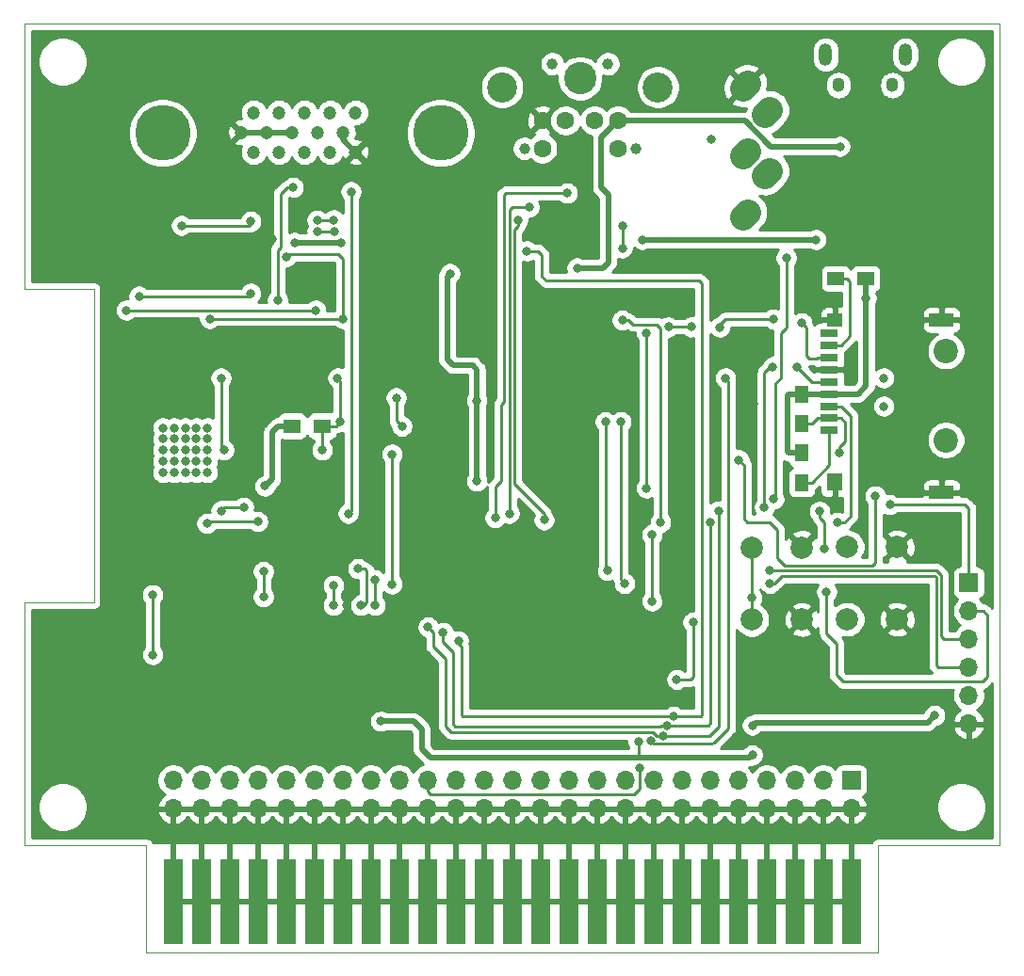
<source format=gbr>
G04 #@! TF.GenerationSoftware,KiCad,Pcbnew,(5.1.5)-3*
G04 #@! TF.CreationDate,2021-09-07T21:26:41+12:00*
G04 #@! TF.ProjectId,PocketTRS,506f636b-6574-4545-9253-2e6b69636164,rev?*
G04 #@! TF.SameCoordinates,Original*
G04 #@! TF.FileFunction,Copper,L2,Bot*
G04 #@! TF.FilePolarity,Positive*
%FSLAX46Y46*%
G04 Gerber Fmt 4.6, Leading zero omitted, Abs format (unit mm)*
G04 Created by KiCad (PCBNEW (5.1.5)-3) date 2021-09-07 21:26:41*
%MOMM*%
%LPD*%
G04 APERTURE LIST*
%ADD10C,0.050000*%
%ADD11O,1.100000X1.300000*%
%ADD12O,1.200000X2.000000*%
%ADD13R,1.778000X7.620000*%
%ADD14C,2.200000*%
%ADD15O,1.700000X1.700000*%
%ADD16R,1.700000X1.700000*%
%ADD17C,0.800000*%
%ADD18C,2.000000*%
%ADD19C,5.001260*%
%ADD20C,1.198880*%
%ADD21C,2.400000*%
%ADD22C,1.000000*%
%ADD23C,2.900000*%
%ADD24C,2.700000*%
%ADD25C,1.600000*%
%ADD26R,1.600000X0.700000*%
%ADD27R,1.400000X1.600000*%
%ADD28R,2.200000X1.200000*%
%ADD29R,1.400000X1.200000*%
%ADD30R,1.500000X1.300000*%
%ADD31R,1.300000X1.500000*%
%ADD32C,0.250000*%
%ADD33C,0.500000*%
%ADD34C,0.254000*%
G04 APERTURE END LIST*
D10*
X175260000Y-135890000D02*
X176022000Y-135890000D01*
X241808000Y-145542000D02*
X241300000Y-145542000D01*
X241808000Y-135890000D02*
X252730000Y-135890000D01*
X241808000Y-145542000D02*
X241808000Y-135890000D01*
X176022000Y-145542000D02*
X241300000Y-145542000D01*
X176022000Y-135890000D02*
X176022000Y-145542000D01*
X165100000Y-135890000D02*
X175260000Y-135890000D01*
X165100000Y-135890000D02*
X165100000Y-114046000D01*
X165100000Y-64770000D02*
X165100000Y-85852000D01*
X171323000Y-85852000D02*
X171323000Y-90805000D01*
X171323000Y-85852000D02*
X165100000Y-85852000D01*
X171323000Y-114046000D02*
X171323000Y-90805000D01*
X165100000Y-114046000D02*
X171323000Y-114046000D01*
X252730000Y-64770000D02*
X252730000Y-61976000D01*
X165100000Y-61976000D02*
X165100000Y-64770000D01*
X252730000Y-64770000D02*
X252730000Y-135890000D01*
X165100000Y-61976000D02*
X252730000Y-61976000D01*
D11*
X238240000Y-67520000D03*
X243090000Y-67520000D03*
D12*
X237090000Y-64770000D03*
X244240000Y-64770000D03*
D13*
X178435000Y-140970000D03*
X180975000Y-140970000D03*
X183515000Y-140970000D03*
X186055000Y-140970000D03*
X188595000Y-140970000D03*
X191135000Y-140970000D03*
X193675000Y-140970000D03*
X196215000Y-140970000D03*
X198755000Y-140970000D03*
X201295000Y-140970000D03*
X203835000Y-140970000D03*
X206375000Y-140970000D03*
X208915000Y-140970000D03*
X211455000Y-140970000D03*
X213995000Y-140970000D03*
X216535000Y-140970000D03*
X219075000Y-140970000D03*
X221615000Y-140970000D03*
X224155000Y-140970000D03*
X226695000Y-140970000D03*
X229235000Y-140970000D03*
X231775000Y-140970000D03*
X234315000Y-140970000D03*
X236855000Y-140970000D03*
X239395000Y-140970000D03*
D14*
X247904000Y-91440000D03*
X247904000Y-99441000D03*
D15*
X178435000Y-132588000D03*
X178435000Y-130048000D03*
X180975000Y-132588000D03*
X180975000Y-130048000D03*
X183515000Y-132588000D03*
X183515000Y-130048000D03*
X186055000Y-132588000D03*
X186055000Y-130048000D03*
X188595000Y-132588000D03*
X188595000Y-130048000D03*
X191135000Y-132588000D03*
X191135000Y-130048000D03*
X193675000Y-132588000D03*
X193675000Y-130048000D03*
X196215000Y-132588000D03*
X196215000Y-130048000D03*
X198755000Y-132588000D03*
X198755000Y-130048000D03*
X201295000Y-132588000D03*
X201295000Y-130048000D03*
X203835000Y-132588000D03*
X203835000Y-130048000D03*
X206375000Y-132588000D03*
X206375000Y-130048000D03*
X208915000Y-132588000D03*
X208915000Y-130048000D03*
X211455000Y-132588000D03*
X211455000Y-130048000D03*
X213995000Y-132588000D03*
X213995000Y-130048000D03*
X216535000Y-132588000D03*
X216535000Y-130048000D03*
X219075000Y-132588000D03*
X219075000Y-130048000D03*
X221615000Y-132588000D03*
X221615000Y-130048000D03*
X224155000Y-132588000D03*
X224155000Y-130048000D03*
X226695000Y-132588000D03*
X226695000Y-130048000D03*
X229235000Y-132588000D03*
X229235000Y-130048000D03*
X231775000Y-132588000D03*
X231775000Y-130048000D03*
X234315000Y-132588000D03*
X234315000Y-130048000D03*
X236855000Y-132588000D03*
X236855000Y-130048000D03*
X239395000Y-132588000D03*
D16*
X239395000Y-130048000D03*
D17*
X177524000Y-98349000D03*
X178524000Y-98349000D03*
X179524000Y-98349000D03*
X180524000Y-98349000D03*
X181524000Y-98349000D03*
X177524000Y-100349000D03*
X178524000Y-100349000D03*
X179524000Y-100349000D03*
X180524000Y-100349000D03*
X181524000Y-100349000D03*
X181524000Y-99349000D03*
X180524000Y-99349000D03*
X179524000Y-99349000D03*
X178524000Y-99349000D03*
X177524000Y-99349000D03*
X177524000Y-101349000D03*
X178524000Y-101349000D03*
X179524000Y-101349000D03*
X180524000Y-101349000D03*
X181524000Y-101349000D03*
X181524000Y-102349000D03*
X180524000Y-102349000D03*
X179524000Y-102349000D03*
X178524000Y-102349000D03*
X177524000Y-102349000D03*
D15*
X249936000Y-124968000D03*
X249936000Y-122428000D03*
X249936000Y-119888000D03*
X249936000Y-117348000D03*
X249936000Y-114808000D03*
D16*
X249936000Y-112268000D03*
D18*
X230450000Y-109093000D03*
X234950000Y-109093000D03*
X230450000Y-115593000D03*
X234950000Y-115593000D03*
X239014000Y-109070000D03*
X243514000Y-109070000D03*
X239014000Y-115570000D03*
X243514000Y-115570000D03*
D19*
X177497740Y-71813420D03*
D20*
X190258700Y-73532400D03*
X187972700Y-73532400D03*
X185681620Y-73532400D03*
X192552320Y-73532400D03*
X194840860Y-73532400D03*
X191427100Y-71767700D03*
X189128400Y-71767700D03*
X186829700Y-71767700D03*
X184536080Y-71767700D03*
D19*
X202486260Y-71813420D03*
D20*
X193700400Y-71767700D03*
X185681620Y-69976400D03*
X187972700Y-69976400D03*
X190261240Y-69976400D03*
X192552320Y-69976400D03*
X194843400Y-69976400D03*
D21*
X229657868Y-67776132D02*
X230082132Y-67351868D01*
X231657868Y-70176132D02*
X232082132Y-69751868D01*
X231657868Y-75676132D02*
X232082132Y-75251868D01*
X229657868Y-79376132D02*
X230082132Y-78951868D01*
X229657868Y-73876132D02*
X230082132Y-73451868D01*
D22*
X212511000Y-65603000D03*
X217511000Y-65603000D03*
D23*
X215011000Y-66903000D03*
D24*
X208011000Y-67703000D03*
X222011000Y-67703000D03*
D22*
X210011000Y-73203000D03*
X220011000Y-73203000D03*
D25*
X213711000Y-70703000D03*
X216311000Y-70703000D03*
X211611000Y-70703000D03*
X218411000Y-70703000D03*
X211611000Y-73203000D03*
X218411000Y-73203000D03*
D26*
X237404000Y-98593000D03*
X237404000Y-97493000D03*
X237404000Y-96393000D03*
X237404000Y-95293000D03*
X237404000Y-94193000D03*
X237404000Y-93093000D03*
X237404000Y-91993000D03*
X237404000Y-90893000D03*
X237404000Y-89793000D03*
D27*
X237904000Y-103243000D03*
D28*
X247504000Y-104143000D03*
X247504000Y-88643000D03*
D29*
X237904000Y-88643000D03*
D30*
X191850000Y-98171000D03*
X189150000Y-98171000D03*
D31*
X234950000Y-100567500D03*
X234950000Y-103267500D03*
X234950000Y-97997000D03*
X234950000Y-95297000D03*
D30*
X240681500Y-84899500D03*
X237981500Y-84899500D03*
D17*
X226822000Y-72390000D03*
X220980000Y-89789000D03*
X220980000Y-103759000D03*
X237934500Y-103187500D03*
X244729000Y-86868000D03*
X246888000Y-72390000D03*
X242965000Y-72404000D03*
X236220000Y-82804000D03*
X223774000Y-82804000D03*
X222777000Y-113696700D03*
X194000000Y-114330600D03*
X186715400Y-85902800D03*
X189966000Y-85902200D03*
X186944000Y-76327000D03*
X200088500Y-81407000D03*
X224663000Y-99695000D03*
X239395000Y-69469000D03*
X233045000Y-127762000D03*
X187340999Y-81391001D03*
X172614000Y-111612000D03*
X186436000Y-123063000D03*
X190373000Y-111000000D03*
X227330000Y-99695000D03*
X230632000Y-96139000D03*
X189865000Y-114046000D03*
X169926000Y-122301000D03*
X174117000Y-127508000D03*
X243649500Y-119824500D03*
X243649500Y-122428000D03*
X229171500Y-89852500D03*
X228790500Y-85407500D03*
X239331500Y-91884500D03*
X242443000Y-91884500D03*
X244411500Y-106616500D03*
X244411500Y-104076500D03*
X240728500Y-102616000D03*
X220853000Y-121221500D03*
X238379000Y-73025000D03*
X214757000Y-83947000D03*
X220252000Y-126588074D03*
X197104000Y-124736000D03*
X230505000Y-127762000D03*
X230505000Y-125095000D03*
X246888000Y-124206000D03*
X225171000Y-115824000D03*
X223710500Y-120967500D03*
X236220000Y-81407000D03*
X220599000Y-81407000D03*
X189357000Y-81661000D03*
X193548000Y-81661000D03*
X203327000Y-84455000D03*
X205740000Y-103124000D03*
X205740000Y-95885000D03*
X240729000Y-86678000D03*
X186690000Y-103577951D03*
X220345000Y-128905000D03*
X213868000Y-77216000D03*
X186055000Y-106770000D03*
X181483000Y-106934000D03*
X207391000Y-106426000D03*
X210439000Y-78486000D03*
X184785000Y-105477961D03*
X182753000Y-105791000D03*
X208661000Y-106045000D03*
X194437000Y-77089000D03*
X194183000Y-106045000D03*
X232092500Y-112331500D03*
X218694000Y-97790000D03*
X219011500Y-112331500D03*
X232092500Y-111188500D03*
X217297000Y-97790000D03*
X217487500Y-111188500D03*
X221488000Y-113919000D03*
X221488000Y-107950000D03*
X176593500Y-113347500D03*
X176610000Y-118745000D03*
X198501000Y-95631000D03*
X199009000Y-98203010D03*
X230450000Y-113656500D03*
X181737000Y-88519000D03*
X193712000Y-88519000D03*
X234950000Y-88900000D03*
X232358681Y-88555753D03*
X227584000Y-89281000D03*
X222960922Y-89265816D03*
X225028816Y-89265816D03*
X188632000Y-82931000D03*
X223427000Y-124299000D03*
X210232000Y-82439500D03*
X204089000Y-117500980D03*
X175387000Y-86487000D03*
X185420000Y-86233000D03*
X185420000Y-79756000D03*
X179197000Y-80137000D03*
X191262000Y-87757000D03*
X174244000Y-87757000D03*
X233553000Y-83058000D03*
X232432039Y-104752961D03*
X222864178Y-125125580D03*
X202692000Y-116750000D03*
X191389000Y-80655005D03*
X192902995Y-80655005D03*
X218821000Y-80137000D03*
X218821000Y-82169000D03*
X218821000Y-88646000D03*
X222250000Y-106827991D03*
X226752990Y-106864990D03*
X195072000Y-111000001D03*
X195326000Y-114300000D03*
X238125000Y-106864991D03*
X222477272Y-126047701D03*
X201361368Y-116265033D03*
X211788500Y-106632500D03*
X191389000Y-79655002D03*
X192876000Y-79629000D03*
X209423000Y-79629000D03*
X227477990Y-105811990D03*
X196596000Y-112014000D03*
X196596000Y-114300000D03*
X231584500Y-105477961D03*
X232346500Y-92837000D03*
X234505500Y-92837000D03*
X186563000Y-113538000D03*
X186563000Y-111252000D03*
X242316000Y-96393000D03*
X236537500Y-105854500D03*
X237172500Y-113093500D03*
X236982000Y-109220000D03*
X242316000Y-93853000D03*
X242855750Y-105251250D03*
X189230000Y-76708000D03*
X187833000Y-86868000D03*
X238315500Y-100584000D03*
X241554000Y-104457500D03*
X229298500Y-101219000D03*
X182753000Y-93853000D03*
X183007000Y-100330000D03*
X198120000Y-100711000D03*
X198120000Y-112395000D03*
X192843062Y-112513112D03*
X192843062Y-114300000D03*
X221364840Y-126526260D03*
X228092000Y-93853000D03*
X193484500Y-97790000D03*
X193230500Y-93853000D03*
X191833500Y-100330000D03*
D32*
X220980000Y-103759000D02*
X220980000Y-89789000D01*
X220980000Y-104013000D02*
X220980000Y-103759000D01*
D33*
X184536080Y-71767700D02*
X186829700Y-71767700D01*
X186829700Y-71767700D02*
X189128400Y-71767700D01*
X193700400Y-72391940D02*
X194840860Y-73532400D01*
X193700400Y-71767700D02*
X193700400Y-72391940D01*
X178435000Y-140970000D02*
X239395000Y-140970000D01*
X178435000Y-136660000D02*
X178435000Y-132588000D01*
X178435000Y-140970000D02*
X178435000Y-136660000D01*
X239395000Y-136660000D02*
X239395000Y-132588000D01*
X239395000Y-140970000D02*
X239395000Y-136660000D01*
X180975000Y-136660000D02*
X180975000Y-132588000D01*
X180975000Y-140970000D02*
X180975000Y-136660000D01*
X183515000Y-136660000D02*
X183515000Y-132588000D01*
X183515000Y-140970000D02*
X183515000Y-136660000D01*
X186055000Y-133790081D02*
X186055000Y-140970000D01*
X186055000Y-132588000D02*
X186055000Y-133790081D01*
X188595000Y-133790081D02*
X188595000Y-140970000D01*
X188595000Y-132588000D02*
X188595000Y-133790081D01*
X191135000Y-132588000D02*
X191135000Y-140970000D01*
X193675000Y-132588000D02*
X193675000Y-140970000D01*
X196215000Y-132588000D02*
X196215000Y-140970000D01*
X198755000Y-133790081D02*
X198755000Y-140970000D01*
X198755000Y-132588000D02*
X198755000Y-133790081D01*
X201295000Y-132588000D02*
X201295000Y-140970000D01*
X203835000Y-132588000D02*
X203835000Y-140970000D01*
X206375000Y-132588000D02*
X206375000Y-140970000D01*
X208915000Y-133790081D02*
X208915000Y-140970000D01*
X208915000Y-132588000D02*
X208915000Y-133790081D01*
X211455000Y-133790081D02*
X211455000Y-140970000D01*
X211455000Y-132588000D02*
X211455000Y-133790081D01*
X213995000Y-133790081D02*
X213995000Y-140970000D01*
X213995000Y-132588000D02*
X213995000Y-133790081D01*
X216535000Y-132588000D02*
X216535000Y-140970000D01*
X219075000Y-133790081D02*
X219075000Y-140970000D01*
X219075000Y-132588000D02*
X219075000Y-133790081D01*
X221615000Y-133790081D02*
X221615000Y-140970000D01*
X221615000Y-132588000D02*
X221615000Y-133790081D01*
X224155000Y-133790081D02*
X224155000Y-140970000D01*
X224155000Y-132588000D02*
X224155000Y-133790081D01*
X226695000Y-133790081D02*
X226695000Y-140970000D01*
X226695000Y-132588000D02*
X226695000Y-133790081D01*
X229235000Y-133790081D02*
X229235000Y-140970000D01*
X229235000Y-132588000D02*
X229235000Y-133790081D01*
X231775000Y-132588000D02*
X231775000Y-140970000D01*
X234315000Y-133790081D02*
X234315000Y-140970000D01*
X234315000Y-132588000D02*
X234315000Y-133790081D01*
X236855000Y-132588000D02*
X236855000Y-140970000D01*
D32*
X220252000Y-127982000D02*
X220252000Y-126588074D01*
X220218000Y-128016000D02*
X220252000Y-127982000D01*
D33*
X228854000Y-128016000D02*
X220218000Y-128016000D01*
X218411000Y-70703000D02*
X216916000Y-72198000D01*
X216916000Y-72198000D02*
X216916000Y-76708000D01*
X216916000Y-76708000D02*
X217551000Y-77343000D01*
X217551000Y-77343000D02*
X217551000Y-83439000D01*
X217043000Y-83947000D02*
X214757000Y-83947000D01*
X217551000Y-83439000D02*
X217043000Y-83947000D01*
X237813315Y-73025000D02*
X238379000Y-73025000D01*
X232173268Y-73025000D02*
X237813315Y-73025000D01*
X229851268Y-70703000D02*
X232173268Y-73025000D01*
X218411000Y-70703000D02*
X229851268Y-70703000D01*
X228854000Y-128016000D02*
X230251000Y-128016000D01*
X230251000Y-128016000D02*
X230505000Y-127762000D01*
X243332000Y-124841000D02*
X230759000Y-124841000D01*
X230759000Y-124841000D02*
X230505000Y-125095000D01*
X201549000Y-128016000D02*
X220218000Y-128016000D01*
X200787000Y-127254000D02*
X201549000Y-128016000D01*
X197104000Y-124736000D02*
X200047000Y-124736000D01*
X200787000Y-125476000D02*
X200787000Y-127254000D01*
X200047000Y-124736000D02*
X200787000Y-125476000D01*
X243332000Y-124841000D02*
X246253000Y-124841000D01*
X246253000Y-124841000D02*
X246888000Y-124206000D01*
D32*
X225171000Y-115824000D02*
X225171000Y-120713500D01*
X225171000Y-120713500D02*
X224917000Y-120967500D01*
X224917000Y-120967500D02*
X223710500Y-120967500D01*
D33*
X236220000Y-81407000D02*
X220599000Y-81407000D01*
X189293500Y-81597500D02*
X189357000Y-81661000D01*
X189357000Y-81661000D02*
X193548000Y-81661000D01*
X205740000Y-103124000D02*
X205740000Y-102558315D01*
X205740000Y-102558315D02*
X205740000Y-95885000D01*
X205740000Y-93091000D02*
X205359000Y-92710000D01*
X203581000Y-92710000D02*
X203073000Y-92202000D01*
X205740000Y-95885000D02*
X205740000Y-93091000D01*
X205359000Y-92710000D02*
X203581000Y-92710000D01*
X203073000Y-84709000D02*
X203327000Y-84455000D01*
X203073000Y-92202000D02*
X203073000Y-84709000D01*
X234954000Y-95293000D02*
X234950000Y-95297000D01*
X237404000Y-95293000D02*
X234954000Y-95293000D01*
X240792000Y-86741000D02*
X240729000Y-86678000D01*
X240729000Y-87243685D02*
X240728500Y-87244185D01*
X240729000Y-86678000D02*
X240729000Y-87243685D01*
X239987000Y-95293000D02*
X237404000Y-95293000D01*
X240729000Y-87243685D02*
X240729000Y-94551000D01*
X240729000Y-94551000D02*
X239987000Y-95293000D01*
X187900000Y-98171000D02*
X187328500Y-98742500D01*
X189150000Y-98171000D02*
X187900000Y-98171000D01*
X187328500Y-98742500D02*
X187328500Y-102993500D01*
X187328500Y-102993500D02*
X186744049Y-103577951D01*
X186744049Y-103577951D02*
X186690000Y-103577951D01*
X240729000Y-84947000D02*
X240681500Y-84899500D01*
X240729000Y-86678000D02*
X240729000Y-84947000D01*
X233680000Y-100457000D02*
X233790500Y-100567500D01*
X233790500Y-100567500D02*
X234950000Y-100567500D01*
X234950000Y-95297000D02*
X233800000Y-95297000D01*
X233680000Y-95417000D02*
X233680000Y-100457000D01*
X233800000Y-95297000D02*
X233680000Y-95417000D01*
D32*
X201295000Y-131064000D02*
X201549000Y-131318000D01*
X201295000Y-130048000D02*
X201295000Y-131064000D01*
X220345000Y-130810000D02*
X219837000Y-131318000D01*
X220345000Y-128905000D02*
X220345000Y-130810000D01*
X201549000Y-131318000D02*
X219837000Y-131318000D01*
X186055000Y-106770000D02*
X181647000Y-106770000D01*
X181647000Y-106770000D02*
X181483000Y-106934000D01*
X207391000Y-103632000D02*
X207899000Y-103124000D01*
X208343500Y-77216000D02*
X213868000Y-77216000D01*
X207391000Y-106426000D02*
X207391000Y-103632000D01*
X207899000Y-103124000D02*
X207899000Y-96266000D01*
X207899000Y-96266000D02*
X208153000Y-96012000D01*
X208153000Y-77406500D02*
X208343500Y-77216000D01*
X208153000Y-96012000D02*
X208153000Y-77406500D01*
X184785000Y-105477961D02*
X183066039Y-105477961D01*
X183066039Y-105477961D02*
X182753000Y-105791000D01*
X208915000Y-78486000D02*
X210439000Y-78486000D01*
X208661000Y-106045000D02*
X208661000Y-78740000D01*
X208661000Y-78740000D02*
X208915000Y-78486000D01*
X194437000Y-78162685D02*
X194437000Y-82804000D01*
X194437000Y-77089000D02*
X194437000Y-78162685D01*
X194437000Y-82804000D02*
X194437000Y-105791000D01*
X194437000Y-105791000D02*
X194183000Y-106045000D01*
X247009490Y-111755900D02*
X246892100Y-111638510D01*
X247009490Y-119691990D02*
X247009490Y-111755900D01*
X246892100Y-111638510D02*
X241363500Y-111638510D01*
X249936000Y-119888000D02*
X247205500Y-119888000D01*
X247205500Y-119888000D02*
X247009490Y-119691990D01*
X241363500Y-111638510D02*
X233166490Y-111638510D01*
X233166490Y-111638510D02*
X232473500Y-112331500D01*
X232473500Y-112331500D02*
X232092500Y-112331500D01*
X218694000Y-97790000D02*
X218694000Y-112014000D01*
X218694000Y-112014000D02*
X219011500Y-112331500D01*
X232092500Y-111188500D02*
X232092500Y-111188500D01*
X232092500Y-111188500D02*
X247078500Y-111188500D01*
X247078500Y-111188500D02*
X247459500Y-111569500D01*
X247459500Y-117094000D02*
X247713500Y-117348000D01*
X247713500Y-117348000D02*
X248733919Y-117348000D01*
X248733919Y-117348000D02*
X249936000Y-117348000D01*
X247459500Y-111569500D02*
X247459500Y-117094000D01*
X217297000Y-97790000D02*
X217297000Y-107251500D01*
X217297000Y-107251500D02*
X217297000Y-110998000D01*
X217297000Y-110998000D02*
X217487500Y-111188500D01*
X221488000Y-113919000D02*
X221488000Y-107950000D01*
X176610000Y-113364000D02*
X176593500Y-113347500D01*
X176610000Y-117522000D02*
X176610000Y-113364000D01*
X176610000Y-117522000D02*
X176610000Y-118745000D01*
X198501000Y-95631000D02*
X198501000Y-97663000D01*
X198501000Y-97663000D02*
X199009000Y-98171000D01*
X199009000Y-98171000D02*
X199009000Y-98203010D01*
X230450000Y-114178787D02*
X230450000Y-113656500D01*
X230450000Y-115593000D02*
X230450000Y-114178787D01*
X230450000Y-113656500D02*
X230450000Y-109093000D01*
X181737000Y-88519000D02*
X193802000Y-88519000D01*
X193802000Y-88519000D02*
X193712000Y-88519000D01*
X236354000Y-91993000D02*
X236272000Y-92075000D01*
X237404000Y-91993000D02*
X236354000Y-91993000D01*
X236272000Y-92075000D02*
X235585000Y-92075000D01*
X235585000Y-92075000D02*
X235331000Y-91821000D01*
X235331000Y-91821000D02*
X235331000Y-89281000D01*
X235331000Y-89281000D02*
X234950000Y-88900000D01*
X232358681Y-88555753D02*
X228055247Y-88555753D01*
X228055247Y-88555753D02*
X227584000Y-89027000D01*
X227584000Y-89027000D02*
X227584000Y-89281000D01*
X222960922Y-89265816D02*
X225028816Y-89265816D01*
X188822500Y-82740500D02*
X188632000Y-82931000D01*
X193294000Y-82740500D02*
X188822500Y-82740500D01*
X193712000Y-88519000D02*
X193712000Y-83158500D01*
X193712000Y-83158500D02*
X193294000Y-82740500D01*
X223427000Y-124299000D02*
X225903500Y-124299000D01*
X225903500Y-124299000D02*
X225996500Y-124206000D01*
X225996500Y-124206000D02*
X225996500Y-114427000D01*
X225996500Y-114427000D02*
X225996500Y-85344000D01*
X225996500Y-85344000D02*
X225742500Y-85090000D01*
X210232000Y-82439500D02*
X211217500Y-82439500D01*
X211217500Y-82439500D02*
X211582000Y-82804000D01*
X211582000Y-82804000D02*
X211582000Y-84709000D01*
X225742500Y-85090000D02*
X211963000Y-85090000D01*
X211582000Y-84709000D02*
X211963000Y-85090000D01*
X223427000Y-124299000D02*
X204436000Y-124299000D01*
X204436000Y-124299000D02*
X204343000Y-124206000D01*
X204343000Y-124206000D02*
X204343000Y-120777000D01*
X204343000Y-120777000D02*
X204343000Y-117983000D01*
X204343000Y-117983000D02*
X204089000Y-117729000D01*
X204089000Y-117729000D02*
X204089000Y-117500980D01*
X175387000Y-86487000D02*
X185166000Y-86487000D01*
X185166000Y-86487000D02*
X185420000Y-86233000D01*
X185420000Y-79756000D02*
X185420000Y-80010000D01*
X185420000Y-80010000D02*
X185293000Y-80137000D01*
X185293000Y-80137000D02*
X183642000Y-80137000D01*
X179197000Y-80137000D02*
X183642000Y-80137000D01*
X191262000Y-87757000D02*
X174244000Y-87757000D01*
X232432039Y-104752961D02*
X232432039Y-104689461D01*
X232432039Y-104689461D02*
X232473500Y-104648000D01*
X232432039Y-104752961D02*
X232495539Y-104752961D01*
X232495539Y-104752961D02*
X232537000Y-104711500D01*
X233071501Y-93826499D02*
X232537000Y-94361000D01*
X232537000Y-104711500D02*
X232537000Y-94361000D01*
X233553000Y-83058000D02*
X233553000Y-89334002D01*
X233071501Y-89815501D02*
X233071501Y-93826499D01*
X233553000Y-89334002D02*
X233071501Y-89815501D01*
X226752990Y-116147010D02*
X226752990Y-124910010D01*
X226537420Y-125125580D02*
X222864178Y-125125580D01*
X226752990Y-124910010D02*
X226537420Y-125125580D01*
X226752990Y-116147010D02*
X226752990Y-115258010D01*
X226752990Y-115258010D02*
X226752990Y-114623010D01*
X203798001Y-125185001D02*
X203581000Y-124968000D01*
X222864178Y-125125580D02*
X222298493Y-125125580D01*
X222298493Y-125125580D02*
X222239072Y-125185001D01*
X222239072Y-125185001D02*
X203798001Y-125185001D01*
X203581000Y-124968000D02*
X203581000Y-118491000D01*
X203581000Y-118491000D02*
X202692000Y-117602000D01*
X202692000Y-117602000D02*
X202692000Y-116750000D01*
X191389000Y-80655005D02*
X192902995Y-80655005D01*
X218821000Y-80137000D02*
X218821000Y-80702685D01*
X218821000Y-80702685D02*
X218821000Y-82169000D01*
X219386685Y-88646000D02*
X219767685Y-89027000D01*
X218821000Y-88646000D02*
X219386685Y-88646000D01*
X219767685Y-89027000D02*
X221869000Y-89027000D01*
X221869000Y-89027000D02*
X222250000Y-89408000D01*
X222250000Y-89408000D02*
X222250000Y-106553000D01*
X222250000Y-106553000D02*
X222250000Y-106827991D01*
X226752990Y-114623010D02*
X226752990Y-106864990D01*
X195637685Y-111000001D02*
X195072000Y-111000001D01*
X195834000Y-114046000D02*
X195834000Y-111196316D01*
X195834000Y-111196316D02*
X195637685Y-111000001D01*
X195326000Y-114300000D02*
X195580000Y-114300000D01*
X195580000Y-114300000D02*
X195834000Y-114046000D01*
X238454000Y-96393000D02*
X239331500Y-97270500D01*
X237404000Y-96393000D02*
X238454000Y-96393000D01*
X239331500Y-97270500D02*
X239331500Y-106299000D01*
X239331500Y-106299000D02*
X238760000Y-106870500D01*
X238760000Y-106870500D02*
X238130509Y-106870500D01*
X238130509Y-106870500D02*
X238125000Y-106864991D01*
X227477990Y-115443000D02*
X227477990Y-125201010D01*
X226631299Y-126047701D02*
X222477272Y-126047701D01*
X227477990Y-125201010D02*
X226631299Y-126047701D01*
X221593886Y-125730000D02*
X221911587Y-126047701D01*
X203454000Y-125730000D02*
X221593886Y-125730000D01*
X201803000Y-116713000D02*
X201803000Y-117983000D01*
X201361368Y-116271368D02*
X201803000Y-116713000D01*
X202946000Y-119126000D02*
X202946000Y-125222000D01*
X221911587Y-126047701D02*
X222477272Y-126047701D01*
X202946000Y-125222000D02*
X203454000Y-125730000D01*
X201361368Y-116265033D02*
X201361368Y-116271368D01*
X201803000Y-117983000D02*
X202946000Y-119126000D01*
X191954685Y-79655002D02*
X191980687Y-79629000D01*
X191389000Y-79655002D02*
X191954685Y-79655002D01*
X191980687Y-79629000D02*
X192876000Y-79629000D01*
X211788500Y-106066815D02*
X211788500Y-106632500D01*
X209111010Y-80506675D02*
X209111010Y-103389325D01*
X209423000Y-80194685D02*
X209111010Y-80506675D01*
X209111010Y-103389325D02*
X211788500Y-106066815D01*
X209423000Y-79629000D02*
X209423000Y-80194685D01*
X227477990Y-115443000D02*
X227477990Y-105811990D01*
X196596000Y-112014000D02*
X196596000Y-114427000D01*
X231584500Y-105477961D02*
X231584500Y-104912276D01*
X231584500Y-104912276D02*
X231584500Y-93345000D01*
X231584500Y-93345000D02*
X232092500Y-92837000D01*
X232092500Y-92837000D02*
X232346500Y-92837000D01*
X235861500Y-94193000D02*
X237404000Y-94193000D01*
X234505500Y-92837000D02*
X235861500Y-94193000D01*
X186563000Y-113538000D02*
X186563000Y-111252000D01*
X236537500Y-106420185D02*
X236982000Y-106864685D01*
X236537500Y-105854500D02*
X236537500Y-106420185D01*
X251269500Y-114808000D02*
X249936000Y-114808000D01*
X251650500Y-115189000D02*
X251269500Y-114808000D01*
X251650500Y-120713500D02*
X251650500Y-115189000D01*
X251206000Y-121158000D02*
X251650500Y-120713500D01*
X237172500Y-116840000D02*
X238061500Y-117729000D01*
X238633000Y-121158000D02*
X251206000Y-121158000D01*
X238061500Y-120586500D02*
X238633000Y-121158000D01*
X237172500Y-113093500D02*
X237172500Y-116840000D01*
X238061500Y-117729000D02*
X238061500Y-120586500D01*
X236982000Y-109220000D02*
X236982000Y-106864685D01*
X242855750Y-105251250D02*
X249586750Y-105251250D01*
X249936000Y-105600500D02*
X249936000Y-112268000D01*
X249586750Y-105251250D02*
X249936000Y-105600500D01*
X188664315Y-76708000D02*
X188087000Y-77285315D01*
X189230000Y-76708000D02*
X188664315Y-76708000D01*
X188087000Y-82111998D02*
X187833000Y-82365998D01*
X188087000Y-77285315D02*
X188087000Y-82111998D01*
X187833000Y-82365998D02*
X187833000Y-86741000D01*
X237404000Y-99193000D02*
X237404000Y-98593000D01*
X235850000Y-103267500D02*
X237404000Y-101713500D01*
X237404000Y-101713500D02*
X237404000Y-99193000D01*
X234950000Y-103267500D02*
X235850000Y-103267500D01*
X235850000Y-97997000D02*
X234950000Y-97997000D01*
X236354000Y-97493000D02*
X235850000Y-97997000D01*
X237404000Y-97493000D02*
X236354000Y-97493000D01*
X238454000Y-97493000D02*
X238823500Y-97862500D01*
X237404000Y-97493000D02*
X238454000Y-97493000D01*
X238823500Y-97862500D02*
X238823500Y-99568000D01*
X238823500Y-99568000D02*
X238315500Y-100076000D01*
X238315500Y-100076000D02*
X238315500Y-100584000D01*
X229743000Y-101663500D02*
X229298500Y-101219000D01*
X230060500Y-106807000D02*
X229743000Y-106489500D01*
X232029000Y-106807000D02*
X230060500Y-106807000D01*
X232727500Y-107505500D02*
X232029000Y-106807000D01*
X241554000Y-104457500D02*
X241554000Y-110490000D01*
X229743000Y-106489500D02*
X229743000Y-101663500D01*
X241554000Y-110490000D02*
X241305510Y-110738490D01*
X241305510Y-110738490D02*
X233420490Y-110738490D01*
X232727500Y-110045500D02*
X232727500Y-107505500D01*
X233420490Y-110738490D02*
X232727500Y-110045500D01*
X238454000Y-90893000D02*
X239268000Y-90079000D01*
X237404000Y-90893000D02*
X238454000Y-90893000D01*
X238981500Y-84899500D02*
X237981500Y-84899500D01*
X239268000Y-85186000D02*
X238981500Y-84899500D01*
X239268000Y-90079000D02*
X239268000Y-85186000D01*
X182753000Y-93853000D02*
X182753000Y-94418685D01*
X182753000Y-94418685D02*
X182753000Y-100076000D01*
X182753000Y-100076000D02*
X183007000Y-100330000D01*
X198120000Y-100711000D02*
X198120000Y-101276685D01*
X198120000Y-101276685D02*
X198120000Y-112649000D01*
X192843062Y-112513112D02*
X192843062Y-114300000D01*
X228346000Y-125349000D02*
X228346000Y-116078000D01*
X227076000Y-126619000D02*
X228346000Y-125349000D01*
X226795298Y-126772702D02*
X227076000Y-126619000D01*
X221364840Y-126526260D02*
X221611282Y-126772702D01*
X221611282Y-126772702D02*
X226795298Y-126772702D01*
X228346000Y-116078000D02*
X228346000Y-94488000D01*
X228346000Y-94488000D02*
X228346000Y-94488000D01*
X228346000Y-94488000D02*
X228346000Y-94107000D01*
X228346000Y-94107000D02*
X228092000Y-93853000D01*
X228092000Y-93853000D02*
X228092000Y-93853000D01*
X193484500Y-97790000D02*
X193484500Y-94107000D01*
X193484500Y-94107000D02*
X193230500Y-93853000D01*
X193103500Y-98171000D02*
X193484500Y-97790000D01*
X191850000Y-98171000D02*
X193103500Y-98171000D01*
X191833500Y-98187500D02*
X191850000Y-98171000D01*
X191833500Y-100330000D02*
X191833500Y-98187500D01*
D34*
G36*
X252070000Y-64737581D02*
G01*
X252070000Y-64737582D01*
X252070001Y-114533700D01*
X251833304Y-114297003D01*
X251809501Y-114267999D01*
X251693776Y-114173026D01*
X251561747Y-114102454D01*
X251418486Y-114058997D01*
X251306833Y-114048000D01*
X251306822Y-114048000D01*
X251269500Y-114044324D01*
X251232178Y-114048000D01*
X251214178Y-114048000D01*
X251089475Y-113861368D01*
X250957620Y-113729513D01*
X251030180Y-113707502D01*
X251140494Y-113648537D01*
X251237185Y-113569185D01*
X251316537Y-113472494D01*
X251375502Y-113362180D01*
X251411812Y-113242482D01*
X251424072Y-113118000D01*
X251424072Y-111418000D01*
X251411812Y-111293518D01*
X251375502Y-111173820D01*
X251316537Y-111063506D01*
X251237185Y-110966815D01*
X251140494Y-110887463D01*
X251030180Y-110828498D01*
X250910482Y-110792188D01*
X250786000Y-110779928D01*
X250696000Y-110779928D01*
X250696000Y-105637822D01*
X250699676Y-105600499D01*
X250696000Y-105563176D01*
X250696000Y-105563167D01*
X250685003Y-105451514D01*
X250641546Y-105308253D01*
X250570974Y-105176224D01*
X250476001Y-105060499D01*
X250446998Y-105036697D01*
X250150554Y-104740253D01*
X250126751Y-104711249D01*
X250011026Y-104616276D01*
X249878997Y-104545704D01*
X249735736Y-104502247D01*
X249624083Y-104491250D01*
X249624072Y-104491250D01*
X249586750Y-104487574D01*
X249549428Y-104491250D01*
X249239611Y-104491250D01*
X249239000Y-104428750D01*
X249080250Y-104270000D01*
X247631000Y-104270000D01*
X247631000Y-104290000D01*
X247377000Y-104290000D01*
X247377000Y-104270000D01*
X245927750Y-104270000D01*
X245769000Y-104428750D01*
X245768389Y-104491250D01*
X243559461Y-104491250D01*
X243515524Y-104447313D01*
X243346006Y-104334045D01*
X243157648Y-104256024D01*
X242957689Y-104216250D01*
X242753811Y-104216250D01*
X242568617Y-104253087D01*
X242549226Y-104155602D01*
X242471205Y-103967244D01*
X242357937Y-103797726D01*
X242213774Y-103653563D01*
X242048305Y-103543000D01*
X245765928Y-103543000D01*
X245769000Y-103857250D01*
X245927750Y-104016000D01*
X247377000Y-104016000D01*
X247377000Y-103066750D01*
X247631000Y-103066750D01*
X247631000Y-104016000D01*
X249080250Y-104016000D01*
X249239000Y-103857250D01*
X249242072Y-103543000D01*
X249229812Y-103418518D01*
X249193502Y-103298820D01*
X249134537Y-103188506D01*
X249055185Y-103091815D01*
X248958494Y-103012463D01*
X248848180Y-102953498D01*
X248728482Y-102917188D01*
X248604000Y-102904928D01*
X247789750Y-102908000D01*
X247631000Y-103066750D01*
X247377000Y-103066750D01*
X247218250Y-102908000D01*
X246404000Y-102904928D01*
X246279518Y-102917188D01*
X246159820Y-102953498D01*
X246049506Y-103012463D01*
X245952815Y-103091815D01*
X245873463Y-103188506D01*
X245814498Y-103298820D01*
X245778188Y-103418518D01*
X245765928Y-103543000D01*
X242048305Y-103543000D01*
X242044256Y-103540295D01*
X241855898Y-103462274D01*
X241655939Y-103422500D01*
X241452061Y-103422500D01*
X241252102Y-103462274D01*
X241063744Y-103540295D01*
X240894226Y-103653563D01*
X240750063Y-103797726D01*
X240636795Y-103967244D01*
X240558774Y-104155602D01*
X240519000Y-104355561D01*
X240519000Y-104559439D01*
X240558774Y-104759398D01*
X240636795Y-104947756D01*
X240750063Y-105117274D01*
X240794000Y-105161211D01*
X240794001Y-109978490D01*
X240373364Y-109978490D01*
X240462918Y-109844463D01*
X240586168Y-109546912D01*
X240649000Y-109231033D01*
X240649000Y-108908967D01*
X240586168Y-108593088D01*
X240462918Y-108295537D01*
X240283987Y-108027748D01*
X240056252Y-107800013D01*
X239788463Y-107621082D01*
X239490912Y-107497832D01*
X239251593Y-107450229D01*
X239300001Y-107410501D01*
X239323803Y-107381498D01*
X239842502Y-106862800D01*
X239871501Y-106839001D01*
X239908431Y-106794002D01*
X239966474Y-106723277D01*
X240037046Y-106591247D01*
X240042659Y-106572743D01*
X240080503Y-106447986D01*
X240091500Y-106336333D01*
X240091500Y-106336324D01*
X240095176Y-106299001D01*
X240091500Y-106261678D01*
X240091500Y-99270117D01*
X246169000Y-99270117D01*
X246169000Y-99611883D01*
X246235675Y-99947081D01*
X246366463Y-100262831D01*
X246556337Y-100546998D01*
X246798002Y-100788663D01*
X247082169Y-100978537D01*
X247397919Y-101109325D01*
X247733117Y-101176000D01*
X248074883Y-101176000D01*
X248410081Y-101109325D01*
X248725831Y-100978537D01*
X249009998Y-100788663D01*
X249251663Y-100546998D01*
X249441537Y-100262831D01*
X249572325Y-99947081D01*
X249639000Y-99611883D01*
X249639000Y-99270117D01*
X249572325Y-98934919D01*
X249441537Y-98619169D01*
X249251663Y-98335002D01*
X249009998Y-98093337D01*
X248725831Y-97903463D01*
X248410081Y-97772675D01*
X248074883Y-97706000D01*
X247733117Y-97706000D01*
X247397919Y-97772675D01*
X247082169Y-97903463D01*
X246798002Y-98093337D01*
X246556337Y-98335002D01*
X246366463Y-98619169D01*
X246235675Y-98934919D01*
X246169000Y-99270117D01*
X240091500Y-99270117D01*
X240091500Y-97307822D01*
X240095176Y-97270499D01*
X240091500Y-97233176D01*
X240091500Y-97233167D01*
X240080503Y-97121514D01*
X240037046Y-96978253D01*
X239966474Y-96846224D01*
X239930349Y-96802205D01*
X239895299Y-96759496D01*
X239895295Y-96759492D01*
X239871501Y-96730499D01*
X239842509Y-96706706D01*
X239426864Y-96291061D01*
X241281000Y-96291061D01*
X241281000Y-96494939D01*
X241320774Y-96694898D01*
X241398795Y-96883256D01*
X241512063Y-97052774D01*
X241656226Y-97196937D01*
X241825744Y-97310205D01*
X242014102Y-97388226D01*
X242214061Y-97428000D01*
X242417939Y-97428000D01*
X242617898Y-97388226D01*
X242806256Y-97310205D01*
X242975774Y-97196937D01*
X243119937Y-97052774D01*
X243233205Y-96883256D01*
X243311226Y-96694898D01*
X243351000Y-96494939D01*
X243351000Y-96291061D01*
X243311226Y-96091102D01*
X243233205Y-95902744D01*
X243119937Y-95733226D01*
X242975774Y-95589063D01*
X242806256Y-95475795D01*
X242617898Y-95397774D01*
X242417939Y-95358000D01*
X242214061Y-95358000D01*
X242014102Y-95397774D01*
X241825744Y-95475795D01*
X241656226Y-95589063D01*
X241512063Y-95733226D01*
X241398795Y-95902744D01*
X241320774Y-96091102D01*
X241281000Y-96291061D01*
X239426864Y-96291061D01*
X239313802Y-96178000D01*
X239943531Y-96178000D01*
X239987000Y-96182281D01*
X240030469Y-96178000D01*
X240030477Y-96178000D01*
X240160490Y-96165195D01*
X240327313Y-96114589D01*
X240481059Y-96032411D01*
X240615817Y-95921817D01*
X240643534Y-95888044D01*
X241324049Y-95207530D01*
X241357817Y-95179817D01*
X241385908Y-95145589D01*
X241444210Y-95074548D01*
X241468411Y-95045059D01*
X241550589Y-94891313D01*
X241601195Y-94724490D01*
X241612186Y-94612897D01*
X241656226Y-94656937D01*
X241825744Y-94770205D01*
X242014102Y-94848226D01*
X242214061Y-94888000D01*
X242417939Y-94888000D01*
X242617898Y-94848226D01*
X242806256Y-94770205D01*
X242975774Y-94656937D01*
X243119937Y-94512774D01*
X243233205Y-94343256D01*
X243311226Y-94154898D01*
X243351000Y-93954939D01*
X243351000Y-93751061D01*
X243311226Y-93551102D01*
X243233205Y-93362744D01*
X243119937Y-93193226D01*
X242975774Y-93049063D01*
X242806256Y-92935795D01*
X242617898Y-92857774D01*
X242417939Y-92818000D01*
X242214061Y-92818000D01*
X242014102Y-92857774D01*
X241825744Y-92935795D01*
X241656226Y-93049063D01*
X241614000Y-93091289D01*
X241614000Y-89243000D01*
X245765928Y-89243000D01*
X245778188Y-89367482D01*
X245814498Y-89487180D01*
X245873463Y-89597494D01*
X245952815Y-89694185D01*
X246049506Y-89773537D01*
X246159820Y-89832502D01*
X246279518Y-89868812D01*
X246404000Y-89881072D01*
X247140520Y-89878293D01*
X247082169Y-89902463D01*
X246798002Y-90092337D01*
X246556337Y-90334002D01*
X246366463Y-90618169D01*
X246235675Y-90933919D01*
X246169000Y-91269117D01*
X246169000Y-91610883D01*
X246235675Y-91946081D01*
X246366463Y-92261831D01*
X246556337Y-92545998D01*
X246798002Y-92787663D01*
X247082169Y-92977537D01*
X247397919Y-93108325D01*
X247733117Y-93175000D01*
X248074883Y-93175000D01*
X248410081Y-93108325D01*
X248725831Y-92977537D01*
X249009998Y-92787663D01*
X249251663Y-92545998D01*
X249441537Y-92261831D01*
X249572325Y-91946081D01*
X249639000Y-91610883D01*
X249639000Y-91269117D01*
X249572325Y-90933919D01*
X249441537Y-90618169D01*
X249251663Y-90334002D01*
X249009998Y-90092337D01*
X248725831Y-89902463D01*
X248660706Y-89875487D01*
X248728482Y-89868812D01*
X248848180Y-89832502D01*
X248958494Y-89773537D01*
X249055185Y-89694185D01*
X249134537Y-89597494D01*
X249193502Y-89487180D01*
X249229812Y-89367482D01*
X249242072Y-89243000D01*
X249239000Y-88928750D01*
X249080250Y-88770000D01*
X247631000Y-88770000D01*
X247631000Y-88790000D01*
X247377000Y-88790000D01*
X247377000Y-88770000D01*
X245927750Y-88770000D01*
X245769000Y-88928750D01*
X245765928Y-89243000D01*
X241614000Y-89243000D01*
X241614000Y-88043000D01*
X245765928Y-88043000D01*
X245769000Y-88357250D01*
X245927750Y-88516000D01*
X247377000Y-88516000D01*
X247377000Y-87566750D01*
X247631000Y-87566750D01*
X247631000Y-88516000D01*
X249080250Y-88516000D01*
X249239000Y-88357250D01*
X249242072Y-88043000D01*
X249229812Y-87918518D01*
X249193502Y-87798820D01*
X249134537Y-87688506D01*
X249055185Y-87591815D01*
X248958494Y-87512463D01*
X248848180Y-87453498D01*
X248728482Y-87417188D01*
X248604000Y-87404928D01*
X247789750Y-87408000D01*
X247631000Y-87566750D01*
X247377000Y-87566750D01*
X247218250Y-87408000D01*
X246404000Y-87404928D01*
X246279518Y-87417188D01*
X246159820Y-87453498D01*
X246049506Y-87512463D01*
X245952815Y-87591815D01*
X245873463Y-87688506D01*
X245814498Y-87798820D01*
X245778188Y-87918518D01*
X245765928Y-88043000D01*
X241614000Y-88043000D01*
X241614000Y-87287152D01*
X241618281Y-87243686D01*
X241615394Y-87214369D01*
X241646205Y-87168256D01*
X241724226Y-86979898D01*
X241764000Y-86779939D01*
X241764000Y-86576061D01*
X241724226Y-86376102D01*
X241646205Y-86187744D01*
X241624093Y-86154651D01*
X241675680Y-86139002D01*
X241785994Y-86080037D01*
X241882685Y-86000685D01*
X241962037Y-85903994D01*
X242021002Y-85793680D01*
X242057312Y-85673982D01*
X242069572Y-85549500D01*
X242069572Y-84249500D01*
X242057312Y-84125018D01*
X242021002Y-84005320D01*
X241962037Y-83895006D01*
X241882685Y-83798315D01*
X241785994Y-83718963D01*
X241675680Y-83659998D01*
X241555982Y-83623688D01*
X241431500Y-83611428D01*
X239931500Y-83611428D01*
X239807018Y-83623688D01*
X239687320Y-83659998D01*
X239577006Y-83718963D01*
X239480315Y-83798315D01*
X239400963Y-83895006D01*
X239341998Y-84005320D01*
X239331500Y-84039927D01*
X239321002Y-84005320D01*
X239262037Y-83895006D01*
X239182685Y-83798315D01*
X239085994Y-83718963D01*
X238975680Y-83659998D01*
X238855982Y-83623688D01*
X238731500Y-83611428D01*
X237231500Y-83611428D01*
X237107018Y-83623688D01*
X236987320Y-83659998D01*
X236877006Y-83718963D01*
X236780315Y-83798315D01*
X236700963Y-83895006D01*
X236641998Y-84005320D01*
X236605688Y-84125018D01*
X236593428Y-84249500D01*
X236593428Y-85549500D01*
X236605688Y-85673982D01*
X236641998Y-85793680D01*
X236700963Y-85903994D01*
X236780315Y-86000685D01*
X236877006Y-86080037D01*
X236987320Y-86139002D01*
X237107018Y-86175312D01*
X237231500Y-86187572D01*
X238508001Y-86187572D01*
X238508001Y-87405640D01*
X238189750Y-87408000D01*
X238031000Y-87566750D01*
X238031000Y-88516000D01*
X238051000Y-88516000D01*
X238051000Y-88770000D01*
X238031000Y-88770000D01*
X238031000Y-88790000D01*
X237777000Y-88790000D01*
X237777000Y-88770000D01*
X236727750Y-88770000D01*
X236692822Y-88804928D01*
X236604000Y-88804928D01*
X236479518Y-88817188D01*
X236359820Y-88853498D01*
X236249506Y-88912463D01*
X236152815Y-88991815D01*
X236073463Y-89088506D01*
X236069216Y-89096452D01*
X236036546Y-88988753D01*
X235985000Y-88892319D01*
X235985000Y-88798061D01*
X235945226Y-88598102D01*
X235867205Y-88409744D01*
X235753937Y-88240226D01*
X235609774Y-88096063D01*
X235530360Y-88043000D01*
X236565928Y-88043000D01*
X236569000Y-88357250D01*
X236727750Y-88516000D01*
X237777000Y-88516000D01*
X237777000Y-87566750D01*
X237618250Y-87408000D01*
X237204000Y-87404928D01*
X237079518Y-87417188D01*
X236959820Y-87453498D01*
X236849506Y-87512463D01*
X236752815Y-87591815D01*
X236673463Y-87688506D01*
X236614498Y-87798820D01*
X236578188Y-87918518D01*
X236565928Y-88043000D01*
X235530360Y-88043000D01*
X235440256Y-87982795D01*
X235251898Y-87904774D01*
X235051939Y-87865000D01*
X234848061Y-87865000D01*
X234648102Y-87904774D01*
X234459744Y-87982795D01*
X234313000Y-88080846D01*
X234313000Y-83761711D01*
X234356937Y-83717774D01*
X234470205Y-83548256D01*
X234548226Y-83359898D01*
X234588000Y-83159939D01*
X234588000Y-82956061D01*
X234548226Y-82756102D01*
X234470205Y-82567744D01*
X234356937Y-82398226D01*
X234250711Y-82292000D01*
X235681546Y-82292000D01*
X235729744Y-82324205D01*
X235918102Y-82402226D01*
X236118061Y-82442000D01*
X236321939Y-82442000D01*
X236521898Y-82402226D01*
X236710256Y-82324205D01*
X236879774Y-82210937D01*
X237023937Y-82066774D01*
X237137205Y-81897256D01*
X237215226Y-81708898D01*
X237255000Y-81508939D01*
X237255000Y-81305061D01*
X237215226Y-81105102D01*
X237137205Y-80916744D01*
X237023937Y-80747226D01*
X236879774Y-80603063D01*
X236710256Y-80489795D01*
X236521898Y-80411774D01*
X236321939Y-80372000D01*
X236118061Y-80372000D01*
X235918102Y-80411774D01*
X235729744Y-80489795D01*
X235681546Y-80522000D01*
X231107081Y-80522000D01*
X231443410Y-80185670D01*
X231615260Y-79976271D01*
X231785653Y-79657489D01*
X231890580Y-79311591D01*
X231926010Y-78951868D01*
X231890580Y-78592146D01*
X231785653Y-78246247D01*
X231615260Y-77927465D01*
X231385950Y-77648050D01*
X231121449Y-77430980D01*
X231298146Y-77484580D01*
X231657868Y-77520010D01*
X232017590Y-77484580D01*
X232363489Y-77379653D01*
X232682271Y-77209260D01*
X232891671Y-77037410D01*
X233443410Y-76485670D01*
X233615260Y-76276271D01*
X233785653Y-75957489D01*
X233890580Y-75611591D01*
X233926010Y-75251868D01*
X233890580Y-74892146D01*
X233785653Y-74546247D01*
X233615260Y-74227465D01*
X233385950Y-73948050D01*
X233339586Y-73910000D01*
X237840546Y-73910000D01*
X237888744Y-73942205D01*
X238077102Y-74020226D01*
X238277061Y-74060000D01*
X238480939Y-74060000D01*
X238680898Y-74020226D01*
X238869256Y-73942205D01*
X239038774Y-73828937D01*
X239182937Y-73684774D01*
X239296205Y-73515256D01*
X239374226Y-73326898D01*
X239414000Y-73126939D01*
X239414000Y-72923061D01*
X239374226Y-72723102D01*
X239296205Y-72534744D01*
X239182937Y-72365226D01*
X239038774Y-72221063D01*
X238869256Y-72107795D01*
X238680898Y-72029774D01*
X238480939Y-71990000D01*
X238277061Y-71990000D01*
X238077102Y-72029774D01*
X237888744Y-72107795D01*
X237840546Y-72140000D01*
X232539847Y-72140000D01*
X232299048Y-71899201D01*
X232363489Y-71879653D01*
X232682271Y-71709260D01*
X232891671Y-71537410D01*
X233443410Y-70985670D01*
X233615260Y-70776271D01*
X233785653Y-70457489D01*
X233890580Y-70111591D01*
X233926010Y-69751868D01*
X233890580Y-69392146D01*
X233785653Y-69046247D01*
X233615260Y-68727465D01*
X233385950Y-68448050D01*
X233106535Y-68218740D01*
X232787753Y-68048347D01*
X232441854Y-67943420D01*
X232082132Y-67907990D01*
X231826885Y-67933130D01*
X231906649Y-67585300D01*
X231913149Y-67361793D01*
X237055000Y-67361793D01*
X237055000Y-67678206D01*
X237072147Y-67852299D01*
X237139906Y-68075673D01*
X237249942Y-68281535D01*
X237398025Y-68461975D01*
X237578464Y-68610058D01*
X237784326Y-68720094D01*
X238007700Y-68787853D01*
X238240000Y-68810733D01*
X238472299Y-68787853D01*
X238695673Y-68720094D01*
X238901535Y-68610058D01*
X239081975Y-68461975D01*
X239230058Y-68281536D01*
X239340094Y-68075674D01*
X239407853Y-67852300D01*
X239425000Y-67678207D01*
X239425000Y-67361794D01*
X239425000Y-67361793D01*
X241905000Y-67361793D01*
X241905000Y-67678206D01*
X241922147Y-67852299D01*
X241989906Y-68075673D01*
X242099942Y-68281535D01*
X242248025Y-68461975D01*
X242428464Y-68610058D01*
X242634326Y-68720094D01*
X242857700Y-68787853D01*
X243090000Y-68810733D01*
X243322299Y-68787853D01*
X243545673Y-68720094D01*
X243751535Y-68610058D01*
X243931975Y-68461975D01*
X244080058Y-68281536D01*
X244190094Y-68075674D01*
X244257853Y-67852300D01*
X244275000Y-67678207D01*
X244275000Y-67361794D01*
X244257853Y-67187701D01*
X244190094Y-66964327D01*
X244080058Y-66758465D01*
X243931975Y-66578025D01*
X243751536Y-66429942D01*
X243545674Y-66319906D01*
X243322300Y-66252147D01*
X243090000Y-66229267D01*
X242857701Y-66252147D01*
X242634327Y-66319906D01*
X242428465Y-66429942D01*
X242248026Y-66578025D01*
X242099942Y-66758464D01*
X241989906Y-66964326D01*
X241922147Y-67187700D01*
X241905000Y-67361793D01*
X239425000Y-67361793D01*
X239407853Y-67187701D01*
X239340094Y-66964327D01*
X239230058Y-66758465D01*
X239081975Y-66578025D01*
X238901536Y-66429942D01*
X238695674Y-66319906D01*
X238472300Y-66252147D01*
X238240000Y-66229267D01*
X238007701Y-66252147D01*
X237784327Y-66319906D01*
X237578465Y-66429942D01*
X237398026Y-66578025D01*
X237249942Y-66758464D01*
X237139906Y-66964326D01*
X237072147Y-67187700D01*
X237055000Y-67361793D01*
X231913149Y-67361793D01*
X231917132Y-67224869D01*
X231857097Y-66869318D01*
X231728851Y-66532311D01*
X231637767Y-66378613D01*
X231353815Y-66259790D01*
X230049605Y-67564000D01*
X230063748Y-67578142D01*
X229884142Y-67757748D01*
X229870000Y-67743605D01*
X228565790Y-69047815D01*
X228684613Y-69331767D01*
X228838311Y-69422851D01*
X229175318Y-69551097D01*
X229530869Y-69611132D01*
X229891300Y-69600649D01*
X229916632Y-69594840D01*
X229850205Y-69813824D01*
X229807799Y-69818000D01*
X219545521Y-69818000D01*
X219525637Y-69788241D01*
X219325759Y-69588363D01*
X219090727Y-69431320D01*
X218829574Y-69323147D01*
X218552335Y-69268000D01*
X218269665Y-69268000D01*
X217992426Y-69323147D01*
X217731273Y-69431320D01*
X217496241Y-69588363D01*
X217361000Y-69723604D01*
X217225759Y-69588363D01*
X216990727Y-69431320D01*
X216729574Y-69323147D01*
X216452335Y-69268000D01*
X216169665Y-69268000D01*
X215892426Y-69323147D01*
X215631273Y-69431320D01*
X215396241Y-69588363D01*
X215196363Y-69788241D01*
X215039320Y-70023273D01*
X215011000Y-70091644D01*
X214982680Y-70023273D01*
X214825637Y-69788241D01*
X214625759Y-69588363D01*
X214390727Y-69431320D01*
X214129574Y-69323147D01*
X213852335Y-69268000D01*
X213569665Y-69268000D01*
X213292426Y-69323147D01*
X213031273Y-69431320D01*
X212796241Y-69588363D01*
X212596363Y-69788241D01*
X212439320Y-70023273D01*
X212417391Y-70076214D01*
X211790605Y-70703000D01*
X212417391Y-71329786D01*
X212439320Y-71382727D01*
X212596363Y-71617759D01*
X212796241Y-71817637D01*
X213031273Y-71974680D01*
X213292426Y-72082853D01*
X213569665Y-72138000D01*
X213852335Y-72138000D01*
X214129574Y-72082853D01*
X214390727Y-71974680D01*
X214625759Y-71817637D01*
X214825637Y-71617759D01*
X214982680Y-71382727D01*
X215011000Y-71314356D01*
X215039320Y-71382727D01*
X215196363Y-71617759D01*
X215396241Y-71817637D01*
X215631273Y-71974680D01*
X215892426Y-72082853D01*
X216035261Y-72111265D01*
X216031000Y-72154524D01*
X216031000Y-72154531D01*
X216026719Y-72198000D01*
X216031000Y-72241469D01*
X216031001Y-76664521D01*
X216026719Y-76708000D01*
X216043805Y-76881490D01*
X216094412Y-77048313D01*
X216176590Y-77202059D01*
X216259468Y-77303046D01*
X216259471Y-77303049D01*
X216287184Y-77336817D01*
X216320951Y-77364529D01*
X216666000Y-77709579D01*
X216666001Y-83062000D01*
X215295454Y-83062000D01*
X215247256Y-83029795D01*
X215058898Y-82951774D01*
X214858939Y-82912000D01*
X214655061Y-82912000D01*
X214455102Y-82951774D01*
X214266744Y-83029795D01*
X214097226Y-83143063D01*
X213953063Y-83287226D01*
X213839795Y-83456744D01*
X213761774Y-83645102D01*
X213722000Y-83845061D01*
X213722000Y-84048939D01*
X213761774Y-84248898D01*
X213795368Y-84330000D01*
X212342000Y-84330000D01*
X212342000Y-82841323D01*
X212345676Y-82804000D01*
X212342000Y-82766677D01*
X212342000Y-82766667D01*
X212331003Y-82655014D01*
X212287546Y-82511753D01*
X212216974Y-82379724D01*
X212122001Y-82263999D01*
X212092998Y-82240197D01*
X211781304Y-81928503D01*
X211757501Y-81899499D01*
X211641776Y-81804526D01*
X211509747Y-81733954D01*
X211366486Y-81690497D01*
X211254833Y-81679500D01*
X211254822Y-81679500D01*
X211217500Y-81675824D01*
X211180178Y-81679500D01*
X210935711Y-81679500D01*
X210891774Y-81635563D01*
X210722256Y-81522295D01*
X210533898Y-81444274D01*
X210333939Y-81404500D01*
X210130061Y-81404500D01*
X209930102Y-81444274D01*
X209871010Y-81468751D01*
X209871010Y-80821477D01*
X209934002Y-80758485D01*
X209963001Y-80734686D01*
X210057974Y-80618961D01*
X210128546Y-80486932D01*
X210171987Y-80343724D01*
X210226937Y-80288774D01*
X210340205Y-80119256D01*
X210418226Y-79930898D01*
X210458000Y-79730939D01*
X210458000Y-79527061D01*
X210456794Y-79521000D01*
X210540939Y-79521000D01*
X210740898Y-79481226D01*
X210929256Y-79403205D01*
X211098774Y-79289937D01*
X211242937Y-79145774D01*
X211356205Y-78976256D01*
X211434226Y-78787898D01*
X211474000Y-78587939D01*
X211474000Y-78384061D01*
X211434226Y-78184102D01*
X211356205Y-77995744D01*
X211343013Y-77976000D01*
X213164289Y-77976000D01*
X213208226Y-78019937D01*
X213377744Y-78133205D01*
X213566102Y-78211226D01*
X213766061Y-78251000D01*
X213969939Y-78251000D01*
X214169898Y-78211226D01*
X214358256Y-78133205D01*
X214527774Y-78019937D01*
X214671937Y-77875774D01*
X214785205Y-77706256D01*
X214863226Y-77517898D01*
X214903000Y-77317939D01*
X214903000Y-77114061D01*
X214863226Y-76914102D01*
X214785205Y-76725744D01*
X214671937Y-76556226D01*
X214527774Y-76412063D01*
X214358256Y-76298795D01*
X214169898Y-76220774D01*
X213969939Y-76181000D01*
X213766061Y-76181000D01*
X213566102Y-76220774D01*
X213377744Y-76298795D01*
X213208226Y-76412063D01*
X213164289Y-76456000D01*
X208380825Y-76456000D01*
X208343500Y-76452324D01*
X208306175Y-76456000D01*
X208306167Y-76456000D01*
X208194514Y-76466997D01*
X208051253Y-76510454D01*
X207919224Y-76581026D01*
X207803499Y-76675999D01*
X207779696Y-76705003D01*
X207641998Y-76842701D01*
X207613000Y-76866499D01*
X207589202Y-76895497D01*
X207589201Y-76895498D01*
X207518026Y-76982224D01*
X207447454Y-77114254D01*
X207440758Y-77136329D01*
X207403998Y-77257514D01*
X207398047Y-77317939D01*
X207389324Y-77406500D01*
X207393001Y-77443833D01*
X207393000Y-95697199D01*
X207387998Y-95702201D01*
X207359000Y-95725999D01*
X207335202Y-95754997D01*
X207335201Y-95754998D01*
X207264026Y-95841724D01*
X207193454Y-95973754D01*
X207171595Y-96045817D01*
X207154931Y-96100754D01*
X207149998Y-96117015D01*
X207135324Y-96266000D01*
X207139001Y-96303332D01*
X207139000Y-102809198D01*
X206879998Y-103068201D01*
X206851000Y-103091999D01*
X206827202Y-103120997D01*
X206827201Y-103120998D01*
X206775000Y-103184604D01*
X206775000Y-103022061D01*
X206735226Y-102822102D01*
X206657205Y-102633744D01*
X206625000Y-102585546D01*
X206625000Y-96423454D01*
X206657205Y-96375256D01*
X206735226Y-96186898D01*
X206775000Y-95986939D01*
X206775000Y-95783061D01*
X206735226Y-95583102D01*
X206657205Y-95394744D01*
X206625000Y-95346546D01*
X206625000Y-93134465D01*
X206629281Y-93090999D01*
X206625000Y-93047533D01*
X206625000Y-93047523D01*
X206612195Y-92917510D01*
X206561589Y-92750687D01*
X206479411Y-92596941D01*
X206368817Y-92462183D01*
X206335044Y-92434466D01*
X206015532Y-92114954D01*
X205987817Y-92081183D01*
X205853059Y-91970589D01*
X205699313Y-91888411D01*
X205532490Y-91837805D01*
X205402477Y-91825000D01*
X205402469Y-91825000D01*
X205359000Y-91820719D01*
X205315531Y-91825000D01*
X203958000Y-91825000D01*
X203958000Y-85278163D01*
X203986774Y-85258937D01*
X204130937Y-85114774D01*
X204244205Y-84945256D01*
X204322226Y-84756898D01*
X204362000Y-84556939D01*
X204362000Y-84353061D01*
X204322226Y-84153102D01*
X204244205Y-83964744D01*
X204130937Y-83795226D01*
X203986774Y-83651063D01*
X203817256Y-83537795D01*
X203628898Y-83459774D01*
X203428939Y-83420000D01*
X203225061Y-83420000D01*
X203025102Y-83459774D01*
X202836744Y-83537795D01*
X202667226Y-83651063D01*
X202523063Y-83795226D01*
X202409795Y-83964744D01*
X202331774Y-84153102D01*
X202311107Y-84257005D01*
X202251412Y-84368687D01*
X202200805Y-84535510D01*
X202183719Y-84709000D01*
X202188001Y-84752479D01*
X202188000Y-92158531D01*
X202183719Y-92202000D01*
X202188000Y-92245469D01*
X202188000Y-92245476D01*
X202192564Y-92291815D01*
X202200234Y-92369687D01*
X202200805Y-92375489D01*
X202251411Y-92542312D01*
X202333589Y-92696058D01*
X202444183Y-92830817D01*
X202477956Y-92858534D01*
X202924466Y-93305044D01*
X202952183Y-93338817D01*
X203086941Y-93449411D01*
X203240687Y-93531589D01*
X203407510Y-93582195D01*
X203537523Y-93595000D01*
X203537533Y-93595000D01*
X203580999Y-93599281D01*
X203624465Y-93595000D01*
X204855001Y-93595000D01*
X204855000Y-95346545D01*
X204822795Y-95394744D01*
X204744774Y-95583102D01*
X204705000Y-95783061D01*
X204705000Y-95986939D01*
X204744774Y-96186898D01*
X204822795Y-96375256D01*
X204855001Y-96423456D01*
X204855000Y-102514838D01*
X204855000Y-102585546D01*
X204822795Y-102633744D01*
X204744774Y-102822102D01*
X204705000Y-103022061D01*
X204705000Y-103225939D01*
X204744774Y-103425898D01*
X204822795Y-103614256D01*
X204936063Y-103783774D01*
X205080226Y-103927937D01*
X205249744Y-104041205D01*
X205438102Y-104119226D01*
X205638061Y-104159000D01*
X205841939Y-104159000D01*
X206041898Y-104119226D01*
X206230256Y-104041205D01*
X206399774Y-103927937D01*
X206543937Y-103783774D01*
X206629640Y-103655511D01*
X206631001Y-103669332D01*
X206631000Y-105722289D01*
X206587063Y-105766226D01*
X206473795Y-105935744D01*
X206395774Y-106124102D01*
X206356000Y-106324061D01*
X206356000Y-106527939D01*
X206395774Y-106727898D01*
X206473795Y-106916256D01*
X206587063Y-107085774D01*
X206731226Y-107229937D01*
X206900744Y-107343205D01*
X207089102Y-107421226D01*
X207289061Y-107461000D01*
X207492939Y-107461000D01*
X207692898Y-107421226D01*
X207881256Y-107343205D01*
X208050774Y-107229937D01*
X208194937Y-107085774D01*
X208254360Y-106996840D01*
X208359102Y-107040226D01*
X208559061Y-107080000D01*
X208762939Y-107080000D01*
X208962898Y-107040226D01*
X209151256Y-106962205D01*
X209320774Y-106848937D01*
X209464937Y-106704774D01*
X209578205Y-106535256D01*
X209656226Y-106346898D01*
X209696000Y-106146939D01*
X209696000Y-105943061D01*
X209656226Y-105743102D01*
X209578205Y-105554744D01*
X209464937Y-105385226D01*
X209421000Y-105341289D01*
X209421000Y-104774116D01*
X210847228Y-106200345D01*
X210793274Y-106330602D01*
X210753500Y-106530561D01*
X210753500Y-106734439D01*
X210793274Y-106934398D01*
X210871295Y-107122756D01*
X210984563Y-107292274D01*
X211128726Y-107436437D01*
X211298244Y-107549705D01*
X211486602Y-107627726D01*
X211686561Y-107667500D01*
X211890439Y-107667500D01*
X212090398Y-107627726D01*
X212278756Y-107549705D01*
X212448274Y-107436437D01*
X212592437Y-107292274D01*
X212705705Y-107122756D01*
X212783726Y-106934398D01*
X212823500Y-106734439D01*
X212823500Y-106530561D01*
X212783726Y-106330602D01*
X212705705Y-106142244D01*
X212592437Y-105972726D01*
X212537487Y-105917776D01*
X212494046Y-105774568D01*
X212423474Y-105642539D01*
X212328501Y-105526814D01*
X212299504Y-105503017D01*
X209871010Y-103074524D01*
X209871010Y-97688061D01*
X216262000Y-97688061D01*
X216262000Y-97891939D01*
X216301774Y-98091898D01*
X216379795Y-98280256D01*
X216493063Y-98449774D01*
X216537000Y-98493711D01*
X216537001Y-107214158D01*
X216537000Y-107214168D01*
X216537001Y-110778622D01*
X216492274Y-110886602D01*
X216452500Y-111086561D01*
X216452500Y-111290439D01*
X216492274Y-111490398D01*
X216570295Y-111678756D01*
X216683563Y-111848274D01*
X216827726Y-111992437D01*
X216997244Y-112105705D01*
X217185602Y-112183726D01*
X217385561Y-112223500D01*
X217589439Y-112223500D01*
X217789398Y-112183726D01*
X217940861Y-112120987D01*
X217944998Y-112162986D01*
X217950922Y-112182514D01*
X217976500Y-112266837D01*
X217976500Y-112433439D01*
X218016274Y-112633398D01*
X218094295Y-112821756D01*
X218207563Y-112991274D01*
X218351726Y-113135437D01*
X218521244Y-113248705D01*
X218709602Y-113326726D01*
X218909561Y-113366500D01*
X219113439Y-113366500D01*
X219313398Y-113326726D01*
X219501756Y-113248705D01*
X219671274Y-113135437D01*
X219815437Y-112991274D01*
X219928705Y-112821756D01*
X220006726Y-112633398D01*
X220046500Y-112433439D01*
X220046500Y-112229561D01*
X220006726Y-112029602D01*
X219928705Y-111841244D01*
X219815437Y-111671726D01*
X219671274Y-111527563D01*
X219501756Y-111414295D01*
X219454000Y-111394514D01*
X219454000Y-98493711D01*
X219497937Y-98449774D01*
X219611205Y-98280256D01*
X219689226Y-98091898D01*
X219729000Y-97891939D01*
X219729000Y-97688061D01*
X219689226Y-97488102D01*
X219611205Y-97299744D01*
X219497937Y-97130226D01*
X219353774Y-96986063D01*
X219184256Y-96872795D01*
X218995898Y-96794774D01*
X218795939Y-96755000D01*
X218592061Y-96755000D01*
X218392102Y-96794774D01*
X218203744Y-96872795D01*
X218034226Y-96986063D01*
X217995500Y-97024789D01*
X217956774Y-96986063D01*
X217787256Y-96872795D01*
X217598898Y-96794774D01*
X217398939Y-96755000D01*
X217195061Y-96755000D01*
X216995102Y-96794774D01*
X216806744Y-96872795D01*
X216637226Y-96986063D01*
X216493063Y-97130226D01*
X216379795Y-97299744D01*
X216301774Y-97488102D01*
X216262000Y-97688061D01*
X209871010Y-97688061D01*
X209871010Y-83410249D01*
X209930102Y-83434726D01*
X210130061Y-83474500D01*
X210333939Y-83474500D01*
X210533898Y-83434726D01*
X210722256Y-83356705D01*
X210822000Y-83290058D01*
X210822001Y-84671668D01*
X210818324Y-84709000D01*
X210822001Y-84746333D01*
X210832998Y-84857986D01*
X210840431Y-84882490D01*
X210876454Y-85001246D01*
X210947026Y-85133276D01*
X211003058Y-85201550D01*
X211042000Y-85249001D01*
X211070998Y-85272799D01*
X211399196Y-85600997D01*
X211422999Y-85630001D01*
X211538724Y-85724974D01*
X211670753Y-85795546D01*
X211814014Y-85839003D01*
X211925667Y-85850000D01*
X211925676Y-85850000D01*
X211962999Y-85853676D01*
X212000322Y-85850000D01*
X225236501Y-85850000D01*
X225236501Y-88251850D01*
X225130755Y-88230816D01*
X224926877Y-88230816D01*
X224726918Y-88270590D01*
X224538560Y-88348611D01*
X224369042Y-88461879D01*
X224325105Y-88505816D01*
X223664633Y-88505816D01*
X223620696Y-88461879D01*
X223451178Y-88348611D01*
X223262820Y-88270590D01*
X223062861Y-88230816D01*
X222858983Y-88230816D01*
X222659024Y-88270590D01*
X222470666Y-88348611D01*
X222343726Y-88433429D01*
X222293276Y-88392026D01*
X222161247Y-88321454D01*
X222017986Y-88277997D01*
X221906333Y-88267000D01*
X221906322Y-88267000D01*
X221869000Y-88263324D01*
X221831678Y-88267000D01*
X220082486Y-88267000D01*
X219950489Y-88135003D01*
X219926686Y-88105999D01*
X219810961Y-88011026D01*
X219678932Y-87940454D01*
X219535724Y-87897013D01*
X219480774Y-87842063D01*
X219311256Y-87728795D01*
X219122898Y-87650774D01*
X218922939Y-87611000D01*
X218719061Y-87611000D01*
X218519102Y-87650774D01*
X218330744Y-87728795D01*
X218161226Y-87842063D01*
X218017063Y-87986226D01*
X217903795Y-88155744D01*
X217825774Y-88344102D01*
X217786000Y-88544061D01*
X217786000Y-88747939D01*
X217825774Y-88947898D01*
X217903795Y-89136256D01*
X218017063Y-89305774D01*
X218161226Y-89449937D01*
X218330744Y-89563205D01*
X218519102Y-89641226D01*
X218719061Y-89681000D01*
X218922939Y-89681000D01*
X219122898Y-89641226D01*
X219252642Y-89587484D01*
X219343409Y-89661974D01*
X219475438Y-89732546D01*
X219618699Y-89776003D01*
X219730352Y-89787000D01*
X219730361Y-89787000D01*
X219767684Y-89790676D01*
X219805007Y-89787000D01*
X219945000Y-89787000D01*
X219945000Y-89890939D01*
X219984774Y-90090898D01*
X220062795Y-90279256D01*
X220176063Y-90448774D01*
X220220001Y-90492712D01*
X220220000Y-103055289D01*
X220176063Y-103099226D01*
X220062795Y-103268744D01*
X219984774Y-103457102D01*
X219945000Y-103657061D01*
X219945000Y-103860939D01*
X219984774Y-104060898D01*
X220062795Y-104249256D01*
X220176063Y-104418774D01*
X220320226Y-104562937D01*
X220489744Y-104676205D01*
X220678102Y-104754226D01*
X220878061Y-104794000D01*
X221081939Y-104794000D01*
X221281898Y-104754226D01*
X221470256Y-104676205D01*
X221490001Y-104663012D01*
X221490001Y-106124279D01*
X221446063Y-106168217D01*
X221332795Y-106337735D01*
X221254774Y-106526093D01*
X221215000Y-106726052D01*
X221215000Y-106929930D01*
X221218654Y-106948299D01*
X221186102Y-106954774D01*
X220997744Y-107032795D01*
X220828226Y-107146063D01*
X220684063Y-107290226D01*
X220570795Y-107459744D01*
X220492774Y-107648102D01*
X220453000Y-107848061D01*
X220453000Y-108051939D01*
X220492774Y-108251898D01*
X220570795Y-108440256D01*
X220684063Y-108609774D01*
X220728001Y-108653712D01*
X220728000Y-113215289D01*
X220684063Y-113259226D01*
X220570795Y-113428744D01*
X220492774Y-113617102D01*
X220453000Y-113817061D01*
X220453000Y-114020939D01*
X220492774Y-114220898D01*
X220570795Y-114409256D01*
X220684063Y-114578774D01*
X220828226Y-114722937D01*
X220997744Y-114836205D01*
X221186102Y-114914226D01*
X221386061Y-114954000D01*
X221589939Y-114954000D01*
X221789898Y-114914226D01*
X221978256Y-114836205D01*
X222147774Y-114722937D01*
X222291937Y-114578774D01*
X222405205Y-114409256D01*
X222483226Y-114220898D01*
X222523000Y-114020939D01*
X222523000Y-113817061D01*
X222483226Y-113617102D01*
X222405205Y-113428744D01*
X222291937Y-113259226D01*
X222248000Y-113215289D01*
X222248000Y-108653711D01*
X222291937Y-108609774D01*
X222405205Y-108440256D01*
X222483226Y-108251898D01*
X222523000Y-108051939D01*
X222523000Y-107848061D01*
X222519346Y-107829692D01*
X222551898Y-107823217D01*
X222740256Y-107745196D01*
X222909774Y-107631928D01*
X223053937Y-107487765D01*
X223167205Y-107318247D01*
X223245226Y-107129889D01*
X223285000Y-106929930D01*
X223285000Y-106726052D01*
X223245226Y-106526093D01*
X223167205Y-106337735D01*
X223053937Y-106168217D01*
X223010000Y-106124280D01*
X223010000Y-90300816D01*
X223062861Y-90300816D01*
X223262820Y-90261042D01*
X223451178Y-90183021D01*
X223620696Y-90069753D01*
X223664633Y-90025816D01*
X224325105Y-90025816D01*
X224369042Y-90069753D01*
X224538560Y-90183021D01*
X224726918Y-90261042D01*
X224926877Y-90300816D01*
X225130755Y-90300816D01*
X225236501Y-90279782D01*
X225236500Y-114464332D01*
X225236501Y-114464342D01*
X225236501Y-114789000D01*
X225069061Y-114789000D01*
X224869102Y-114828774D01*
X224680744Y-114906795D01*
X224511226Y-115020063D01*
X224367063Y-115164226D01*
X224253795Y-115333744D01*
X224175774Y-115522102D01*
X224136000Y-115722061D01*
X224136000Y-115925939D01*
X224175774Y-116125898D01*
X224253795Y-116314256D01*
X224367063Y-116483774D01*
X224411000Y-116527711D01*
X224411001Y-120204290D01*
X224370274Y-120163563D01*
X224200756Y-120050295D01*
X224012398Y-119972274D01*
X223812439Y-119932500D01*
X223608561Y-119932500D01*
X223408602Y-119972274D01*
X223220244Y-120050295D01*
X223050726Y-120163563D01*
X222906563Y-120307726D01*
X222793295Y-120477244D01*
X222715274Y-120665602D01*
X222675500Y-120865561D01*
X222675500Y-121069439D01*
X222715274Y-121269398D01*
X222793295Y-121457756D01*
X222906563Y-121627274D01*
X223050726Y-121771437D01*
X223220244Y-121884705D01*
X223408602Y-121962726D01*
X223608561Y-122002500D01*
X223812439Y-122002500D01*
X224012398Y-121962726D01*
X224200756Y-121884705D01*
X224370274Y-121771437D01*
X224414211Y-121727500D01*
X224879678Y-121727500D01*
X224917000Y-121731176D01*
X224954322Y-121727500D01*
X224954333Y-121727500D01*
X225065986Y-121716503D01*
X225209247Y-121673046D01*
X225236500Y-121658479D01*
X225236500Y-123539000D01*
X224130711Y-123539000D01*
X224086774Y-123495063D01*
X223917256Y-123381795D01*
X223728898Y-123303774D01*
X223528939Y-123264000D01*
X223325061Y-123264000D01*
X223125102Y-123303774D01*
X222936744Y-123381795D01*
X222767226Y-123495063D01*
X222723289Y-123539000D01*
X205103000Y-123539000D01*
X205103000Y-118020322D01*
X205106676Y-117982999D01*
X205103000Y-117945676D01*
X205103000Y-117945667D01*
X205092003Y-117834014D01*
X205083263Y-117805202D01*
X205084226Y-117802878D01*
X205124000Y-117602919D01*
X205124000Y-117399041D01*
X205084226Y-117199082D01*
X205006205Y-117010724D01*
X204892937Y-116841206D01*
X204748774Y-116697043D01*
X204579256Y-116583775D01*
X204390898Y-116505754D01*
X204190939Y-116465980D01*
X203987061Y-116465980D01*
X203787102Y-116505754D01*
X203705423Y-116539587D01*
X203687226Y-116448102D01*
X203609205Y-116259744D01*
X203495937Y-116090226D01*
X203351774Y-115946063D01*
X203182256Y-115832795D01*
X202993898Y-115754774D01*
X202793939Y-115715000D01*
X202590061Y-115715000D01*
X202390102Y-115754774D01*
X202287834Y-115797135D01*
X202278573Y-115774777D01*
X202165305Y-115605259D01*
X202021142Y-115461096D01*
X201851624Y-115347828D01*
X201663266Y-115269807D01*
X201463307Y-115230033D01*
X201259429Y-115230033D01*
X201059470Y-115269807D01*
X200871112Y-115347828D01*
X200701594Y-115461096D01*
X200557431Y-115605259D01*
X200444163Y-115774777D01*
X200366142Y-115963135D01*
X200326368Y-116163094D01*
X200326368Y-116366972D01*
X200366142Y-116566931D01*
X200444163Y-116755289D01*
X200557431Y-116924807D01*
X200701594Y-117068970D01*
X200871112Y-117182238D01*
X201043000Y-117253437D01*
X201043001Y-117945667D01*
X201039324Y-117983000D01*
X201043001Y-118020333D01*
X201050553Y-118097003D01*
X201053998Y-118131985D01*
X201097454Y-118275246D01*
X201168026Y-118407276D01*
X201206099Y-118453667D01*
X201263000Y-118523001D01*
X201291998Y-118546799D01*
X202186000Y-119440802D01*
X202186001Y-125184668D01*
X202182324Y-125222000D01*
X202186001Y-125259333D01*
X202196998Y-125370986D01*
X202202137Y-125387927D01*
X202240454Y-125514246D01*
X202311026Y-125646276D01*
X202381114Y-125731677D01*
X202406000Y-125762001D01*
X202434998Y-125785799D01*
X202890200Y-126241002D01*
X202913999Y-126270001D01*
X203029724Y-126364974D01*
X203161753Y-126435546D01*
X203305014Y-126479003D01*
X203416667Y-126490000D01*
X203416676Y-126490000D01*
X203453999Y-126493676D01*
X203491322Y-126490000D01*
X219217000Y-126490000D01*
X219217000Y-126690013D01*
X219256774Y-126889972D01*
X219334795Y-127078330D01*
X219369988Y-127131000D01*
X201915579Y-127131000D01*
X201672000Y-126887422D01*
X201672000Y-125519466D01*
X201676281Y-125475999D01*
X201672000Y-125432533D01*
X201672000Y-125432523D01*
X201659195Y-125302510D01*
X201608589Y-125135687D01*
X201526411Y-124981941D01*
X201467379Y-124910011D01*
X201443532Y-124880953D01*
X201443530Y-124880951D01*
X201415817Y-124847183D01*
X201382050Y-124819471D01*
X200703534Y-124140956D01*
X200675817Y-124107183D01*
X200541059Y-123996589D01*
X200387313Y-123914411D01*
X200220490Y-123863805D01*
X200090477Y-123851000D01*
X200090469Y-123851000D01*
X200047000Y-123846719D01*
X200003531Y-123851000D01*
X197642454Y-123851000D01*
X197594256Y-123818795D01*
X197405898Y-123740774D01*
X197205939Y-123701000D01*
X197002061Y-123701000D01*
X196802102Y-123740774D01*
X196613744Y-123818795D01*
X196444226Y-123932063D01*
X196300063Y-124076226D01*
X196186795Y-124245744D01*
X196108774Y-124434102D01*
X196069000Y-124634061D01*
X196069000Y-124837939D01*
X196108774Y-125037898D01*
X196186795Y-125226256D01*
X196300063Y-125395774D01*
X196444226Y-125539937D01*
X196613744Y-125653205D01*
X196802102Y-125731226D01*
X197002061Y-125771000D01*
X197205939Y-125771000D01*
X197405898Y-125731226D01*
X197594256Y-125653205D01*
X197642454Y-125621000D01*
X199680422Y-125621000D01*
X199902000Y-125842579D01*
X199902001Y-127210521D01*
X199897719Y-127254000D01*
X199914805Y-127427490D01*
X199965412Y-127594313D01*
X200047590Y-127748059D01*
X200130468Y-127849046D01*
X200130471Y-127849049D01*
X200158184Y-127882817D01*
X200191951Y-127910529D01*
X200892470Y-128611049D01*
X200894535Y-128613565D01*
X200861842Y-128620068D01*
X200591589Y-128732010D01*
X200348368Y-128894525D01*
X200141525Y-129101368D01*
X200025000Y-129275760D01*
X199908475Y-129101368D01*
X199701632Y-128894525D01*
X199458411Y-128732010D01*
X199188158Y-128620068D01*
X198901260Y-128563000D01*
X198608740Y-128563000D01*
X198321842Y-128620068D01*
X198051589Y-128732010D01*
X197808368Y-128894525D01*
X197601525Y-129101368D01*
X197485000Y-129275760D01*
X197368475Y-129101368D01*
X197161632Y-128894525D01*
X196918411Y-128732010D01*
X196648158Y-128620068D01*
X196361260Y-128563000D01*
X196068740Y-128563000D01*
X195781842Y-128620068D01*
X195511589Y-128732010D01*
X195268368Y-128894525D01*
X195061525Y-129101368D01*
X194945000Y-129275760D01*
X194828475Y-129101368D01*
X194621632Y-128894525D01*
X194378411Y-128732010D01*
X194108158Y-128620068D01*
X193821260Y-128563000D01*
X193528740Y-128563000D01*
X193241842Y-128620068D01*
X192971589Y-128732010D01*
X192728368Y-128894525D01*
X192521525Y-129101368D01*
X192405000Y-129275760D01*
X192288475Y-129101368D01*
X192081632Y-128894525D01*
X191838411Y-128732010D01*
X191568158Y-128620068D01*
X191281260Y-128563000D01*
X190988740Y-128563000D01*
X190701842Y-128620068D01*
X190431589Y-128732010D01*
X190188368Y-128894525D01*
X189981525Y-129101368D01*
X189865000Y-129275760D01*
X189748475Y-129101368D01*
X189541632Y-128894525D01*
X189298411Y-128732010D01*
X189028158Y-128620068D01*
X188741260Y-128563000D01*
X188448740Y-128563000D01*
X188161842Y-128620068D01*
X187891589Y-128732010D01*
X187648368Y-128894525D01*
X187441525Y-129101368D01*
X187325000Y-129275760D01*
X187208475Y-129101368D01*
X187001632Y-128894525D01*
X186758411Y-128732010D01*
X186488158Y-128620068D01*
X186201260Y-128563000D01*
X185908740Y-128563000D01*
X185621842Y-128620068D01*
X185351589Y-128732010D01*
X185108368Y-128894525D01*
X184901525Y-129101368D01*
X184785000Y-129275760D01*
X184668475Y-129101368D01*
X184461632Y-128894525D01*
X184218411Y-128732010D01*
X183948158Y-128620068D01*
X183661260Y-128563000D01*
X183368740Y-128563000D01*
X183081842Y-128620068D01*
X182811589Y-128732010D01*
X182568368Y-128894525D01*
X182361525Y-129101368D01*
X182245000Y-129275760D01*
X182128475Y-129101368D01*
X181921632Y-128894525D01*
X181678411Y-128732010D01*
X181408158Y-128620068D01*
X181121260Y-128563000D01*
X180828740Y-128563000D01*
X180541842Y-128620068D01*
X180271589Y-128732010D01*
X180028368Y-128894525D01*
X179821525Y-129101368D01*
X179705000Y-129275760D01*
X179588475Y-129101368D01*
X179381632Y-128894525D01*
X179138411Y-128732010D01*
X178868158Y-128620068D01*
X178581260Y-128563000D01*
X178288740Y-128563000D01*
X178001842Y-128620068D01*
X177731589Y-128732010D01*
X177488368Y-128894525D01*
X177281525Y-129101368D01*
X177119010Y-129344589D01*
X177007068Y-129614842D01*
X176950000Y-129901740D01*
X176950000Y-130194260D01*
X177007068Y-130481158D01*
X177119010Y-130751411D01*
X177281525Y-130994632D01*
X177488368Y-131201475D01*
X177664406Y-131319100D01*
X177434731Y-131490412D01*
X177239822Y-131706645D01*
X177090843Y-131956748D01*
X176993519Y-132231109D01*
X177114186Y-132461000D01*
X178308000Y-132461000D01*
X178308000Y-132441000D01*
X178562000Y-132441000D01*
X178562000Y-132461000D01*
X180848000Y-132461000D01*
X180848000Y-132441000D01*
X181102000Y-132441000D01*
X181102000Y-132461000D01*
X183388000Y-132461000D01*
X183388000Y-132441000D01*
X183642000Y-132441000D01*
X183642000Y-132461000D01*
X185928000Y-132461000D01*
X185928000Y-132441000D01*
X186182000Y-132441000D01*
X186182000Y-132461000D01*
X188468000Y-132461000D01*
X188468000Y-132441000D01*
X188722000Y-132441000D01*
X188722000Y-132461000D01*
X191008000Y-132461000D01*
X191008000Y-132441000D01*
X191262000Y-132441000D01*
X191262000Y-132461000D01*
X193548000Y-132461000D01*
X193548000Y-132441000D01*
X193802000Y-132441000D01*
X193802000Y-132461000D01*
X196088000Y-132461000D01*
X196088000Y-132441000D01*
X196342000Y-132441000D01*
X196342000Y-132461000D01*
X198628000Y-132461000D01*
X198628000Y-132441000D01*
X198882000Y-132441000D01*
X198882000Y-132461000D01*
X201168000Y-132461000D01*
X201168000Y-132441000D01*
X201422000Y-132441000D01*
X201422000Y-132461000D01*
X203708000Y-132461000D01*
X203708000Y-132441000D01*
X203962000Y-132441000D01*
X203962000Y-132461000D01*
X206248000Y-132461000D01*
X206248000Y-132441000D01*
X206502000Y-132441000D01*
X206502000Y-132461000D01*
X208788000Y-132461000D01*
X208788000Y-132441000D01*
X209042000Y-132441000D01*
X209042000Y-132461000D01*
X211328000Y-132461000D01*
X211328000Y-132441000D01*
X211582000Y-132441000D01*
X211582000Y-132461000D01*
X213868000Y-132461000D01*
X213868000Y-132441000D01*
X214122000Y-132441000D01*
X214122000Y-132461000D01*
X216408000Y-132461000D01*
X216408000Y-132441000D01*
X216662000Y-132441000D01*
X216662000Y-132461000D01*
X218948000Y-132461000D01*
X218948000Y-132441000D01*
X219202000Y-132441000D01*
X219202000Y-132461000D01*
X221488000Y-132461000D01*
X221488000Y-132441000D01*
X221742000Y-132441000D01*
X221742000Y-132461000D01*
X224028000Y-132461000D01*
X224028000Y-132441000D01*
X224282000Y-132441000D01*
X224282000Y-132461000D01*
X226568000Y-132461000D01*
X226568000Y-132441000D01*
X226822000Y-132441000D01*
X226822000Y-132461000D01*
X229108000Y-132461000D01*
X229108000Y-132441000D01*
X229362000Y-132441000D01*
X229362000Y-132461000D01*
X231648000Y-132461000D01*
X231648000Y-132441000D01*
X231902000Y-132441000D01*
X231902000Y-132461000D01*
X234188000Y-132461000D01*
X234188000Y-132441000D01*
X234442000Y-132441000D01*
X234442000Y-132461000D01*
X236728000Y-132461000D01*
X236728000Y-132441000D01*
X236982000Y-132441000D01*
X236982000Y-132461000D01*
X239268000Y-132461000D01*
X239268000Y-132441000D01*
X239522000Y-132441000D01*
X239522000Y-132461000D01*
X240715814Y-132461000D01*
X240831356Y-132240872D01*
X247066000Y-132240872D01*
X247066000Y-132681128D01*
X247151890Y-133112925D01*
X247320369Y-133519669D01*
X247564962Y-133885729D01*
X247876271Y-134197038D01*
X248242331Y-134441631D01*
X248649075Y-134610110D01*
X249080872Y-134696000D01*
X249521128Y-134696000D01*
X249952925Y-134610110D01*
X250359669Y-134441631D01*
X250725729Y-134197038D01*
X251037038Y-133885729D01*
X251281631Y-133519669D01*
X251450110Y-133112925D01*
X251536000Y-132681128D01*
X251536000Y-132240872D01*
X251450110Y-131809075D01*
X251281631Y-131402331D01*
X251037038Y-131036271D01*
X250725729Y-130724962D01*
X250359669Y-130480369D01*
X249952925Y-130311890D01*
X249521128Y-130226000D01*
X249080872Y-130226000D01*
X248649075Y-130311890D01*
X248242331Y-130480369D01*
X247876271Y-130724962D01*
X247564962Y-131036271D01*
X247320369Y-131402331D01*
X247151890Y-131809075D01*
X247066000Y-132240872D01*
X240831356Y-132240872D01*
X240836481Y-132231109D01*
X240739157Y-131956748D01*
X240590178Y-131706645D01*
X240413374Y-131510498D01*
X240489180Y-131487502D01*
X240599494Y-131428537D01*
X240696185Y-131349185D01*
X240775537Y-131252494D01*
X240834502Y-131142180D01*
X240870812Y-131022482D01*
X240883072Y-130898000D01*
X240883072Y-129198000D01*
X240870812Y-129073518D01*
X240834502Y-128953820D01*
X240775537Y-128843506D01*
X240696185Y-128746815D01*
X240599494Y-128667463D01*
X240489180Y-128608498D01*
X240369482Y-128572188D01*
X240245000Y-128559928D01*
X238545000Y-128559928D01*
X238420518Y-128572188D01*
X238300820Y-128608498D01*
X238190506Y-128667463D01*
X238093815Y-128746815D01*
X238014463Y-128843506D01*
X237955498Y-128953820D01*
X237933487Y-129026380D01*
X237801632Y-128894525D01*
X237558411Y-128732010D01*
X237288158Y-128620068D01*
X237001260Y-128563000D01*
X236708740Y-128563000D01*
X236421842Y-128620068D01*
X236151589Y-128732010D01*
X235908368Y-128894525D01*
X235701525Y-129101368D01*
X235585000Y-129275760D01*
X235468475Y-129101368D01*
X235261632Y-128894525D01*
X235018411Y-128732010D01*
X234748158Y-128620068D01*
X234461260Y-128563000D01*
X234168740Y-128563000D01*
X233881842Y-128620068D01*
X233611589Y-128732010D01*
X233368368Y-128894525D01*
X233161525Y-129101368D01*
X233045000Y-129275760D01*
X232928475Y-129101368D01*
X232721632Y-128894525D01*
X232478411Y-128732010D01*
X232208158Y-128620068D01*
X231921260Y-128563000D01*
X231628740Y-128563000D01*
X231341842Y-128620068D01*
X231071589Y-128732010D01*
X230828368Y-128894525D01*
X230621525Y-129101368D01*
X230505000Y-129275760D01*
X230388475Y-129101368D01*
X230188107Y-128901000D01*
X230207531Y-128901000D01*
X230251000Y-128905281D01*
X230294469Y-128901000D01*
X230294477Y-128901000D01*
X230424490Y-128888195D01*
X230591313Y-128837589D01*
X230702998Y-128777893D01*
X230806898Y-128757226D01*
X230995256Y-128679205D01*
X231164774Y-128565937D01*
X231308937Y-128421774D01*
X231422205Y-128252256D01*
X231500226Y-128063898D01*
X231540000Y-127863939D01*
X231540000Y-127660061D01*
X231500226Y-127460102D01*
X231422205Y-127271744D01*
X231308937Y-127102226D01*
X231164774Y-126958063D01*
X230995256Y-126844795D01*
X230806898Y-126766774D01*
X230606939Y-126727000D01*
X230403061Y-126727000D01*
X230203102Y-126766774D01*
X230014744Y-126844795D01*
X229845226Y-126958063D01*
X229701063Y-127102226D01*
X229681837Y-127131000D01*
X227638801Y-127131000D01*
X228857004Y-125912798D01*
X228886001Y-125889001D01*
X228980974Y-125773276D01*
X229051546Y-125641247D01*
X229095003Y-125497986D01*
X229106000Y-125386333D01*
X229106000Y-125386324D01*
X229109676Y-125349001D01*
X229106000Y-125311678D01*
X229106000Y-124993061D01*
X229470000Y-124993061D01*
X229470000Y-125196939D01*
X229509774Y-125396898D01*
X229587795Y-125585256D01*
X229701063Y-125754774D01*
X229845226Y-125898937D01*
X230014744Y-126012205D01*
X230203102Y-126090226D01*
X230403061Y-126130000D01*
X230606939Y-126130000D01*
X230806898Y-126090226D01*
X230995256Y-126012205D01*
X231164774Y-125898937D01*
X231308937Y-125754774D01*
X231328163Y-125726000D01*
X246209531Y-125726000D01*
X246253000Y-125730281D01*
X246296469Y-125726000D01*
X246296477Y-125726000D01*
X246426490Y-125713195D01*
X246593313Y-125662589D01*
X246747059Y-125580411D01*
X246881817Y-125469817D01*
X246909534Y-125436044D01*
X247020688Y-125324890D01*
X248494524Y-125324890D01*
X248539175Y-125472099D01*
X248664359Y-125734920D01*
X248838412Y-125968269D01*
X249054645Y-126163178D01*
X249304748Y-126312157D01*
X249579109Y-126409481D01*
X249809000Y-126288814D01*
X249809000Y-125095000D01*
X250063000Y-125095000D01*
X250063000Y-126288814D01*
X250292891Y-126409481D01*
X250567252Y-126312157D01*
X250817355Y-126163178D01*
X251033588Y-125968269D01*
X251207641Y-125734920D01*
X251332825Y-125472099D01*
X251377476Y-125324890D01*
X251256155Y-125095000D01*
X250063000Y-125095000D01*
X249809000Y-125095000D01*
X248615845Y-125095000D01*
X248494524Y-125324890D01*
X247020688Y-125324890D01*
X247133043Y-125212535D01*
X247189898Y-125201226D01*
X247378256Y-125123205D01*
X247547774Y-125009937D01*
X247691937Y-124865774D01*
X247805205Y-124696256D01*
X247883226Y-124507898D01*
X247923000Y-124307939D01*
X247923000Y-124104061D01*
X247883226Y-123904102D01*
X247805205Y-123715744D01*
X247691937Y-123546226D01*
X247547774Y-123402063D01*
X247378256Y-123288795D01*
X247189898Y-123210774D01*
X246989939Y-123171000D01*
X246786061Y-123171000D01*
X246586102Y-123210774D01*
X246397744Y-123288795D01*
X246228226Y-123402063D01*
X246084063Y-123546226D01*
X245970795Y-123715744D01*
X245892774Y-123904102D01*
X245882451Y-123956000D01*
X230802465Y-123956000D01*
X230758999Y-123951719D01*
X230715533Y-123956000D01*
X230715523Y-123956000D01*
X230585510Y-123968805D01*
X230418687Y-124019411D01*
X230307002Y-124079107D01*
X230203102Y-124099774D01*
X230014744Y-124177795D01*
X229845226Y-124291063D01*
X229701063Y-124435226D01*
X229587795Y-124604744D01*
X229509774Y-124793102D01*
X229470000Y-124993061D01*
X229106000Y-124993061D01*
X229106000Y-116524484D01*
X229180013Y-116635252D01*
X229407748Y-116862987D01*
X229675537Y-117041918D01*
X229973088Y-117165168D01*
X230288967Y-117228000D01*
X230611033Y-117228000D01*
X230926912Y-117165168D01*
X231224463Y-117041918D01*
X231492252Y-116862987D01*
X231626826Y-116728413D01*
X233994192Y-116728413D01*
X234089956Y-116992814D01*
X234379571Y-117133704D01*
X234691108Y-117215384D01*
X235012595Y-117234718D01*
X235331675Y-117190961D01*
X235636088Y-117085795D01*
X235810044Y-116992814D01*
X235905808Y-116728413D01*
X234950000Y-115772605D01*
X233994192Y-116728413D01*
X231626826Y-116728413D01*
X231719987Y-116635252D01*
X231898918Y-116367463D01*
X232022168Y-116069912D01*
X232085000Y-115754033D01*
X232085000Y-115655595D01*
X233308282Y-115655595D01*
X233352039Y-115974675D01*
X233457205Y-116279088D01*
X233550186Y-116453044D01*
X233814587Y-116548808D01*
X234770395Y-115593000D01*
X233814587Y-114637192D01*
X233550186Y-114732956D01*
X233409296Y-115022571D01*
X233327616Y-115334108D01*
X233308282Y-115655595D01*
X232085000Y-115655595D01*
X232085000Y-115431967D01*
X232022168Y-115116088D01*
X231898918Y-114818537D01*
X231719987Y-114550748D01*
X231626826Y-114457587D01*
X233994192Y-114457587D01*
X234950000Y-115413395D01*
X235905808Y-114457587D01*
X235810044Y-114193186D01*
X235520429Y-114052296D01*
X235208892Y-113970616D01*
X234887405Y-113951282D01*
X234568325Y-113995039D01*
X234263912Y-114100205D01*
X234089956Y-114193186D01*
X233994192Y-114457587D01*
X231626826Y-114457587D01*
X231492252Y-114323013D01*
X231324382Y-114210846D01*
X231367205Y-114146756D01*
X231445226Y-113958398D01*
X231485000Y-113758439D01*
X231485000Y-113554561D01*
X231445226Y-113354602D01*
X231367205Y-113166244D01*
X231253937Y-112996726D01*
X231210000Y-112952789D01*
X231210000Y-112873696D01*
X231288563Y-112991274D01*
X231432726Y-113135437D01*
X231602244Y-113248705D01*
X231790602Y-113326726D01*
X231990561Y-113366500D01*
X232194439Y-113366500D01*
X232394398Y-113326726D01*
X232582756Y-113248705D01*
X232752274Y-113135437D01*
X232896437Y-112991274D01*
X232931501Y-112938796D01*
X233013501Y-112871501D01*
X233037303Y-112842498D01*
X233481292Y-112398510D01*
X236403779Y-112398510D01*
X236368563Y-112433726D01*
X236255295Y-112603244D01*
X236177274Y-112791602D01*
X236137500Y-112991561D01*
X236137500Y-113195439D01*
X236177274Y-113395398D01*
X236255295Y-113583756D01*
X236368563Y-113753274D01*
X236412500Y-113797211D01*
X236412500Y-114850235D01*
X236349814Y-114732956D01*
X236085413Y-114637192D01*
X235129605Y-115593000D01*
X236085413Y-116548808D01*
X236349814Y-116453044D01*
X236412501Y-116324184D01*
X236412501Y-116802668D01*
X236408824Y-116840000D01*
X236412501Y-116877333D01*
X236423498Y-116988986D01*
X236430092Y-117010724D01*
X236466954Y-117132246D01*
X236537526Y-117264276D01*
X236606237Y-117348000D01*
X236632500Y-117380001D01*
X236661498Y-117403799D01*
X237301500Y-118043802D01*
X237301501Y-120549168D01*
X237297824Y-120586500D01*
X237301501Y-120623833D01*
X237312498Y-120735486D01*
X237325680Y-120778942D01*
X237355954Y-120878746D01*
X237426526Y-121010776D01*
X237474670Y-121069439D01*
X237521500Y-121126501D01*
X237550498Y-121150299D01*
X238069200Y-121669002D01*
X238092999Y-121698001D01*
X238121997Y-121721799D01*
X238208723Y-121792974D01*
X238340753Y-121863546D01*
X238484014Y-121907003D01*
X238595667Y-121918000D01*
X238595676Y-121918000D01*
X238632999Y-121921676D01*
X238670322Y-121918000D01*
X248539897Y-121918000D01*
X248508068Y-121994842D01*
X248451000Y-122281740D01*
X248451000Y-122574260D01*
X248508068Y-122861158D01*
X248620010Y-123131411D01*
X248782525Y-123374632D01*
X248989368Y-123581475D01*
X249171534Y-123703195D01*
X249054645Y-123772822D01*
X248838412Y-123967731D01*
X248664359Y-124201080D01*
X248539175Y-124463901D01*
X248494524Y-124611110D01*
X248615845Y-124841000D01*
X249809000Y-124841000D01*
X249809000Y-124821000D01*
X250063000Y-124821000D01*
X250063000Y-124841000D01*
X251256155Y-124841000D01*
X251377476Y-124611110D01*
X251332825Y-124463901D01*
X251207641Y-124201080D01*
X251033588Y-123967731D01*
X250817355Y-123772822D01*
X250700466Y-123703195D01*
X250882632Y-123581475D01*
X251089475Y-123374632D01*
X251251990Y-123131411D01*
X251363932Y-122861158D01*
X251421000Y-122574260D01*
X251421000Y-122281740D01*
X251363932Y-121994842D01*
X251328624Y-121909600D01*
X251354986Y-121907003D01*
X251498247Y-121863546D01*
X251630276Y-121792974D01*
X251746001Y-121698001D01*
X251769804Y-121668997D01*
X252070001Y-121368800D01*
X252070001Y-135230000D01*
X241840419Y-135230000D01*
X241808000Y-135226807D01*
X241775581Y-135230000D01*
X241678617Y-135239550D01*
X241554207Y-135277290D01*
X241439550Y-135338575D01*
X241339052Y-135421052D01*
X241256575Y-135521550D01*
X241195401Y-135636000D01*
X176634599Y-135636000D01*
X176573425Y-135521550D01*
X176490948Y-135421052D01*
X176390450Y-135338575D01*
X176275793Y-135277290D01*
X176151383Y-135239550D01*
X176054419Y-135230000D01*
X176022000Y-135226807D01*
X175989581Y-135230000D01*
X165760000Y-135230000D01*
X165760000Y-132240872D01*
X166294000Y-132240872D01*
X166294000Y-132681128D01*
X166379890Y-133112925D01*
X166548369Y-133519669D01*
X166792962Y-133885729D01*
X167104271Y-134197038D01*
X167470331Y-134441631D01*
X167877075Y-134610110D01*
X168308872Y-134696000D01*
X168749128Y-134696000D01*
X169180925Y-134610110D01*
X169587669Y-134441631D01*
X169953729Y-134197038D01*
X170265038Y-133885729D01*
X170509631Y-133519669D01*
X170678110Y-133112925D01*
X170711534Y-132944891D01*
X176993519Y-132944891D01*
X177090843Y-133219252D01*
X177239822Y-133469355D01*
X177434731Y-133685588D01*
X177668080Y-133859641D01*
X177930901Y-133984825D01*
X178078110Y-134029476D01*
X178308000Y-133908155D01*
X178308000Y-132715000D01*
X178562000Y-132715000D01*
X178562000Y-133908155D01*
X178791890Y-134029476D01*
X178939099Y-133984825D01*
X179201920Y-133859641D01*
X179435269Y-133685588D01*
X179630178Y-133469355D01*
X179705000Y-133343745D01*
X179779822Y-133469355D01*
X179974731Y-133685588D01*
X180208080Y-133859641D01*
X180470901Y-133984825D01*
X180618110Y-134029476D01*
X180848000Y-133908155D01*
X180848000Y-132715000D01*
X181102000Y-132715000D01*
X181102000Y-133908155D01*
X181331890Y-134029476D01*
X181479099Y-133984825D01*
X181741920Y-133859641D01*
X181975269Y-133685588D01*
X182170178Y-133469355D01*
X182245000Y-133343745D01*
X182319822Y-133469355D01*
X182514731Y-133685588D01*
X182748080Y-133859641D01*
X183010901Y-133984825D01*
X183158110Y-134029476D01*
X183388000Y-133908155D01*
X183388000Y-132715000D01*
X183642000Y-132715000D01*
X183642000Y-133908155D01*
X183871890Y-134029476D01*
X184019099Y-133984825D01*
X184281920Y-133859641D01*
X184515269Y-133685588D01*
X184710178Y-133469355D01*
X184785000Y-133343745D01*
X184859822Y-133469355D01*
X185054731Y-133685588D01*
X185288080Y-133859641D01*
X185550901Y-133984825D01*
X185698110Y-134029476D01*
X185928000Y-133908155D01*
X185928000Y-132715000D01*
X186182000Y-132715000D01*
X186182000Y-133908155D01*
X186411890Y-134029476D01*
X186559099Y-133984825D01*
X186821920Y-133859641D01*
X187055269Y-133685588D01*
X187250178Y-133469355D01*
X187325000Y-133343745D01*
X187399822Y-133469355D01*
X187594731Y-133685588D01*
X187828080Y-133859641D01*
X188090901Y-133984825D01*
X188238110Y-134029476D01*
X188468000Y-133908155D01*
X188468000Y-132715000D01*
X188722000Y-132715000D01*
X188722000Y-133908155D01*
X188951890Y-134029476D01*
X189099099Y-133984825D01*
X189361920Y-133859641D01*
X189595269Y-133685588D01*
X189790178Y-133469355D01*
X189865000Y-133343745D01*
X189939822Y-133469355D01*
X190134731Y-133685588D01*
X190368080Y-133859641D01*
X190630901Y-133984825D01*
X190778110Y-134029476D01*
X191008000Y-133908155D01*
X191008000Y-132715000D01*
X191262000Y-132715000D01*
X191262000Y-133908155D01*
X191491890Y-134029476D01*
X191639099Y-133984825D01*
X191901920Y-133859641D01*
X192135269Y-133685588D01*
X192330178Y-133469355D01*
X192405000Y-133343745D01*
X192479822Y-133469355D01*
X192674731Y-133685588D01*
X192908080Y-133859641D01*
X193170901Y-133984825D01*
X193318110Y-134029476D01*
X193548000Y-133908155D01*
X193548000Y-132715000D01*
X193802000Y-132715000D01*
X193802000Y-133908155D01*
X194031890Y-134029476D01*
X194179099Y-133984825D01*
X194441920Y-133859641D01*
X194675269Y-133685588D01*
X194870178Y-133469355D01*
X194945000Y-133343745D01*
X195019822Y-133469355D01*
X195214731Y-133685588D01*
X195448080Y-133859641D01*
X195710901Y-133984825D01*
X195858110Y-134029476D01*
X196088000Y-133908155D01*
X196088000Y-132715000D01*
X196342000Y-132715000D01*
X196342000Y-133908155D01*
X196571890Y-134029476D01*
X196719099Y-133984825D01*
X196981920Y-133859641D01*
X197215269Y-133685588D01*
X197410178Y-133469355D01*
X197485000Y-133343745D01*
X197559822Y-133469355D01*
X197754731Y-133685588D01*
X197988080Y-133859641D01*
X198250901Y-133984825D01*
X198398110Y-134029476D01*
X198628000Y-133908155D01*
X198628000Y-132715000D01*
X198882000Y-132715000D01*
X198882000Y-133908155D01*
X199111890Y-134029476D01*
X199259099Y-133984825D01*
X199521920Y-133859641D01*
X199755269Y-133685588D01*
X199950178Y-133469355D01*
X200025000Y-133343745D01*
X200099822Y-133469355D01*
X200294731Y-133685588D01*
X200528080Y-133859641D01*
X200790901Y-133984825D01*
X200938110Y-134029476D01*
X201168000Y-133908155D01*
X201168000Y-132715000D01*
X201422000Y-132715000D01*
X201422000Y-133908155D01*
X201651890Y-134029476D01*
X201799099Y-133984825D01*
X202061920Y-133859641D01*
X202295269Y-133685588D01*
X202490178Y-133469355D01*
X202565000Y-133343745D01*
X202639822Y-133469355D01*
X202834731Y-133685588D01*
X203068080Y-133859641D01*
X203330901Y-133984825D01*
X203478110Y-134029476D01*
X203708000Y-133908155D01*
X203708000Y-132715000D01*
X203962000Y-132715000D01*
X203962000Y-133908155D01*
X204191890Y-134029476D01*
X204339099Y-133984825D01*
X204601920Y-133859641D01*
X204835269Y-133685588D01*
X205030178Y-133469355D01*
X205105000Y-133343745D01*
X205179822Y-133469355D01*
X205374731Y-133685588D01*
X205608080Y-133859641D01*
X205870901Y-133984825D01*
X206018110Y-134029476D01*
X206248000Y-133908155D01*
X206248000Y-132715000D01*
X206502000Y-132715000D01*
X206502000Y-133908155D01*
X206731890Y-134029476D01*
X206879099Y-133984825D01*
X207141920Y-133859641D01*
X207375269Y-133685588D01*
X207570178Y-133469355D01*
X207645000Y-133343745D01*
X207719822Y-133469355D01*
X207914731Y-133685588D01*
X208148080Y-133859641D01*
X208410901Y-133984825D01*
X208558110Y-134029476D01*
X208788000Y-133908155D01*
X208788000Y-132715000D01*
X209042000Y-132715000D01*
X209042000Y-133908155D01*
X209271890Y-134029476D01*
X209419099Y-133984825D01*
X209681920Y-133859641D01*
X209915269Y-133685588D01*
X210110178Y-133469355D01*
X210185000Y-133343745D01*
X210259822Y-133469355D01*
X210454731Y-133685588D01*
X210688080Y-133859641D01*
X210950901Y-133984825D01*
X211098110Y-134029476D01*
X211328000Y-133908155D01*
X211328000Y-132715000D01*
X211582000Y-132715000D01*
X211582000Y-133908155D01*
X211811890Y-134029476D01*
X211959099Y-133984825D01*
X212221920Y-133859641D01*
X212455269Y-133685588D01*
X212650178Y-133469355D01*
X212725000Y-133343745D01*
X212799822Y-133469355D01*
X212994731Y-133685588D01*
X213228080Y-133859641D01*
X213490901Y-133984825D01*
X213638110Y-134029476D01*
X213868000Y-133908155D01*
X213868000Y-132715000D01*
X214122000Y-132715000D01*
X214122000Y-133908155D01*
X214351890Y-134029476D01*
X214499099Y-133984825D01*
X214761920Y-133859641D01*
X214995269Y-133685588D01*
X215190178Y-133469355D01*
X215265000Y-133343745D01*
X215339822Y-133469355D01*
X215534731Y-133685588D01*
X215768080Y-133859641D01*
X216030901Y-133984825D01*
X216178110Y-134029476D01*
X216408000Y-133908155D01*
X216408000Y-132715000D01*
X216662000Y-132715000D01*
X216662000Y-133908155D01*
X216891890Y-134029476D01*
X217039099Y-133984825D01*
X217301920Y-133859641D01*
X217535269Y-133685588D01*
X217730178Y-133469355D01*
X217805000Y-133343745D01*
X217879822Y-133469355D01*
X218074731Y-133685588D01*
X218308080Y-133859641D01*
X218570901Y-133984825D01*
X218718110Y-134029476D01*
X218948000Y-133908155D01*
X218948000Y-132715000D01*
X219202000Y-132715000D01*
X219202000Y-133908155D01*
X219431890Y-134029476D01*
X219579099Y-133984825D01*
X219841920Y-133859641D01*
X220075269Y-133685588D01*
X220270178Y-133469355D01*
X220345000Y-133343745D01*
X220419822Y-133469355D01*
X220614731Y-133685588D01*
X220848080Y-133859641D01*
X221110901Y-133984825D01*
X221258110Y-134029476D01*
X221488000Y-133908155D01*
X221488000Y-132715000D01*
X221742000Y-132715000D01*
X221742000Y-133908155D01*
X221971890Y-134029476D01*
X222119099Y-133984825D01*
X222381920Y-133859641D01*
X222615269Y-133685588D01*
X222810178Y-133469355D01*
X222885000Y-133343745D01*
X222959822Y-133469355D01*
X223154731Y-133685588D01*
X223388080Y-133859641D01*
X223650901Y-133984825D01*
X223798110Y-134029476D01*
X224028000Y-133908155D01*
X224028000Y-132715000D01*
X224282000Y-132715000D01*
X224282000Y-133908155D01*
X224511890Y-134029476D01*
X224659099Y-133984825D01*
X224921920Y-133859641D01*
X225155269Y-133685588D01*
X225350178Y-133469355D01*
X225425000Y-133343745D01*
X225499822Y-133469355D01*
X225694731Y-133685588D01*
X225928080Y-133859641D01*
X226190901Y-133984825D01*
X226338110Y-134029476D01*
X226568000Y-133908155D01*
X226568000Y-132715000D01*
X226822000Y-132715000D01*
X226822000Y-133908155D01*
X227051890Y-134029476D01*
X227199099Y-133984825D01*
X227461920Y-133859641D01*
X227695269Y-133685588D01*
X227890178Y-133469355D01*
X227965000Y-133343745D01*
X228039822Y-133469355D01*
X228234731Y-133685588D01*
X228468080Y-133859641D01*
X228730901Y-133984825D01*
X228878110Y-134029476D01*
X229108000Y-133908155D01*
X229108000Y-132715000D01*
X229362000Y-132715000D01*
X229362000Y-133908155D01*
X229591890Y-134029476D01*
X229739099Y-133984825D01*
X230001920Y-133859641D01*
X230235269Y-133685588D01*
X230430178Y-133469355D01*
X230505000Y-133343745D01*
X230579822Y-133469355D01*
X230774731Y-133685588D01*
X231008080Y-133859641D01*
X231270901Y-133984825D01*
X231418110Y-134029476D01*
X231648000Y-133908155D01*
X231648000Y-132715000D01*
X231902000Y-132715000D01*
X231902000Y-133908155D01*
X232131890Y-134029476D01*
X232279099Y-133984825D01*
X232541920Y-133859641D01*
X232775269Y-133685588D01*
X232970178Y-133469355D01*
X233045000Y-133343745D01*
X233119822Y-133469355D01*
X233314731Y-133685588D01*
X233548080Y-133859641D01*
X233810901Y-133984825D01*
X233958110Y-134029476D01*
X234188000Y-133908155D01*
X234188000Y-132715000D01*
X234442000Y-132715000D01*
X234442000Y-133908155D01*
X234671890Y-134029476D01*
X234819099Y-133984825D01*
X235081920Y-133859641D01*
X235315269Y-133685588D01*
X235510178Y-133469355D01*
X235585000Y-133343745D01*
X235659822Y-133469355D01*
X235854731Y-133685588D01*
X236088080Y-133859641D01*
X236350901Y-133984825D01*
X236498110Y-134029476D01*
X236728000Y-133908155D01*
X236728000Y-132715000D01*
X236982000Y-132715000D01*
X236982000Y-133908155D01*
X237211890Y-134029476D01*
X237359099Y-133984825D01*
X237621920Y-133859641D01*
X237855269Y-133685588D01*
X238050178Y-133469355D01*
X238125000Y-133343745D01*
X238199822Y-133469355D01*
X238394731Y-133685588D01*
X238628080Y-133859641D01*
X238890901Y-133984825D01*
X239038110Y-134029476D01*
X239268000Y-133908155D01*
X239268000Y-132715000D01*
X239522000Y-132715000D01*
X239522000Y-133908155D01*
X239751890Y-134029476D01*
X239899099Y-133984825D01*
X240161920Y-133859641D01*
X240395269Y-133685588D01*
X240590178Y-133469355D01*
X240739157Y-133219252D01*
X240836481Y-132944891D01*
X240715814Y-132715000D01*
X239522000Y-132715000D01*
X239268000Y-132715000D01*
X236982000Y-132715000D01*
X236728000Y-132715000D01*
X234442000Y-132715000D01*
X234188000Y-132715000D01*
X231902000Y-132715000D01*
X231648000Y-132715000D01*
X229362000Y-132715000D01*
X229108000Y-132715000D01*
X226822000Y-132715000D01*
X226568000Y-132715000D01*
X224282000Y-132715000D01*
X224028000Y-132715000D01*
X221742000Y-132715000D01*
X221488000Y-132715000D01*
X219202000Y-132715000D01*
X218948000Y-132715000D01*
X216662000Y-132715000D01*
X216408000Y-132715000D01*
X214122000Y-132715000D01*
X213868000Y-132715000D01*
X211582000Y-132715000D01*
X211328000Y-132715000D01*
X209042000Y-132715000D01*
X208788000Y-132715000D01*
X206502000Y-132715000D01*
X206248000Y-132715000D01*
X203962000Y-132715000D01*
X203708000Y-132715000D01*
X201422000Y-132715000D01*
X201168000Y-132715000D01*
X198882000Y-132715000D01*
X198628000Y-132715000D01*
X196342000Y-132715000D01*
X196088000Y-132715000D01*
X193802000Y-132715000D01*
X193548000Y-132715000D01*
X191262000Y-132715000D01*
X191008000Y-132715000D01*
X188722000Y-132715000D01*
X188468000Y-132715000D01*
X186182000Y-132715000D01*
X185928000Y-132715000D01*
X183642000Y-132715000D01*
X183388000Y-132715000D01*
X181102000Y-132715000D01*
X180848000Y-132715000D01*
X178562000Y-132715000D01*
X178308000Y-132715000D01*
X177114186Y-132715000D01*
X176993519Y-132944891D01*
X170711534Y-132944891D01*
X170764000Y-132681128D01*
X170764000Y-132240872D01*
X170678110Y-131809075D01*
X170509631Y-131402331D01*
X170265038Y-131036271D01*
X169953729Y-130724962D01*
X169587669Y-130480369D01*
X169180925Y-130311890D01*
X168749128Y-130226000D01*
X168308872Y-130226000D01*
X167877075Y-130311890D01*
X167470331Y-130480369D01*
X167104271Y-130724962D01*
X166792962Y-131036271D01*
X166548369Y-131402331D01*
X166379890Y-131809075D01*
X166294000Y-132240872D01*
X165760000Y-132240872D01*
X165760000Y-114706000D01*
X171290581Y-114706000D01*
X171323000Y-114709193D01*
X171355419Y-114706000D01*
X171452383Y-114696450D01*
X171576793Y-114658710D01*
X171691450Y-114597425D01*
X171791948Y-114514948D01*
X171874425Y-114414450D01*
X171935710Y-114299793D01*
X171973450Y-114175383D01*
X171986193Y-114046000D01*
X171983000Y-114013581D01*
X171983000Y-113245561D01*
X175558500Y-113245561D01*
X175558500Y-113449439D01*
X175598274Y-113649398D01*
X175676295Y-113837756D01*
X175789563Y-114007274D01*
X175850001Y-114067712D01*
X175850000Y-117484667D01*
X175850000Y-118041289D01*
X175806063Y-118085226D01*
X175692795Y-118254744D01*
X175614774Y-118443102D01*
X175575000Y-118643061D01*
X175575000Y-118846939D01*
X175614774Y-119046898D01*
X175692795Y-119235256D01*
X175806063Y-119404774D01*
X175950226Y-119548937D01*
X176119744Y-119662205D01*
X176308102Y-119740226D01*
X176508061Y-119780000D01*
X176711939Y-119780000D01*
X176911898Y-119740226D01*
X177100256Y-119662205D01*
X177269774Y-119548937D01*
X177413937Y-119404774D01*
X177527205Y-119235256D01*
X177605226Y-119046898D01*
X177645000Y-118846939D01*
X177645000Y-118643061D01*
X177605226Y-118443102D01*
X177527205Y-118254744D01*
X177413937Y-118085226D01*
X177370000Y-118041289D01*
X177370000Y-114034711D01*
X177397437Y-114007274D01*
X177510705Y-113837756D01*
X177588726Y-113649398D01*
X177628500Y-113449439D01*
X177628500Y-113245561D01*
X177588726Y-113045602D01*
X177510705Y-112857244D01*
X177397437Y-112687726D01*
X177253274Y-112543563D01*
X177083756Y-112430295D01*
X176895398Y-112352274D01*
X176695439Y-112312500D01*
X176491561Y-112312500D01*
X176291602Y-112352274D01*
X176103244Y-112430295D01*
X175933726Y-112543563D01*
X175789563Y-112687726D01*
X175676295Y-112857244D01*
X175598274Y-113045602D01*
X175558500Y-113245561D01*
X171983000Y-113245561D01*
X171983000Y-111150061D01*
X185528000Y-111150061D01*
X185528000Y-111353939D01*
X185567774Y-111553898D01*
X185645795Y-111742256D01*
X185759063Y-111911774D01*
X185803001Y-111955712D01*
X185803000Y-112834289D01*
X185759063Y-112878226D01*
X185645795Y-113047744D01*
X185567774Y-113236102D01*
X185528000Y-113436061D01*
X185528000Y-113639939D01*
X185567774Y-113839898D01*
X185645795Y-114028256D01*
X185759063Y-114197774D01*
X185903226Y-114341937D01*
X186072744Y-114455205D01*
X186261102Y-114533226D01*
X186461061Y-114573000D01*
X186664939Y-114573000D01*
X186864898Y-114533226D01*
X187053256Y-114455205D01*
X187222774Y-114341937D01*
X187366937Y-114197774D01*
X187480205Y-114028256D01*
X187558226Y-113839898D01*
X187598000Y-113639939D01*
X187598000Y-113436061D01*
X187558226Y-113236102D01*
X187480205Y-113047744D01*
X187366937Y-112878226D01*
X187323000Y-112834289D01*
X187323000Y-112411173D01*
X191808062Y-112411173D01*
X191808062Y-112615051D01*
X191847836Y-112815010D01*
X191925857Y-113003368D01*
X192039125Y-113172886D01*
X192083062Y-113216823D01*
X192083063Y-113596288D01*
X192039125Y-113640226D01*
X191925857Y-113809744D01*
X191847836Y-113998102D01*
X191808062Y-114198061D01*
X191808062Y-114401939D01*
X191847836Y-114601898D01*
X191925857Y-114790256D01*
X192039125Y-114959774D01*
X192183288Y-115103937D01*
X192352806Y-115217205D01*
X192541164Y-115295226D01*
X192741123Y-115335000D01*
X192945001Y-115335000D01*
X193144960Y-115295226D01*
X193333318Y-115217205D01*
X193502836Y-115103937D01*
X193646999Y-114959774D01*
X193760267Y-114790256D01*
X193838288Y-114601898D01*
X193878062Y-114401939D01*
X193878062Y-114198061D01*
X193838288Y-113998102D01*
X193760267Y-113809744D01*
X193646999Y-113640226D01*
X193603062Y-113596289D01*
X193603062Y-113216823D01*
X193646999Y-113172886D01*
X193760267Y-113003368D01*
X193838288Y-112815010D01*
X193878062Y-112615051D01*
X193878062Y-112411173D01*
X193838288Y-112211214D01*
X193760267Y-112022856D01*
X193646999Y-111853338D01*
X193502836Y-111709175D01*
X193333318Y-111595907D01*
X193144960Y-111517886D01*
X192945001Y-111478112D01*
X192741123Y-111478112D01*
X192541164Y-111517886D01*
X192352806Y-111595907D01*
X192183288Y-111709175D01*
X192039125Y-111853338D01*
X191925857Y-112022856D01*
X191847836Y-112211214D01*
X191808062Y-112411173D01*
X187323000Y-112411173D01*
X187323000Y-111955711D01*
X187366937Y-111911774D01*
X187480205Y-111742256D01*
X187558226Y-111553898D01*
X187598000Y-111353939D01*
X187598000Y-111150061D01*
X187558226Y-110950102D01*
X187536671Y-110898062D01*
X194037000Y-110898062D01*
X194037000Y-111101940D01*
X194076774Y-111301899D01*
X194154795Y-111490257D01*
X194268063Y-111659775D01*
X194412226Y-111803938D01*
X194581744Y-111917206D01*
X194770102Y-111995227D01*
X194970061Y-112035001D01*
X195074001Y-112035001D01*
X195074000Y-113294849D01*
X195024102Y-113304774D01*
X194835744Y-113382795D01*
X194666226Y-113496063D01*
X194522063Y-113640226D01*
X194408795Y-113809744D01*
X194330774Y-113998102D01*
X194291000Y-114198061D01*
X194291000Y-114401939D01*
X194330774Y-114601898D01*
X194408795Y-114790256D01*
X194522063Y-114959774D01*
X194666226Y-115103937D01*
X194835744Y-115217205D01*
X195024102Y-115295226D01*
X195224061Y-115335000D01*
X195427939Y-115335000D01*
X195627898Y-115295226D01*
X195816256Y-115217205D01*
X195961000Y-115120490D01*
X196105744Y-115217205D01*
X196294102Y-115295226D01*
X196494061Y-115335000D01*
X196697939Y-115335000D01*
X196897898Y-115295226D01*
X197086256Y-115217205D01*
X197255774Y-115103937D01*
X197399937Y-114959774D01*
X197513205Y-114790256D01*
X197591226Y-114601898D01*
X197631000Y-114401939D01*
X197631000Y-114198061D01*
X197591226Y-113998102D01*
X197513205Y-113809744D01*
X197399937Y-113640226D01*
X197356000Y-113596289D01*
X197356000Y-113094711D01*
X197460226Y-113198937D01*
X197629744Y-113312205D01*
X197818102Y-113390226D01*
X198018061Y-113430000D01*
X198221939Y-113430000D01*
X198421898Y-113390226D01*
X198610256Y-113312205D01*
X198779774Y-113198937D01*
X198923937Y-113054774D01*
X199037205Y-112885256D01*
X199115226Y-112696898D01*
X199155000Y-112496939D01*
X199155000Y-112293061D01*
X199115226Y-112093102D01*
X199037205Y-111904744D01*
X198923937Y-111735226D01*
X198880000Y-111691289D01*
X198880000Y-101414711D01*
X198923937Y-101370774D01*
X199037205Y-101201256D01*
X199115226Y-101012898D01*
X199155000Y-100812939D01*
X199155000Y-100609061D01*
X199115226Y-100409102D01*
X199037205Y-100220744D01*
X198923937Y-100051226D01*
X198779774Y-99907063D01*
X198610256Y-99793795D01*
X198421898Y-99715774D01*
X198221939Y-99676000D01*
X198018061Y-99676000D01*
X197818102Y-99715774D01*
X197629744Y-99793795D01*
X197460226Y-99907063D01*
X197316063Y-100051226D01*
X197202795Y-100220744D01*
X197124774Y-100409102D01*
X197085000Y-100609061D01*
X197085000Y-100812939D01*
X197124774Y-101012898D01*
X197202795Y-101201256D01*
X197316063Y-101370774D01*
X197360000Y-101414711D01*
X197360001Y-111314290D01*
X197255774Y-111210063D01*
X197086256Y-111096795D01*
X196897898Y-111018774D01*
X196697939Y-110979000D01*
X196562276Y-110979000D01*
X196539546Y-110904069D01*
X196468974Y-110772040D01*
X196374001Y-110656315D01*
X196344997Y-110632512D01*
X196201489Y-110489004D01*
X196177686Y-110460000D01*
X196061961Y-110365027D01*
X195929932Y-110294455D01*
X195786724Y-110251014D01*
X195731774Y-110196064D01*
X195562256Y-110082796D01*
X195373898Y-110004775D01*
X195173939Y-109965001D01*
X194970061Y-109965001D01*
X194770102Y-110004775D01*
X194581744Y-110082796D01*
X194412226Y-110196064D01*
X194268063Y-110340227D01*
X194154795Y-110509745D01*
X194076774Y-110698103D01*
X194037000Y-110898062D01*
X187536671Y-110898062D01*
X187480205Y-110761744D01*
X187366937Y-110592226D01*
X187222774Y-110448063D01*
X187053256Y-110334795D01*
X186864898Y-110256774D01*
X186664939Y-110217000D01*
X186461061Y-110217000D01*
X186261102Y-110256774D01*
X186072744Y-110334795D01*
X185903226Y-110448063D01*
X185759063Y-110592226D01*
X185645795Y-110761744D01*
X185567774Y-110950102D01*
X185528000Y-111150061D01*
X171983000Y-111150061D01*
X171983000Y-106832061D01*
X180448000Y-106832061D01*
X180448000Y-107035939D01*
X180487774Y-107235898D01*
X180565795Y-107424256D01*
X180679063Y-107593774D01*
X180823226Y-107737937D01*
X180992744Y-107851205D01*
X181181102Y-107929226D01*
X181381061Y-107969000D01*
X181584939Y-107969000D01*
X181784898Y-107929226D01*
X181973256Y-107851205D01*
X182142774Y-107737937D01*
X182286937Y-107593774D01*
X182329549Y-107530000D01*
X185351289Y-107530000D01*
X185395226Y-107573937D01*
X185564744Y-107687205D01*
X185753102Y-107765226D01*
X185953061Y-107805000D01*
X186156939Y-107805000D01*
X186356898Y-107765226D01*
X186545256Y-107687205D01*
X186714774Y-107573937D01*
X186858937Y-107429774D01*
X186972205Y-107260256D01*
X187050226Y-107071898D01*
X187090000Y-106871939D01*
X187090000Y-106668061D01*
X187050226Y-106468102D01*
X186972205Y-106279744D01*
X186858937Y-106110226D01*
X186714774Y-105966063D01*
X186545256Y-105852795D01*
X186356898Y-105774774D01*
X186156939Y-105735000D01*
X185953061Y-105735000D01*
X185782397Y-105768947D01*
X185820000Y-105579900D01*
X185820000Y-105376022D01*
X185780226Y-105176063D01*
X185702205Y-104987705D01*
X185588937Y-104818187D01*
X185444774Y-104674024D01*
X185275256Y-104560756D01*
X185086898Y-104482735D01*
X184886939Y-104442961D01*
X184683061Y-104442961D01*
X184483102Y-104482735D01*
X184294744Y-104560756D01*
X184125226Y-104674024D01*
X184081289Y-104717961D01*
X183103361Y-104717961D01*
X183066039Y-104714285D01*
X183028716Y-104717961D01*
X183028706Y-104717961D01*
X182917053Y-104728958D01*
X182827906Y-104756000D01*
X182651061Y-104756000D01*
X182451102Y-104795774D01*
X182262744Y-104873795D01*
X182093226Y-104987063D01*
X181949063Y-105131226D01*
X181835795Y-105300744D01*
X181757774Y-105489102D01*
X181718000Y-105689061D01*
X181718000Y-105892939D01*
X181724737Y-105926807D01*
X181584939Y-105899000D01*
X181381061Y-105899000D01*
X181181102Y-105938774D01*
X180992744Y-106016795D01*
X180823226Y-106130063D01*
X180679063Y-106274226D01*
X180565795Y-106443744D01*
X180487774Y-106632102D01*
X180448000Y-106832061D01*
X171983000Y-106832061D01*
X171983000Y-98247061D01*
X176489000Y-98247061D01*
X176489000Y-98450939D01*
X176528774Y-98650898D01*
X176606795Y-98839256D01*
X176613306Y-98849000D01*
X176606795Y-98858744D01*
X176528774Y-99047102D01*
X176489000Y-99247061D01*
X176489000Y-99450939D01*
X176528774Y-99650898D01*
X176606795Y-99839256D01*
X176613306Y-99849000D01*
X176606795Y-99858744D01*
X176528774Y-100047102D01*
X176489000Y-100247061D01*
X176489000Y-100450939D01*
X176528774Y-100650898D01*
X176606795Y-100839256D01*
X176613306Y-100849000D01*
X176606795Y-100858744D01*
X176528774Y-101047102D01*
X176489000Y-101247061D01*
X176489000Y-101450939D01*
X176528774Y-101650898D01*
X176606795Y-101839256D01*
X176613306Y-101849000D01*
X176606795Y-101858744D01*
X176528774Y-102047102D01*
X176489000Y-102247061D01*
X176489000Y-102450939D01*
X176528774Y-102650898D01*
X176606795Y-102839256D01*
X176720063Y-103008774D01*
X176864226Y-103152937D01*
X177033744Y-103266205D01*
X177222102Y-103344226D01*
X177422061Y-103384000D01*
X177625939Y-103384000D01*
X177825898Y-103344226D01*
X178014256Y-103266205D01*
X178024000Y-103259694D01*
X178033744Y-103266205D01*
X178222102Y-103344226D01*
X178422061Y-103384000D01*
X178625939Y-103384000D01*
X178825898Y-103344226D01*
X179014256Y-103266205D01*
X179024000Y-103259694D01*
X179033744Y-103266205D01*
X179222102Y-103344226D01*
X179422061Y-103384000D01*
X179625939Y-103384000D01*
X179825898Y-103344226D01*
X180014256Y-103266205D01*
X180024000Y-103259694D01*
X180033744Y-103266205D01*
X180222102Y-103344226D01*
X180422061Y-103384000D01*
X180625939Y-103384000D01*
X180825898Y-103344226D01*
X181014256Y-103266205D01*
X181024000Y-103259694D01*
X181033744Y-103266205D01*
X181222102Y-103344226D01*
X181422061Y-103384000D01*
X181625939Y-103384000D01*
X181825898Y-103344226D01*
X182014256Y-103266205D01*
X182183774Y-103152937D01*
X182327937Y-103008774D01*
X182441205Y-102839256D01*
X182519226Y-102650898D01*
X182559000Y-102450939D01*
X182559000Y-102247061D01*
X182519226Y-102047102D01*
X182441205Y-101858744D01*
X182434694Y-101849000D01*
X182441205Y-101839256D01*
X182519226Y-101650898D01*
X182559000Y-101450939D01*
X182559000Y-101264708D01*
X182705102Y-101325226D01*
X182905061Y-101365000D01*
X183108939Y-101365000D01*
X183308898Y-101325226D01*
X183497256Y-101247205D01*
X183666774Y-101133937D01*
X183810937Y-100989774D01*
X183924205Y-100820256D01*
X184002226Y-100631898D01*
X184042000Y-100431939D01*
X184042000Y-100228061D01*
X184002226Y-100028102D01*
X183924205Y-99839744D01*
X183810937Y-99670226D01*
X183666774Y-99526063D01*
X183513000Y-99423315D01*
X183513000Y-94556711D01*
X183556937Y-94512774D01*
X183670205Y-94343256D01*
X183748226Y-94154898D01*
X183788000Y-93954939D01*
X183788000Y-93751061D01*
X183748226Y-93551102D01*
X183670205Y-93362744D01*
X183556937Y-93193226D01*
X183412774Y-93049063D01*
X183243256Y-92935795D01*
X183054898Y-92857774D01*
X182854939Y-92818000D01*
X182651061Y-92818000D01*
X182451102Y-92857774D01*
X182262744Y-92935795D01*
X182093226Y-93049063D01*
X181949063Y-93193226D01*
X181835795Y-93362744D01*
X181757774Y-93551102D01*
X181718000Y-93751061D01*
X181718000Y-93954939D01*
X181757774Y-94154898D01*
X181835795Y-94343256D01*
X181949063Y-94512774D01*
X181993000Y-94556711D01*
X181993001Y-97422991D01*
X181825898Y-97353774D01*
X181625939Y-97314000D01*
X181422061Y-97314000D01*
X181222102Y-97353774D01*
X181033744Y-97431795D01*
X181024000Y-97438306D01*
X181014256Y-97431795D01*
X180825898Y-97353774D01*
X180625939Y-97314000D01*
X180422061Y-97314000D01*
X180222102Y-97353774D01*
X180033744Y-97431795D01*
X180024000Y-97438306D01*
X180014256Y-97431795D01*
X179825898Y-97353774D01*
X179625939Y-97314000D01*
X179422061Y-97314000D01*
X179222102Y-97353774D01*
X179033744Y-97431795D01*
X179024000Y-97438306D01*
X179014256Y-97431795D01*
X178825898Y-97353774D01*
X178625939Y-97314000D01*
X178422061Y-97314000D01*
X178222102Y-97353774D01*
X178033744Y-97431795D01*
X178024000Y-97438306D01*
X178014256Y-97431795D01*
X177825898Y-97353774D01*
X177625939Y-97314000D01*
X177422061Y-97314000D01*
X177222102Y-97353774D01*
X177033744Y-97431795D01*
X176864226Y-97545063D01*
X176720063Y-97689226D01*
X176606795Y-97858744D01*
X176528774Y-98047102D01*
X176489000Y-98247061D01*
X171983000Y-98247061D01*
X171983000Y-87655061D01*
X173209000Y-87655061D01*
X173209000Y-87858939D01*
X173248774Y-88058898D01*
X173326795Y-88247256D01*
X173440063Y-88416774D01*
X173584226Y-88560937D01*
X173753744Y-88674205D01*
X173942102Y-88752226D01*
X174142061Y-88792000D01*
X174345939Y-88792000D01*
X174545898Y-88752226D01*
X174734256Y-88674205D01*
X174903774Y-88560937D01*
X174947711Y-88517000D01*
X180702000Y-88517000D01*
X180702000Y-88620939D01*
X180741774Y-88820898D01*
X180819795Y-89009256D01*
X180933063Y-89178774D01*
X181077226Y-89322937D01*
X181246744Y-89436205D01*
X181435102Y-89514226D01*
X181635061Y-89554000D01*
X181838939Y-89554000D01*
X182038898Y-89514226D01*
X182227256Y-89436205D01*
X182396774Y-89322937D01*
X182440711Y-89279000D01*
X193008289Y-89279000D01*
X193052226Y-89322937D01*
X193221744Y-89436205D01*
X193410102Y-89514226D01*
X193610061Y-89554000D01*
X193677000Y-89554000D01*
X193677000Y-92917671D01*
X193532398Y-92857774D01*
X193332439Y-92818000D01*
X193128561Y-92818000D01*
X192928602Y-92857774D01*
X192740244Y-92935795D01*
X192570726Y-93049063D01*
X192426563Y-93193226D01*
X192313295Y-93362744D01*
X192235274Y-93551102D01*
X192195500Y-93751061D01*
X192195500Y-93954939D01*
X192235274Y-94154898D01*
X192313295Y-94343256D01*
X192426563Y-94512774D01*
X192570726Y-94656937D01*
X192724501Y-94759686D01*
X192724500Y-96895194D01*
X192724482Y-96895188D01*
X192600000Y-96882928D01*
X191100000Y-96882928D01*
X190975518Y-96895188D01*
X190855820Y-96931498D01*
X190745506Y-96990463D01*
X190648815Y-97069815D01*
X190569463Y-97166506D01*
X190510498Y-97276820D01*
X190500000Y-97311427D01*
X190489502Y-97276820D01*
X190430537Y-97166506D01*
X190351185Y-97069815D01*
X190254494Y-96990463D01*
X190144180Y-96931498D01*
X190024482Y-96895188D01*
X189900000Y-96882928D01*
X188400000Y-96882928D01*
X188275518Y-96895188D01*
X188155820Y-96931498D01*
X188045506Y-96990463D01*
X187948815Y-97069815D01*
X187869463Y-97166506D01*
X187810498Y-97276820D01*
X187806210Y-97290955D01*
X187726510Y-97298805D01*
X187559687Y-97349411D01*
X187405941Y-97431589D01*
X187271183Y-97542183D01*
X187243466Y-97575956D01*
X186733456Y-98085966D01*
X186699683Y-98113683D01*
X186589089Y-98248442D01*
X186506911Y-98402188D01*
X186471657Y-98518404D01*
X186456598Y-98568046D01*
X186456305Y-98569011D01*
X186443500Y-98699024D01*
X186443500Y-98699031D01*
X186439219Y-98742500D01*
X186443500Y-98785969D01*
X186443501Y-102571706D01*
X186388102Y-102582725D01*
X186199744Y-102660746D01*
X186030226Y-102774014D01*
X185886063Y-102918177D01*
X185772795Y-103087695D01*
X185694774Y-103276053D01*
X185655000Y-103476012D01*
X185655000Y-103679890D01*
X185694774Y-103879849D01*
X185772795Y-104068207D01*
X185886063Y-104237725D01*
X186030226Y-104381888D01*
X186199744Y-104495156D01*
X186388102Y-104573177D01*
X186588061Y-104612951D01*
X186791939Y-104612951D01*
X186991898Y-104573177D01*
X187180256Y-104495156D01*
X187349774Y-104381888D01*
X187493937Y-104237725D01*
X187607205Y-104068207D01*
X187679213Y-103894365D01*
X187923544Y-103650034D01*
X187957317Y-103622317D01*
X188067911Y-103487559D01*
X188081426Y-103462274D01*
X188150089Y-103333814D01*
X188200695Y-103166990D01*
X188202079Y-103152937D01*
X188213500Y-103036977D01*
X188213500Y-103036969D01*
X188217781Y-102993500D01*
X188213500Y-102950031D01*
X188213500Y-99427999D01*
X188275518Y-99446812D01*
X188400000Y-99459072D01*
X189900000Y-99459072D01*
X190024482Y-99446812D01*
X190144180Y-99410502D01*
X190254494Y-99351537D01*
X190351185Y-99272185D01*
X190430537Y-99175494D01*
X190489502Y-99065180D01*
X190500000Y-99030573D01*
X190510498Y-99065180D01*
X190569463Y-99175494D01*
X190648815Y-99272185D01*
X190745506Y-99351537D01*
X190855820Y-99410502D01*
X190975518Y-99446812D01*
X191073500Y-99456462D01*
X191073500Y-99626289D01*
X191029563Y-99670226D01*
X190916295Y-99839744D01*
X190838274Y-100028102D01*
X190798500Y-100228061D01*
X190798500Y-100431939D01*
X190838274Y-100631898D01*
X190916295Y-100820256D01*
X191029563Y-100989774D01*
X191173726Y-101133937D01*
X191343244Y-101247205D01*
X191531602Y-101325226D01*
X191731561Y-101365000D01*
X191935439Y-101365000D01*
X192135398Y-101325226D01*
X192323756Y-101247205D01*
X192493274Y-101133937D01*
X192637437Y-100989774D01*
X192750705Y-100820256D01*
X192828726Y-100631898D01*
X192868500Y-100431939D01*
X192868500Y-100228061D01*
X192828726Y-100028102D01*
X192750705Y-99839744D01*
X192637437Y-99670226D01*
X192593500Y-99626289D01*
X192593500Y-99459072D01*
X192600000Y-99459072D01*
X192724482Y-99446812D01*
X192844180Y-99410502D01*
X192954494Y-99351537D01*
X193051185Y-99272185D01*
X193130537Y-99175494D01*
X193189502Y-99065180D01*
X193225812Y-98945482D01*
X193228085Y-98922406D01*
X193252486Y-98920003D01*
X193395747Y-98876546D01*
X193492181Y-98825000D01*
X193586439Y-98825000D01*
X193677001Y-98806986D01*
X193677001Y-105138314D01*
X193523226Y-105241063D01*
X193379063Y-105385226D01*
X193265795Y-105554744D01*
X193187774Y-105743102D01*
X193148000Y-105943061D01*
X193148000Y-106146939D01*
X193187774Y-106346898D01*
X193265795Y-106535256D01*
X193379063Y-106704774D01*
X193523226Y-106848937D01*
X193692744Y-106962205D01*
X193881102Y-107040226D01*
X194081061Y-107080000D01*
X194284939Y-107080000D01*
X194484898Y-107040226D01*
X194673256Y-106962205D01*
X194842774Y-106848937D01*
X194986937Y-106704774D01*
X195100205Y-106535256D01*
X195178226Y-106346898D01*
X195218000Y-106146939D01*
X195218000Y-105943061D01*
X195196397Y-105834455D01*
X195197000Y-105828333D01*
X195197000Y-105828324D01*
X195200676Y-105791001D01*
X195197000Y-105753678D01*
X195197000Y-95529061D01*
X197466000Y-95529061D01*
X197466000Y-95732939D01*
X197505774Y-95932898D01*
X197583795Y-96121256D01*
X197697063Y-96290774D01*
X197741000Y-96334711D01*
X197741001Y-97625668D01*
X197737324Y-97663000D01*
X197741001Y-97700333D01*
X197751998Y-97811986D01*
X197761406Y-97843000D01*
X197795454Y-97955246D01*
X197866026Y-98087276D01*
X197934737Y-98171000D01*
X197961000Y-98203001D01*
X197974000Y-98213670D01*
X197974000Y-98304949D01*
X198013774Y-98504908D01*
X198091795Y-98693266D01*
X198205063Y-98862784D01*
X198349226Y-99006947D01*
X198518744Y-99120215D01*
X198707102Y-99198236D01*
X198907061Y-99238010D01*
X199110939Y-99238010D01*
X199310898Y-99198236D01*
X199499256Y-99120215D01*
X199668774Y-99006947D01*
X199812937Y-98862784D01*
X199926205Y-98693266D01*
X200004226Y-98504908D01*
X200044000Y-98304949D01*
X200044000Y-98101071D01*
X200004226Y-97901112D01*
X199926205Y-97712754D01*
X199812937Y-97543236D01*
X199668774Y-97399073D01*
X199499256Y-97285805D01*
X199310898Y-97207784D01*
X199261000Y-97197859D01*
X199261000Y-96334711D01*
X199304937Y-96290774D01*
X199418205Y-96121256D01*
X199496226Y-95932898D01*
X199536000Y-95732939D01*
X199536000Y-95529061D01*
X199496226Y-95329102D01*
X199418205Y-95140744D01*
X199304937Y-94971226D01*
X199160774Y-94827063D01*
X198991256Y-94713795D01*
X198802898Y-94635774D01*
X198602939Y-94596000D01*
X198399061Y-94596000D01*
X198199102Y-94635774D01*
X198010744Y-94713795D01*
X197841226Y-94827063D01*
X197697063Y-94971226D01*
X197583795Y-95140744D01*
X197505774Y-95329102D01*
X197466000Y-95529061D01*
X195197000Y-95529061D01*
X195197000Y-77792711D01*
X195240937Y-77748774D01*
X195354205Y-77579256D01*
X195432226Y-77390898D01*
X195472000Y-77190939D01*
X195472000Y-76987061D01*
X195432226Y-76787102D01*
X195354205Y-76598744D01*
X195240937Y-76429226D01*
X195096774Y-76285063D01*
X194927256Y-76171795D01*
X194738898Y-76093774D01*
X194538939Y-76054000D01*
X194335061Y-76054000D01*
X194135102Y-76093774D01*
X193946744Y-76171795D01*
X193777226Y-76285063D01*
X193633063Y-76429226D01*
X193519795Y-76598744D01*
X193441774Y-76787102D01*
X193402000Y-76987061D01*
X193402000Y-77190939D01*
X193441774Y-77390898D01*
X193519795Y-77579256D01*
X193633063Y-77748774D01*
X193677001Y-77792712D01*
X193677001Y-78125344D01*
X193677000Y-78125353D01*
X193677000Y-78966289D01*
X193535774Y-78825063D01*
X193366256Y-78711795D01*
X193177898Y-78633774D01*
X192977939Y-78594000D01*
X192774061Y-78594000D01*
X192574102Y-78633774D01*
X192385744Y-78711795D01*
X192216226Y-78825063D01*
X192172289Y-78869000D01*
X192066709Y-78869000D01*
X192048774Y-78851065D01*
X191879256Y-78737797D01*
X191690898Y-78659776D01*
X191490939Y-78620002D01*
X191287061Y-78620002D01*
X191087102Y-78659776D01*
X190898744Y-78737797D01*
X190729226Y-78851065D01*
X190585063Y-78995228D01*
X190471795Y-79164746D01*
X190393774Y-79353104D01*
X190354000Y-79553063D01*
X190354000Y-79756941D01*
X190393774Y-79956900D01*
X190471795Y-80145258D01*
X190478307Y-80155004D01*
X190471795Y-80164749D01*
X190393774Y-80353107D01*
X190354000Y-80553066D01*
X190354000Y-80756944D01*
X190357790Y-80776000D01*
X189895454Y-80776000D01*
X189847256Y-80743795D01*
X189658898Y-80665774D01*
X189458939Y-80626000D01*
X189255061Y-80626000D01*
X189055102Y-80665774D01*
X188866744Y-80743795D01*
X188847000Y-80756987D01*
X188847000Y-77669632D01*
X188928102Y-77703226D01*
X189128061Y-77743000D01*
X189331939Y-77743000D01*
X189531898Y-77703226D01*
X189720256Y-77625205D01*
X189889774Y-77511937D01*
X190033937Y-77367774D01*
X190147205Y-77198256D01*
X190225226Y-77009898D01*
X190265000Y-76809939D01*
X190265000Y-76606061D01*
X190225226Y-76406102D01*
X190147205Y-76217744D01*
X190033937Y-76048226D01*
X189889774Y-75904063D01*
X189720256Y-75790795D01*
X189531898Y-75712774D01*
X189331939Y-75673000D01*
X189128061Y-75673000D01*
X188928102Y-75712774D01*
X188739744Y-75790795D01*
X188570226Y-75904063D01*
X188515276Y-75959013D01*
X188372068Y-76002454D01*
X188240039Y-76073026D01*
X188124314Y-76167999D01*
X188100515Y-76196998D01*
X187576002Y-76721512D01*
X187546999Y-76745314D01*
X187504784Y-76796754D01*
X187452026Y-76861039D01*
X187418504Y-76923754D01*
X187381454Y-76993069D01*
X187337997Y-77136330D01*
X187327000Y-77247983D01*
X187327000Y-77247993D01*
X187323324Y-77285315D01*
X187327000Y-77322638D01*
X187327001Y-81797196D01*
X187322003Y-81802194D01*
X187292999Y-81825997D01*
X187237871Y-81893172D01*
X187198026Y-81941722D01*
X187177299Y-81980500D01*
X187127454Y-82073752D01*
X187083997Y-82217013D01*
X187073000Y-82328666D01*
X187073000Y-82328676D01*
X187069324Y-82365998D01*
X187073000Y-82403321D01*
X187073001Y-86164288D01*
X187029063Y-86208226D01*
X186915795Y-86377744D01*
X186837774Y-86566102D01*
X186798000Y-86766061D01*
X186798000Y-86969939D01*
X186803383Y-86997000D01*
X186119711Y-86997000D01*
X186223937Y-86892774D01*
X186337205Y-86723256D01*
X186415226Y-86534898D01*
X186455000Y-86334939D01*
X186455000Y-86131061D01*
X186415226Y-85931102D01*
X186337205Y-85742744D01*
X186223937Y-85573226D01*
X186079774Y-85429063D01*
X185910256Y-85315795D01*
X185721898Y-85237774D01*
X185521939Y-85198000D01*
X185318061Y-85198000D01*
X185118102Y-85237774D01*
X184929744Y-85315795D01*
X184760226Y-85429063D01*
X184616063Y-85573226D01*
X184513315Y-85727000D01*
X176090711Y-85727000D01*
X176046774Y-85683063D01*
X175877256Y-85569795D01*
X175688898Y-85491774D01*
X175488939Y-85452000D01*
X175285061Y-85452000D01*
X175085102Y-85491774D01*
X174896744Y-85569795D01*
X174727226Y-85683063D01*
X174583063Y-85827226D01*
X174469795Y-85996744D01*
X174391774Y-86185102D01*
X174352000Y-86385061D01*
X174352000Y-86588939D01*
X174379807Y-86728737D01*
X174345939Y-86722000D01*
X174142061Y-86722000D01*
X173942102Y-86761774D01*
X173753744Y-86839795D01*
X173584226Y-86953063D01*
X173440063Y-87097226D01*
X173326795Y-87266744D01*
X173248774Y-87455102D01*
X173209000Y-87655061D01*
X171983000Y-87655061D01*
X171983000Y-85884419D01*
X171986193Y-85852000D01*
X171973450Y-85722617D01*
X171935710Y-85598207D01*
X171874425Y-85483550D01*
X171791948Y-85383052D01*
X171691450Y-85300575D01*
X171576793Y-85239290D01*
X171452383Y-85201550D01*
X171355419Y-85192000D01*
X171323000Y-85188807D01*
X171290581Y-85192000D01*
X165760000Y-85192000D01*
X165760000Y-80035061D01*
X178162000Y-80035061D01*
X178162000Y-80238939D01*
X178201774Y-80438898D01*
X178279795Y-80627256D01*
X178393063Y-80796774D01*
X178537226Y-80940937D01*
X178706744Y-81054205D01*
X178895102Y-81132226D01*
X179095061Y-81172000D01*
X179298939Y-81172000D01*
X179498898Y-81132226D01*
X179687256Y-81054205D01*
X179856774Y-80940937D01*
X179900711Y-80897000D01*
X185255678Y-80897000D01*
X185293000Y-80900676D01*
X185330322Y-80897000D01*
X185330333Y-80897000D01*
X185441986Y-80886003D01*
X185585247Y-80842546D01*
X185717276Y-80771974D01*
X185763611Y-80733948D01*
X185910256Y-80673205D01*
X186079774Y-80559937D01*
X186223937Y-80415774D01*
X186337205Y-80246256D01*
X186415226Y-80057898D01*
X186455000Y-79857939D01*
X186455000Y-79654061D01*
X186415226Y-79454102D01*
X186337205Y-79265744D01*
X186223937Y-79096226D01*
X186079774Y-78952063D01*
X185910256Y-78838795D01*
X185721898Y-78760774D01*
X185521939Y-78721000D01*
X185318061Y-78721000D01*
X185118102Y-78760774D01*
X184929744Y-78838795D01*
X184760226Y-78952063D01*
X184616063Y-79096226D01*
X184502795Y-79265744D01*
X184456711Y-79377000D01*
X179900711Y-79377000D01*
X179856774Y-79333063D01*
X179687256Y-79219795D01*
X179498898Y-79141774D01*
X179298939Y-79102000D01*
X179095061Y-79102000D01*
X178895102Y-79141774D01*
X178706744Y-79219795D01*
X178537226Y-79333063D01*
X178393063Y-79477226D01*
X178279795Y-79646744D01*
X178201774Y-79835102D01*
X178162000Y-80035061D01*
X165760000Y-80035061D01*
X165760000Y-71504587D01*
X174362110Y-71504587D01*
X174362110Y-72122253D01*
X174482610Y-72728050D01*
X174718981Y-73298698D01*
X175062137Y-73812268D01*
X175498892Y-74249023D01*
X176012462Y-74592179D01*
X176583110Y-74828550D01*
X177188907Y-74949050D01*
X177806573Y-74949050D01*
X178412370Y-74828550D01*
X178983018Y-74592179D01*
X179496588Y-74249023D01*
X179933343Y-73812268D01*
X180276499Y-73298698D01*
X180512870Y-72728050D01*
X180633370Y-72122253D01*
X180633370Y-71846160D01*
X183298152Y-71846160D01*
X183337245Y-72086160D01*
X183422409Y-72313922D01*
X183463190Y-72390220D01*
X183686717Y-72437458D01*
X184356475Y-71767700D01*
X183686717Y-71097942D01*
X183463190Y-71145180D01*
X183362358Y-71366452D01*
X183306631Y-71603144D01*
X183298152Y-71846160D01*
X180633370Y-71846160D01*
X180633370Y-71504587D01*
X180516759Y-70918337D01*
X183866322Y-70918337D01*
X184536080Y-71588095D01*
X184550223Y-71573953D01*
X184729828Y-71753558D01*
X184715685Y-71767700D01*
X184729828Y-71781843D01*
X184550223Y-71961448D01*
X184536080Y-71947305D01*
X183866322Y-72617063D01*
X183913560Y-72840590D01*
X184134832Y-72941422D01*
X184371524Y-72997149D01*
X184564392Y-73003878D01*
X184494619Y-73172327D01*
X184447180Y-73410818D01*
X184447180Y-73653982D01*
X184494619Y-73892473D01*
X184587673Y-74117127D01*
X184722768Y-74319310D01*
X184894710Y-74491252D01*
X185096893Y-74626347D01*
X185321547Y-74719401D01*
X185560038Y-74766840D01*
X185803202Y-74766840D01*
X186041693Y-74719401D01*
X186266347Y-74626347D01*
X186468530Y-74491252D01*
X186640472Y-74319310D01*
X186775567Y-74117127D01*
X186827160Y-73992569D01*
X186878753Y-74117127D01*
X187013848Y-74319310D01*
X187185790Y-74491252D01*
X187387973Y-74626347D01*
X187612627Y-74719401D01*
X187851118Y-74766840D01*
X188094282Y-74766840D01*
X188332773Y-74719401D01*
X188557427Y-74626347D01*
X188759610Y-74491252D01*
X188931552Y-74319310D01*
X189066647Y-74117127D01*
X189115700Y-73998702D01*
X189164753Y-74117127D01*
X189299848Y-74319310D01*
X189471790Y-74491252D01*
X189673973Y-74626347D01*
X189898627Y-74719401D01*
X190137118Y-74766840D01*
X190380282Y-74766840D01*
X190618773Y-74719401D01*
X190843427Y-74626347D01*
X191045610Y-74491252D01*
X191217552Y-74319310D01*
X191352647Y-74117127D01*
X191405510Y-73989503D01*
X191458373Y-74117127D01*
X191593468Y-74319310D01*
X191765410Y-74491252D01*
X191967593Y-74626347D01*
X192192247Y-74719401D01*
X192430738Y-74766840D01*
X192673902Y-74766840D01*
X192912393Y-74719401D01*
X193137047Y-74626347D01*
X193339230Y-74491252D01*
X193448719Y-74381763D01*
X194171102Y-74381763D01*
X194218340Y-74605290D01*
X194439612Y-74706122D01*
X194676304Y-74761849D01*
X194919320Y-74770328D01*
X195159320Y-74731235D01*
X195387082Y-74646071D01*
X195463380Y-74605290D01*
X195510618Y-74381763D01*
X194840860Y-73712005D01*
X194171102Y-74381763D01*
X193448719Y-74381763D01*
X193511172Y-74319310D01*
X193646267Y-74117127D01*
X193696363Y-73996182D01*
X193727189Y-74078622D01*
X193767970Y-74154920D01*
X193991497Y-74202158D01*
X194661255Y-73532400D01*
X195020465Y-73532400D01*
X195690223Y-74202158D01*
X195913750Y-74154920D01*
X196014582Y-73933648D01*
X196070309Y-73696956D01*
X196078788Y-73453940D01*
X196039695Y-73213940D01*
X195954531Y-72986178D01*
X195913750Y-72909880D01*
X195690223Y-72862642D01*
X195020465Y-73532400D01*
X194661255Y-73532400D01*
X194647113Y-73518258D01*
X194826718Y-73338653D01*
X194840860Y-73352795D01*
X195510618Y-72683037D01*
X195463380Y-72459510D01*
X195242108Y-72358678D01*
X195005416Y-72302951D01*
X194816068Y-72296345D01*
X194874122Y-72168948D01*
X194929849Y-71932256D01*
X194938328Y-71689240D01*
X194908251Y-71504587D01*
X199350630Y-71504587D01*
X199350630Y-72122253D01*
X199471130Y-72728050D01*
X199707501Y-73298698D01*
X200050657Y-73812268D01*
X200487412Y-74249023D01*
X201000982Y-74592179D01*
X201571630Y-74828550D01*
X202177427Y-74949050D01*
X202795093Y-74949050D01*
X203400890Y-74828550D01*
X203971538Y-74592179D01*
X204485108Y-74249023D01*
X204921863Y-73812268D01*
X205265019Y-73298698D01*
X205350962Y-73091212D01*
X208876000Y-73091212D01*
X208876000Y-73314788D01*
X208919617Y-73534067D01*
X209005176Y-73740624D01*
X209129388Y-73926520D01*
X209287480Y-74084612D01*
X209473376Y-74208824D01*
X209679933Y-74294383D01*
X209899212Y-74338000D01*
X210122788Y-74338000D01*
X210342067Y-74294383D01*
X210548624Y-74208824D01*
X210571885Y-74193281D01*
X210696241Y-74317637D01*
X210931273Y-74474680D01*
X211192426Y-74582853D01*
X211469665Y-74638000D01*
X211752335Y-74638000D01*
X212029574Y-74582853D01*
X212290727Y-74474680D01*
X212525759Y-74317637D01*
X212725637Y-74117759D01*
X212882680Y-73882727D01*
X212990853Y-73621574D01*
X213046000Y-73344335D01*
X213046000Y-73061665D01*
X212990853Y-72784426D01*
X212882680Y-72523273D01*
X212725637Y-72288241D01*
X212525759Y-72088363D01*
X212325131Y-71954308D01*
X212352514Y-71939671D01*
X212424097Y-71695702D01*
X211611000Y-70882605D01*
X210797903Y-71695702D01*
X210869486Y-71939671D01*
X210898341Y-71953324D01*
X210696241Y-72088363D01*
X210571885Y-72212719D01*
X210548624Y-72197176D01*
X210342067Y-72111617D01*
X210122788Y-72068000D01*
X209899212Y-72068000D01*
X209679933Y-72111617D01*
X209473376Y-72197176D01*
X209287480Y-72321388D01*
X209129388Y-72479480D01*
X209005176Y-72665376D01*
X208919617Y-72871933D01*
X208876000Y-73091212D01*
X205350962Y-73091212D01*
X205501390Y-72728050D01*
X205621890Y-72122253D01*
X205621890Y-71504587D01*
X205501390Y-70898790D01*
X205449498Y-70773512D01*
X210170783Y-70773512D01*
X210212213Y-71053130D01*
X210307397Y-71319292D01*
X210374329Y-71444514D01*
X210618298Y-71516097D01*
X211431395Y-70703000D01*
X210618298Y-69889903D01*
X210374329Y-69961486D01*
X210253429Y-70216996D01*
X210184700Y-70491184D01*
X210170783Y-70773512D01*
X205449498Y-70773512D01*
X205265019Y-70328142D01*
X204921863Y-69814572D01*
X204817589Y-69710298D01*
X210797903Y-69710298D01*
X211611000Y-70523395D01*
X212424097Y-69710298D01*
X212352514Y-69466329D01*
X212097004Y-69345429D01*
X211822816Y-69276700D01*
X211540488Y-69262783D01*
X211260870Y-69304213D01*
X210994708Y-69399397D01*
X210869486Y-69466329D01*
X210797903Y-69710298D01*
X204817589Y-69710298D01*
X204485108Y-69377817D01*
X203971538Y-69034661D01*
X203400890Y-68798290D01*
X202795093Y-68677790D01*
X202177427Y-68677790D01*
X201571630Y-68798290D01*
X201000982Y-69034661D01*
X200487412Y-69377817D01*
X200050657Y-69814572D01*
X199707501Y-70328142D01*
X199471130Y-70898790D01*
X199350630Y-71504587D01*
X194908251Y-71504587D01*
X194899235Y-71449240D01*
X194814071Y-71221478D01*
X194808385Y-71210840D01*
X194964982Y-71210840D01*
X195203473Y-71163401D01*
X195428127Y-71070347D01*
X195630310Y-70935252D01*
X195802252Y-70763310D01*
X195937347Y-70561127D01*
X196030401Y-70336473D01*
X196077840Y-70097982D01*
X196077840Y-69854818D01*
X196030401Y-69616327D01*
X195937347Y-69391673D01*
X195802252Y-69189490D01*
X195630310Y-69017548D01*
X195428127Y-68882453D01*
X195203473Y-68789399D01*
X194964982Y-68741960D01*
X194721818Y-68741960D01*
X194483327Y-68789399D01*
X194258673Y-68882453D01*
X194056490Y-69017548D01*
X193884548Y-69189490D01*
X193749453Y-69391673D01*
X193697860Y-69516231D01*
X193646267Y-69391673D01*
X193511172Y-69189490D01*
X193339230Y-69017548D01*
X193137047Y-68882453D01*
X192912393Y-68789399D01*
X192673902Y-68741960D01*
X192430738Y-68741960D01*
X192192247Y-68789399D01*
X191967593Y-68882453D01*
X191765410Y-69017548D01*
X191593468Y-69189490D01*
X191458373Y-69391673D01*
X191406780Y-69516231D01*
X191355187Y-69391673D01*
X191220092Y-69189490D01*
X191048150Y-69017548D01*
X190845967Y-68882453D01*
X190621313Y-68789399D01*
X190382822Y-68741960D01*
X190139658Y-68741960D01*
X189901167Y-68789399D01*
X189676513Y-68882453D01*
X189474330Y-69017548D01*
X189302388Y-69189490D01*
X189167293Y-69391673D01*
X189116970Y-69513164D01*
X189066647Y-69391673D01*
X188931552Y-69189490D01*
X188759610Y-69017548D01*
X188557427Y-68882453D01*
X188332773Y-68789399D01*
X188094282Y-68741960D01*
X187851118Y-68741960D01*
X187612627Y-68789399D01*
X187387973Y-68882453D01*
X187185790Y-69017548D01*
X187013848Y-69189490D01*
X186878753Y-69391673D01*
X186827160Y-69516231D01*
X186775567Y-69391673D01*
X186640472Y-69189490D01*
X186468530Y-69017548D01*
X186266347Y-68882453D01*
X186041693Y-68789399D01*
X185803202Y-68741960D01*
X185560038Y-68741960D01*
X185321547Y-68789399D01*
X185096893Y-68882453D01*
X184894710Y-69017548D01*
X184722768Y-69189490D01*
X184587673Y-69391673D01*
X184494619Y-69616327D01*
X184447180Y-69854818D01*
X184447180Y-70097982D01*
X184494619Y-70336473D01*
X184576402Y-70533916D01*
X184457620Y-70529772D01*
X184217620Y-70568865D01*
X183989858Y-70654029D01*
X183913560Y-70694810D01*
X183866322Y-70918337D01*
X180516759Y-70918337D01*
X180512870Y-70898790D01*
X180276499Y-70328142D01*
X179933343Y-69814572D01*
X179496588Y-69377817D01*
X178983018Y-69034661D01*
X178412370Y-68798290D01*
X177806573Y-68677790D01*
X177188907Y-68677790D01*
X176583110Y-68798290D01*
X176012462Y-69034661D01*
X175498892Y-69377817D01*
X175062137Y-69814572D01*
X174718981Y-70328142D01*
X174482610Y-70898790D01*
X174362110Y-71504587D01*
X165760000Y-71504587D01*
X165760000Y-65184872D01*
X166294000Y-65184872D01*
X166294000Y-65625128D01*
X166379890Y-66056925D01*
X166548369Y-66463669D01*
X166792962Y-66829729D01*
X167104271Y-67141038D01*
X167470331Y-67385631D01*
X167877075Y-67554110D01*
X168308872Y-67640000D01*
X168749128Y-67640000D01*
X169180925Y-67554110D01*
X169293463Y-67507495D01*
X206026000Y-67507495D01*
X206026000Y-67898505D01*
X206102282Y-68282003D01*
X206251915Y-68643250D01*
X206469149Y-68968364D01*
X206745636Y-69244851D01*
X207070750Y-69462085D01*
X207431997Y-69611718D01*
X207815495Y-69688000D01*
X208206505Y-69688000D01*
X208590003Y-69611718D01*
X208951250Y-69462085D01*
X209276364Y-69244851D01*
X209552851Y-68968364D01*
X209770085Y-68643250D01*
X209919718Y-68282003D01*
X209996000Y-67898505D01*
X209996000Y-67507495D01*
X209919718Y-67123997D01*
X209770085Y-66762750D01*
X209552851Y-66437636D01*
X209276364Y-66161149D01*
X208951250Y-65943915D01*
X208590003Y-65794282D01*
X208206505Y-65718000D01*
X207815495Y-65718000D01*
X207431997Y-65794282D01*
X207070750Y-65943915D01*
X206745636Y-66161149D01*
X206469149Y-66437636D01*
X206251915Y-66762750D01*
X206102282Y-67123997D01*
X206026000Y-67507495D01*
X169293463Y-67507495D01*
X169587669Y-67385631D01*
X169953729Y-67141038D01*
X170265038Y-66829729D01*
X170509631Y-66463669D01*
X170678110Y-66056925D01*
X170764000Y-65625128D01*
X170764000Y-65491212D01*
X211376000Y-65491212D01*
X211376000Y-65714788D01*
X211419617Y-65934067D01*
X211505176Y-66140624D01*
X211629388Y-66326520D01*
X211787480Y-66484612D01*
X211973376Y-66608824D01*
X212179933Y-66694383D01*
X212399212Y-66738000D01*
X212622788Y-66738000D01*
X212842067Y-66694383D01*
X212934244Y-66656202D01*
X212926000Y-66697645D01*
X212926000Y-67108355D01*
X213006126Y-67511172D01*
X213163297Y-67890618D01*
X213391475Y-68232110D01*
X213681890Y-68522525D01*
X214023382Y-68750703D01*
X214402828Y-68907874D01*
X214805645Y-68988000D01*
X215216355Y-68988000D01*
X215619172Y-68907874D01*
X215998618Y-68750703D01*
X216340110Y-68522525D01*
X216630525Y-68232110D01*
X216858703Y-67890618D01*
X217015874Y-67511172D01*
X217016605Y-67507495D01*
X220026000Y-67507495D01*
X220026000Y-67898505D01*
X220102282Y-68282003D01*
X220251915Y-68643250D01*
X220469149Y-68968364D01*
X220745636Y-69244851D01*
X221070750Y-69462085D01*
X221431997Y-69611718D01*
X221815495Y-69688000D01*
X222206505Y-69688000D01*
X222590003Y-69611718D01*
X222951250Y-69462085D01*
X223276364Y-69244851D01*
X223552851Y-68968364D01*
X223770085Y-68643250D01*
X223919718Y-68282003D01*
X223995079Y-67903131D01*
X227822868Y-67903131D01*
X227882903Y-68258682D01*
X228011149Y-68595689D01*
X228102233Y-68749387D01*
X228386185Y-68868210D01*
X229690395Y-67564000D01*
X228482656Y-66356262D01*
X228270524Y-66568394D01*
X228061564Y-66862257D01*
X227913948Y-67191239D01*
X227833351Y-67542700D01*
X227822868Y-67903131D01*
X223995079Y-67903131D01*
X223996000Y-67898505D01*
X223996000Y-67507495D01*
X223919718Y-67123997D01*
X223770085Y-66762750D01*
X223552851Y-66437636D01*
X223291871Y-66176656D01*
X228662262Y-66176656D01*
X229870000Y-67384395D01*
X231174210Y-66080185D01*
X231055387Y-65796233D01*
X230901689Y-65705149D01*
X230564682Y-65576903D01*
X230209131Y-65516868D01*
X229848700Y-65527351D01*
X229497239Y-65607948D01*
X229168257Y-65755564D01*
X228874394Y-65964524D01*
X228662262Y-66176656D01*
X223291871Y-66176656D01*
X223276364Y-66161149D01*
X222951250Y-65943915D01*
X222590003Y-65794282D01*
X222206505Y-65718000D01*
X221815495Y-65718000D01*
X221431997Y-65794282D01*
X221070750Y-65943915D01*
X220745636Y-66161149D01*
X220469149Y-66437636D01*
X220251915Y-66762750D01*
X220102282Y-67123997D01*
X220026000Y-67507495D01*
X217016605Y-67507495D01*
X217096000Y-67108355D01*
X217096000Y-66697645D01*
X217087756Y-66656202D01*
X217179933Y-66694383D01*
X217399212Y-66738000D01*
X217622788Y-66738000D01*
X217842067Y-66694383D01*
X218048624Y-66608824D01*
X218234520Y-66484612D01*
X218392612Y-66326520D01*
X218516824Y-66140624D01*
X218602383Y-65934067D01*
X218646000Y-65714788D01*
X218646000Y-65491212D01*
X218602383Y-65271933D01*
X218516824Y-65065376D01*
X218392612Y-64879480D01*
X218234520Y-64721388D01*
X218048624Y-64597176D01*
X217842067Y-64511617D01*
X217622788Y-64468000D01*
X217399212Y-64468000D01*
X217179933Y-64511617D01*
X216973376Y-64597176D01*
X216787480Y-64721388D01*
X216629388Y-64879480D01*
X216505176Y-65065376D01*
X216419617Y-65271933D01*
X216404511Y-65347876D01*
X216340110Y-65283475D01*
X215998618Y-65055297D01*
X215619172Y-64898126D01*
X215216355Y-64818000D01*
X214805645Y-64818000D01*
X214402828Y-64898126D01*
X214023382Y-65055297D01*
X213681890Y-65283475D01*
X213617489Y-65347876D01*
X213602383Y-65271933D01*
X213516824Y-65065376D01*
X213392612Y-64879480D01*
X213234520Y-64721388D01*
X213048624Y-64597176D01*
X212842067Y-64511617D01*
X212622788Y-64468000D01*
X212399212Y-64468000D01*
X212179933Y-64511617D01*
X211973376Y-64597176D01*
X211787480Y-64721388D01*
X211629388Y-64879480D01*
X211505176Y-65065376D01*
X211419617Y-65271933D01*
X211376000Y-65491212D01*
X170764000Y-65491212D01*
X170764000Y-65184872D01*
X170678110Y-64753075D01*
X170509631Y-64346331D01*
X170484912Y-64309335D01*
X235855000Y-64309335D01*
X235855000Y-65230664D01*
X235872870Y-65412101D01*
X235943489Y-65644900D01*
X236058167Y-65859448D01*
X236212498Y-66047502D01*
X236400551Y-66201833D01*
X236615099Y-66316511D01*
X236847898Y-66387130D01*
X237090000Y-66410975D01*
X237332101Y-66387130D01*
X237564900Y-66316511D01*
X237779448Y-66201833D01*
X237967502Y-66047502D01*
X238121833Y-65859449D01*
X238236511Y-65644901D01*
X238307130Y-65412102D01*
X238325000Y-65230665D01*
X238325000Y-64309336D01*
X238325000Y-64309335D01*
X243005000Y-64309335D01*
X243005000Y-65230664D01*
X243022870Y-65412101D01*
X243093489Y-65644900D01*
X243208167Y-65859448D01*
X243362498Y-66047502D01*
X243550551Y-66201833D01*
X243765099Y-66316511D01*
X243997898Y-66387130D01*
X244240000Y-66410975D01*
X244482101Y-66387130D01*
X244714900Y-66316511D01*
X244929448Y-66201833D01*
X245117502Y-66047502D01*
X245271833Y-65859449D01*
X245386511Y-65644901D01*
X245457130Y-65412102D01*
X245475000Y-65230665D01*
X245475000Y-65184872D01*
X247066000Y-65184872D01*
X247066000Y-65625128D01*
X247151890Y-66056925D01*
X247320369Y-66463669D01*
X247564962Y-66829729D01*
X247876271Y-67141038D01*
X248242331Y-67385631D01*
X248649075Y-67554110D01*
X249080872Y-67640000D01*
X249521128Y-67640000D01*
X249952925Y-67554110D01*
X250359669Y-67385631D01*
X250725729Y-67141038D01*
X251037038Y-66829729D01*
X251281631Y-66463669D01*
X251450110Y-66056925D01*
X251536000Y-65625128D01*
X251536000Y-65184872D01*
X251450110Y-64753075D01*
X251281631Y-64346331D01*
X251037038Y-63980271D01*
X250725729Y-63668962D01*
X250359669Y-63424369D01*
X249952925Y-63255890D01*
X249521128Y-63170000D01*
X249080872Y-63170000D01*
X248649075Y-63255890D01*
X248242331Y-63424369D01*
X247876271Y-63668962D01*
X247564962Y-63980271D01*
X247320369Y-64346331D01*
X247151890Y-64753075D01*
X247066000Y-65184872D01*
X245475000Y-65184872D01*
X245475000Y-64309336D01*
X245457130Y-64127899D01*
X245386511Y-63895099D01*
X245271833Y-63680551D01*
X245117502Y-63492498D01*
X244929449Y-63338167D01*
X244714901Y-63223489D01*
X244482102Y-63152870D01*
X244240000Y-63129025D01*
X243997899Y-63152870D01*
X243765100Y-63223489D01*
X243550552Y-63338167D01*
X243362499Y-63492498D01*
X243208168Y-63680551D01*
X243093489Y-63895099D01*
X243022870Y-64127898D01*
X243005000Y-64309335D01*
X238325000Y-64309335D01*
X238307130Y-64127899D01*
X238236511Y-63895099D01*
X238121833Y-63680551D01*
X237967502Y-63492498D01*
X237779449Y-63338167D01*
X237564901Y-63223489D01*
X237332102Y-63152870D01*
X237090000Y-63129025D01*
X236847899Y-63152870D01*
X236615100Y-63223489D01*
X236400552Y-63338167D01*
X236212499Y-63492498D01*
X236058168Y-63680551D01*
X235943489Y-63895099D01*
X235872870Y-64127898D01*
X235855000Y-64309335D01*
X170484912Y-64309335D01*
X170265038Y-63980271D01*
X169953729Y-63668962D01*
X169587669Y-63424369D01*
X169180925Y-63255890D01*
X168749128Y-63170000D01*
X168308872Y-63170000D01*
X167877075Y-63255890D01*
X167470331Y-63424369D01*
X167104271Y-63668962D01*
X166792962Y-63980271D01*
X166548369Y-64346331D01*
X166379890Y-64753075D01*
X166294000Y-65184872D01*
X165760000Y-65184872D01*
X165760000Y-62636000D01*
X252070001Y-62636000D01*
X252070000Y-64737581D01*
G37*
X252070000Y-64737581D02*
X252070000Y-64737582D01*
X252070001Y-114533700D01*
X251833304Y-114297003D01*
X251809501Y-114267999D01*
X251693776Y-114173026D01*
X251561747Y-114102454D01*
X251418486Y-114058997D01*
X251306833Y-114048000D01*
X251306822Y-114048000D01*
X251269500Y-114044324D01*
X251232178Y-114048000D01*
X251214178Y-114048000D01*
X251089475Y-113861368D01*
X250957620Y-113729513D01*
X251030180Y-113707502D01*
X251140494Y-113648537D01*
X251237185Y-113569185D01*
X251316537Y-113472494D01*
X251375502Y-113362180D01*
X251411812Y-113242482D01*
X251424072Y-113118000D01*
X251424072Y-111418000D01*
X251411812Y-111293518D01*
X251375502Y-111173820D01*
X251316537Y-111063506D01*
X251237185Y-110966815D01*
X251140494Y-110887463D01*
X251030180Y-110828498D01*
X250910482Y-110792188D01*
X250786000Y-110779928D01*
X250696000Y-110779928D01*
X250696000Y-105637822D01*
X250699676Y-105600499D01*
X250696000Y-105563176D01*
X250696000Y-105563167D01*
X250685003Y-105451514D01*
X250641546Y-105308253D01*
X250570974Y-105176224D01*
X250476001Y-105060499D01*
X250446998Y-105036697D01*
X250150554Y-104740253D01*
X250126751Y-104711249D01*
X250011026Y-104616276D01*
X249878997Y-104545704D01*
X249735736Y-104502247D01*
X249624083Y-104491250D01*
X249624072Y-104491250D01*
X249586750Y-104487574D01*
X249549428Y-104491250D01*
X249239611Y-104491250D01*
X249239000Y-104428750D01*
X249080250Y-104270000D01*
X247631000Y-104270000D01*
X247631000Y-104290000D01*
X247377000Y-104290000D01*
X247377000Y-104270000D01*
X245927750Y-104270000D01*
X245769000Y-104428750D01*
X245768389Y-104491250D01*
X243559461Y-104491250D01*
X243515524Y-104447313D01*
X243346006Y-104334045D01*
X243157648Y-104256024D01*
X242957689Y-104216250D01*
X242753811Y-104216250D01*
X242568617Y-104253087D01*
X242549226Y-104155602D01*
X242471205Y-103967244D01*
X242357937Y-103797726D01*
X242213774Y-103653563D01*
X242048305Y-103543000D01*
X245765928Y-103543000D01*
X245769000Y-103857250D01*
X245927750Y-104016000D01*
X247377000Y-104016000D01*
X247377000Y-103066750D01*
X247631000Y-103066750D01*
X247631000Y-104016000D01*
X249080250Y-104016000D01*
X249239000Y-103857250D01*
X249242072Y-103543000D01*
X249229812Y-103418518D01*
X249193502Y-103298820D01*
X249134537Y-103188506D01*
X249055185Y-103091815D01*
X248958494Y-103012463D01*
X248848180Y-102953498D01*
X248728482Y-102917188D01*
X248604000Y-102904928D01*
X247789750Y-102908000D01*
X247631000Y-103066750D01*
X247377000Y-103066750D01*
X247218250Y-102908000D01*
X246404000Y-102904928D01*
X246279518Y-102917188D01*
X246159820Y-102953498D01*
X246049506Y-103012463D01*
X245952815Y-103091815D01*
X245873463Y-103188506D01*
X245814498Y-103298820D01*
X245778188Y-103418518D01*
X245765928Y-103543000D01*
X242048305Y-103543000D01*
X242044256Y-103540295D01*
X241855898Y-103462274D01*
X241655939Y-103422500D01*
X241452061Y-103422500D01*
X241252102Y-103462274D01*
X241063744Y-103540295D01*
X240894226Y-103653563D01*
X240750063Y-103797726D01*
X240636795Y-103967244D01*
X240558774Y-104155602D01*
X240519000Y-104355561D01*
X240519000Y-104559439D01*
X240558774Y-104759398D01*
X240636795Y-104947756D01*
X240750063Y-105117274D01*
X240794000Y-105161211D01*
X240794001Y-109978490D01*
X240373364Y-109978490D01*
X240462918Y-109844463D01*
X240586168Y-109546912D01*
X240649000Y-109231033D01*
X240649000Y-108908967D01*
X240586168Y-108593088D01*
X240462918Y-108295537D01*
X240283987Y-108027748D01*
X240056252Y-107800013D01*
X239788463Y-107621082D01*
X239490912Y-107497832D01*
X239251593Y-107450229D01*
X239300001Y-107410501D01*
X239323803Y-107381498D01*
X239842502Y-106862800D01*
X239871501Y-106839001D01*
X239908431Y-106794002D01*
X239966474Y-106723277D01*
X240037046Y-106591247D01*
X240042659Y-106572743D01*
X240080503Y-106447986D01*
X240091500Y-106336333D01*
X240091500Y-106336324D01*
X240095176Y-106299001D01*
X240091500Y-106261678D01*
X240091500Y-99270117D01*
X246169000Y-99270117D01*
X246169000Y-99611883D01*
X246235675Y-99947081D01*
X246366463Y-100262831D01*
X246556337Y-100546998D01*
X246798002Y-100788663D01*
X247082169Y-100978537D01*
X247397919Y-101109325D01*
X247733117Y-101176000D01*
X248074883Y-101176000D01*
X248410081Y-101109325D01*
X248725831Y-100978537D01*
X249009998Y-100788663D01*
X249251663Y-100546998D01*
X249441537Y-100262831D01*
X249572325Y-99947081D01*
X249639000Y-99611883D01*
X249639000Y-99270117D01*
X249572325Y-98934919D01*
X249441537Y-98619169D01*
X249251663Y-98335002D01*
X249009998Y-98093337D01*
X248725831Y-97903463D01*
X248410081Y-97772675D01*
X248074883Y-97706000D01*
X247733117Y-97706000D01*
X247397919Y-97772675D01*
X247082169Y-97903463D01*
X246798002Y-98093337D01*
X246556337Y-98335002D01*
X246366463Y-98619169D01*
X246235675Y-98934919D01*
X246169000Y-99270117D01*
X240091500Y-99270117D01*
X240091500Y-97307822D01*
X240095176Y-97270499D01*
X240091500Y-97233176D01*
X240091500Y-97233167D01*
X240080503Y-97121514D01*
X240037046Y-96978253D01*
X239966474Y-96846224D01*
X239930349Y-96802205D01*
X239895299Y-96759496D01*
X239895295Y-96759492D01*
X239871501Y-96730499D01*
X239842509Y-96706706D01*
X239426864Y-96291061D01*
X241281000Y-96291061D01*
X241281000Y-96494939D01*
X241320774Y-96694898D01*
X241398795Y-96883256D01*
X241512063Y-97052774D01*
X241656226Y-97196937D01*
X241825744Y-97310205D01*
X242014102Y-97388226D01*
X242214061Y-97428000D01*
X242417939Y-97428000D01*
X242617898Y-97388226D01*
X242806256Y-97310205D01*
X242975774Y-97196937D01*
X243119937Y-97052774D01*
X243233205Y-96883256D01*
X243311226Y-96694898D01*
X243351000Y-96494939D01*
X243351000Y-96291061D01*
X243311226Y-96091102D01*
X243233205Y-95902744D01*
X243119937Y-95733226D01*
X242975774Y-95589063D01*
X242806256Y-95475795D01*
X242617898Y-95397774D01*
X242417939Y-95358000D01*
X242214061Y-95358000D01*
X242014102Y-95397774D01*
X241825744Y-95475795D01*
X241656226Y-95589063D01*
X241512063Y-95733226D01*
X241398795Y-95902744D01*
X241320774Y-96091102D01*
X241281000Y-96291061D01*
X239426864Y-96291061D01*
X239313802Y-96178000D01*
X239943531Y-96178000D01*
X239987000Y-96182281D01*
X240030469Y-96178000D01*
X240030477Y-96178000D01*
X240160490Y-96165195D01*
X240327313Y-96114589D01*
X240481059Y-96032411D01*
X240615817Y-95921817D01*
X240643534Y-95888044D01*
X241324049Y-95207530D01*
X241357817Y-95179817D01*
X241385908Y-95145589D01*
X241444210Y-95074548D01*
X241468411Y-95045059D01*
X241550589Y-94891313D01*
X241601195Y-94724490D01*
X241612186Y-94612897D01*
X241656226Y-94656937D01*
X241825744Y-94770205D01*
X242014102Y-94848226D01*
X242214061Y-94888000D01*
X242417939Y-94888000D01*
X242617898Y-94848226D01*
X242806256Y-94770205D01*
X242975774Y-94656937D01*
X243119937Y-94512774D01*
X243233205Y-94343256D01*
X243311226Y-94154898D01*
X243351000Y-93954939D01*
X243351000Y-93751061D01*
X243311226Y-93551102D01*
X243233205Y-93362744D01*
X243119937Y-93193226D01*
X242975774Y-93049063D01*
X242806256Y-92935795D01*
X242617898Y-92857774D01*
X242417939Y-92818000D01*
X242214061Y-92818000D01*
X242014102Y-92857774D01*
X241825744Y-92935795D01*
X241656226Y-93049063D01*
X241614000Y-93091289D01*
X241614000Y-89243000D01*
X245765928Y-89243000D01*
X245778188Y-89367482D01*
X245814498Y-89487180D01*
X245873463Y-89597494D01*
X245952815Y-89694185D01*
X246049506Y-89773537D01*
X246159820Y-89832502D01*
X246279518Y-89868812D01*
X246404000Y-89881072D01*
X247140520Y-89878293D01*
X247082169Y-89902463D01*
X246798002Y-90092337D01*
X246556337Y-90334002D01*
X246366463Y-90618169D01*
X246235675Y-90933919D01*
X246169000Y-91269117D01*
X246169000Y-91610883D01*
X246235675Y-91946081D01*
X246366463Y-92261831D01*
X246556337Y-92545998D01*
X246798002Y-92787663D01*
X247082169Y-92977537D01*
X247397919Y-93108325D01*
X247733117Y-93175000D01*
X248074883Y-93175000D01*
X248410081Y-93108325D01*
X248725831Y-92977537D01*
X249009998Y-92787663D01*
X249251663Y-92545998D01*
X249441537Y-92261831D01*
X249572325Y-91946081D01*
X249639000Y-91610883D01*
X249639000Y-91269117D01*
X249572325Y-90933919D01*
X249441537Y-90618169D01*
X249251663Y-90334002D01*
X249009998Y-90092337D01*
X248725831Y-89902463D01*
X248660706Y-89875487D01*
X248728482Y-89868812D01*
X248848180Y-89832502D01*
X248958494Y-89773537D01*
X249055185Y-89694185D01*
X249134537Y-89597494D01*
X249193502Y-89487180D01*
X249229812Y-89367482D01*
X249242072Y-89243000D01*
X249239000Y-88928750D01*
X249080250Y-88770000D01*
X247631000Y-88770000D01*
X247631000Y-88790000D01*
X247377000Y-88790000D01*
X247377000Y-88770000D01*
X245927750Y-88770000D01*
X245769000Y-88928750D01*
X245765928Y-89243000D01*
X241614000Y-89243000D01*
X241614000Y-88043000D01*
X245765928Y-88043000D01*
X245769000Y-88357250D01*
X245927750Y-88516000D01*
X247377000Y-88516000D01*
X247377000Y-87566750D01*
X247631000Y-87566750D01*
X247631000Y-88516000D01*
X249080250Y-88516000D01*
X249239000Y-88357250D01*
X249242072Y-88043000D01*
X249229812Y-87918518D01*
X249193502Y-87798820D01*
X249134537Y-87688506D01*
X249055185Y-87591815D01*
X248958494Y-87512463D01*
X248848180Y-87453498D01*
X248728482Y-87417188D01*
X248604000Y-87404928D01*
X247789750Y-87408000D01*
X247631000Y-87566750D01*
X247377000Y-87566750D01*
X247218250Y-87408000D01*
X246404000Y-87404928D01*
X246279518Y-87417188D01*
X246159820Y-87453498D01*
X246049506Y-87512463D01*
X245952815Y-87591815D01*
X245873463Y-87688506D01*
X245814498Y-87798820D01*
X245778188Y-87918518D01*
X245765928Y-88043000D01*
X241614000Y-88043000D01*
X241614000Y-87287152D01*
X241618281Y-87243686D01*
X241615394Y-87214369D01*
X241646205Y-87168256D01*
X241724226Y-86979898D01*
X241764000Y-86779939D01*
X241764000Y-86576061D01*
X241724226Y-86376102D01*
X241646205Y-86187744D01*
X241624093Y-86154651D01*
X241675680Y-86139002D01*
X241785994Y-86080037D01*
X241882685Y-86000685D01*
X241962037Y-85903994D01*
X242021002Y-85793680D01*
X242057312Y-85673982D01*
X242069572Y-85549500D01*
X242069572Y-84249500D01*
X242057312Y-84125018D01*
X242021002Y-84005320D01*
X241962037Y-83895006D01*
X241882685Y-83798315D01*
X241785994Y-83718963D01*
X241675680Y-83659998D01*
X241555982Y-83623688D01*
X241431500Y-83611428D01*
X239931500Y-83611428D01*
X239807018Y-83623688D01*
X239687320Y-83659998D01*
X239577006Y-83718963D01*
X239480315Y-83798315D01*
X239400963Y-83895006D01*
X239341998Y-84005320D01*
X239331500Y-84039927D01*
X239321002Y-84005320D01*
X239262037Y-83895006D01*
X239182685Y-83798315D01*
X239085994Y-83718963D01*
X238975680Y-83659998D01*
X238855982Y-83623688D01*
X238731500Y-83611428D01*
X237231500Y-83611428D01*
X237107018Y-83623688D01*
X236987320Y-83659998D01*
X236877006Y-83718963D01*
X236780315Y-83798315D01*
X236700963Y-83895006D01*
X236641998Y-84005320D01*
X236605688Y-84125018D01*
X236593428Y-84249500D01*
X236593428Y-85549500D01*
X236605688Y-85673982D01*
X236641998Y-85793680D01*
X236700963Y-85903994D01*
X236780315Y-86000685D01*
X236877006Y-86080037D01*
X236987320Y-86139002D01*
X237107018Y-86175312D01*
X237231500Y-86187572D01*
X238508001Y-86187572D01*
X238508001Y-87405640D01*
X238189750Y-87408000D01*
X238031000Y-87566750D01*
X238031000Y-88516000D01*
X238051000Y-88516000D01*
X238051000Y-88770000D01*
X238031000Y-88770000D01*
X238031000Y-88790000D01*
X237777000Y-88790000D01*
X237777000Y-88770000D01*
X236727750Y-88770000D01*
X236692822Y-88804928D01*
X236604000Y-88804928D01*
X236479518Y-88817188D01*
X236359820Y-88853498D01*
X236249506Y-88912463D01*
X236152815Y-88991815D01*
X236073463Y-89088506D01*
X236069216Y-89096452D01*
X236036546Y-88988753D01*
X235985000Y-88892319D01*
X235985000Y-88798061D01*
X235945226Y-88598102D01*
X235867205Y-88409744D01*
X235753937Y-88240226D01*
X235609774Y-88096063D01*
X235530360Y-88043000D01*
X236565928Y-88043000D01*
X236569000Y-88357250D01*
X236727750Y-88516000D01*
X237777000Y-88516000D01*
X237777000Y-87566750D01*
X237618250Y-87408000D01*
X237204000Y-87404928D01*
X237079518Y-87417188D01*
X236959820Y-87453498D01*
X236849506Y-87512463D01*
X236752815Y-87591815D01*
X236673463Y-87688506D01*
X236614498Y-87798820D01*
X236578188Y-87918518D01*
X236565928Y-88043000D01*
X235530360Y-88043000D01*
X235440256Y-87982795D01*
X235251898Y-87904774D01*
X235051939Y-87865000D01*
X234848061Y-87865000D01*
X234648102Y-87904774D01*
X234459744Y-87982795D01*
X234313000Y-88080846D01*
X234313000Y-83761711D01*
X234356937Y-83717774D01*
X234470205Y-83548256D01*
X234548226Y-83359898D01*
X234588000Y-83159939D01*
X234588000Y-82956061D01*
X234548226Y-82756102D01*
X234470205Y-82567744D01*
X234356937Y-82398226D01*
X234250711Y-82292000D01*
X235681546Y-82292000D01*
X235729744Y-82324205D01*
X235918102Y-82402226D01*
X236118061Y-82442000D01*
X236321939Y-82442000D01*
X236521898Y-82402226D01*
X236710256Y-82324205D01*
X236879774Y-82210937D01*
X237023937Y-82066774D01*
X237137205Y-81897256D01*
X237215226Y-81708898D01*
X237255000Y-81508939D01*
X237255000Y-81305061D01*
X237215226Y-81105102D01*
X237137205Y-80916744D01*
X237023937Y-80747226D01*
X236879774Y-80603063D01*
X236710256Y-80489795D01*
X236521898Y-80411774D01*
X236321939Y-80372000D01*
X236118061Y-80372000D01*
X235918102Y-80411774D01*
X235729744Y-80489795D01*
X235681546Y-80522000D01*
X231107081Y-80522000D01*
X231443410Y-80185670D01*
X231615260Y-79976271D01*
X231785653Y-79657489D01*
X231890580Y-79311591D01*
X231926010Y-78951868D01*
X231890580Y-78592146D01*
X231785653Y-78246247D01*
X231615260Y-77927465D01*
X231385950Y-77648050D01*
X231121449Y-77430980D01*
X231298146Y-77484580D01*
X231657868Y-77520010D01*
X232017590Y-77484580D01*
X232363489Y-77379653D01*
X232682271Y-77209260D01*
X232891671Y-77037410D01*
X233443410Y-76485670D01*
X233615260Y-76276271D01*
X233785653Y-75957489D01*
X233890580Y-75611591D01*
X233926010Y-75251868D01*
X233890580Y-74892146D01*
X233785653Y-74546247D01*
X233615260Y-74227465D01*
X233385950Y-73948050D01*
X233339586Y-73910000D01*
X237840546Y-73910000D01*
X237888744Y-73942205D01*
X238077102Y-74020226D01*
X238277061Y-74060000D01*
X238480939Y-74060000D01*
X238680898Y-74020226D01*
X238869256Y-73942205D01*
X239038774Y-73828937D01*
X239182937Y-73684774D01*
X239296205Y-73515256D01*
X239374226Y-73326898D01*
X239414000Y-73126939D01*
X239414000Y-72923061D01*
X239374226Y-72723102D01*
X239296205Y-72534744D01*
X239182937Y-72365226D01*
X239038774Y-72221063D01*
X238869256Y-72107795D01*
X238680898Y-72029774D01*
X238480939Y-71990000D01*
X238277061Y-71990000D01*
X238077102Y-72029774D01*
X237888744Y-72107795D01*
X237840546Y-72140000D01*
X232539847Y-72140000D01*
X232299048Y-71899201D01*
X232363489Y-71879653D01*
X232682271Y-71709260D01*
X232891671Y-71537410D01*
X233443410Y-70985670D01*
X233615260Y-70776271D01*
X233785653Y-70457489D01*
X233890580Y-70111591D01*
X233926010Y-69751868D01*
X233890580Y-69392146D01*
X233785653Y-69046247D01*
X233615260Y-68727465D01*
X233385950Y-68448050D01*
X233106535Y-68218740D01*
X232787753Y-68048347D01*
X232441854Y-67943420D01*
X232082132Y-67907990D01*
X231826885Y-67933130D01*
X231906649Y-67585300D01*
X231913149Y-67361793D01*
X237055000Y-67361793D01*
X237055000Y-67678206D01*
X237072147Y-67852299D01*
X237139906Y-68075673D01*
X237249942Y-68281535D01*
X237398025Y-68461975D01*
X237578464Y-68610058D01*
X237784326Y-68720094D01*
X238007700Y-68787853D01*
X238240000Y-68810733D01*
X238472299Y-68787853D01*
X238695673Y-68720094D01*
X238901535Y-68610058D01*
X239081975Y-68461975D01*
X239230058Y-68281536D01*
X239340094Y-68075674D01*
X239407853Y-67852300D01*
X239425000Y-67678207D01*
X239425000Y-67361794D01*
X239425000Y-67361793D01*
X241905000Y-67361793D01*
X241905000Y-67678206D01*
X241922147Y-67852299D01*
X241989906Y-68075673D01*
X242099942Y-68281535D01*
X242248025Y-68461975D01*
X242428464Y-68610058D01*
X242634326Y-68720094D01*
X242857700Y-68787853D01*
X243090000Y-68810733D01*
X243322299Y-68787853D01*
X243545673Y-68720094D01*
X243751535Y-68610058D01*
X243931975Y-68461975D01*
X244080058Y-68281536D01*
X244190094Y-68075674D01*
X244257853Y-67852300D01*
X244275000Y-67678207D01*
X244275000Y-67361794D01*
X244257853Y-67187701D01*
X244190094Y-66964327D01*
X244080058Y-66758465D01*
X243931975Y-66578025D01*
X243751536Y-66429942D01*
X243545674Y-66319906D01*
X243322300Y-66252147D01*
X243090000Y-66229267D01*
X242857701Y-66252147D01*
X242634327Y-66319906D01*
X242428465Y-66429942D01*
X242248026Y-66578025D01*
X242099942Y-66758464D01*
X241989906Y-66964326D01*
X241922147Y-67187700D01*
X241905000Y-67361793D01*
X239425000Y-67361793D01*
X239407853Y-67187701D01*
X239340094Y-66964327D01*
X239230058Y-66758465D01*
X239081975Y-66578025D01*
X238901536Y-66429942D01*
X238695674Y-66319906D01*
X238472300Y-66252147D01*
X238240000Y-66229267D01*
X238007701Y-66252147D01*
X237784327Y-66319906D01*
X237578465Y-66429942D01*
X237398026Y-66578025D01*
X237249942Y-66758464D01*
X237139906Y-66964326D01*
X237072147Y-67187700D01*
X237055000Y-67361793D01*
X231913149Y-67361793D01*
X231917132Y-67224869D01*
X231857097Y-66869318D01*
X231728851Y-66532311D01*
X231637767Y-66378613D01*
X231353815Y-66259790D01*
X230049605Y-67564000D01*
X230063748Y-67578142D01*
X229884142Y-67757748D01*
X229870000Y-67743605D01*
X228565790Y-69047815D01*
X228684613Y-69331767D01*
X228838311Y-69422851D01*
X229175318Y-69551097D01*
X229530869Y-69611132D01*
X229891300Y-69600649D01*
X229916632Y-69594840D01*
X229850205Y-69813824D01*
X229807799Y-69818000D01*
X219545521Y-69818000D01*
X219525637Y-69788241D01*
X219325759Y-69588363D01*
X219090727Y-69431320D01*
X218829574Y-69323147D01*
X218552335Y-69268000D01*
X218269665Y-69268000D01*
X217992426Y-69323147D01*
X217731273Y-69431320D01*
X217496241Y-69588363D01*
X217361000Y-69723604D01*
X217225759Y-69588363D01*
X216990727Y-69431320D01*
X216729574Y-69323147D01*
X216452335Y-69268000D01*
X216169665Y-69268000D01*
X215892426Y-69323147D01*
X215631273Y-69431320D01*
X215396241Y-69588363D01*
X215196363Y-69788241D01*
X215039320Y-70023273D01*
X215011000Y-70091644D01*
X214982680Y-70023273D01*
X214825637Y-69788241D01*
X214625759Y-69588363D01*
X214390727Y-69431320D01*
X214129574Y-69323147D01*
X213852335Y-69268000D01*
X213569665Y-69268000D01*
X213292426Y-69323147D01*
X213031273Y-69431320D01*
X212796241Y-69588363D01*
X212596363Y-69788241D01*
X212439320Y-70023273D01*
X212417391Y-70076214D01*
X211790605Y-70703000D01*
X212417391Y-71329786D01*
X212439320Y-71382727D01*
X212596363Y-71617759D01*
X212796241Y-71817637D01*
X213031273Y-71974680D01*
X213292426Y-72082853D01*
X213569665Y-72138000D01*
X213852335Y-72138000D01*
X214129574Y-72082853D01*
X214390727Y-71974680D01*
X214625759Y-71817637D01*
X214825637Y-71617759D01*
X214982680Y-71382727D01*
X215011000Y-71314356D01*
X215039320Y-71382727D01*
X215196363Y-71617759D01*
X215396241Y-71817637D01*
X215631273Y-71974680D01*
X215892426Y-72082853D01*
X216035261Y-72111265D01*
X216031000Y-72154524D01*
X216031000Y-72154531D01*
X216026719Y-72198000D01*
X216031000Y-72241469D01*
X216031001Y-76664521D01*
X216026719Y-76708000D01*
X216043805Y-76881490D01*
X216094412Y-77048313D01*
X216176590Y-77202059D01*
X216259468Y-77303046D01*
X216259471Y-77303049D01*
X216287184Y-77336817D01*
X216320951Y-77364529D01*
X216666000Y-77709579D01*
X216666001Y-83062000D01*
X215295454Y-83062000D01*
X215247256Y-83029795D01*
X215058898Y-82951774D01*
X214858939Y-82912000D01*
X214655061Y-82912000D01*
X214455102Y-82951774D01*
X214266744Y-83029795D01*
X214097226Y-83143063D01*
X213953063Y-83287226D01*
X213839795Y-83456744D01*
X213761774Y-83645102D01*
X213722000Y-83845061D01*
X213722000Y-84048939D01*
X213761774Y-84248898D01*
X213795368Y-84330000D01*
X212342000Y-84330000D01*
X212342000Y-82841323D01*
X212345676Y-82804000D01*
X212342000Y-82766677D01*
X212342000Y-82766667D01*
X212331003Y-82655014D01*
X212287546Y-82511753D01*
X212216974Y-82379724D01*
X212122001Y-82263999D01*
X212092998Y-82240197D01*
X211781304Y-81928503D01*
X211757501Y-81899499D01*
X211641776Y-81804526D01*
X211509747Y-81733954D01*
X211366486Y-81690497D01*
X211254833Y-81679500D01*
X211254822Y-81679500D01*
X211217500Y-81675824D01*
X211180178Y-81679500D01*
X210935711Y-81679500D01*
X210891774Y-81635563D01*
X210722256Y-81522295D01*
X210533898Y-81444274D01*
X210333939Y-81404500D01*
X210130061Y-81404500D01*
X209930102Y-81444274D01*
X209871010Y-81468751D01*
X209871010Y-80821477D01*
X209934002Y-80758485D01*
X209963001Y-80734686D01*
X210057974Y-80618961D01*
X210128546Y-80486932D01*
X210171987Y-80343724D01*
X210226937Y-80288774D01*
X210340205Y-80119256D01*
X210418226Y-79930898D01*
X210458000Y-79730939D01*
X210458000Y-79527061D01*
X210456794Y-79521000D01*
X210540939Y-79521000D01*
X210740898Y-79481226D01*
X210929256Y-79403205D01*
X211098774Y-79289937D01*
X211242937Y-79145774D01*
X211356205Y-78976256D01*
X211434226Y-78787898D01*
X211474000Y-78587939D01*
X211474000Y-78384061D01*
X211434226Y-78184102D01*
X211356205Y-77995744D01*
X211343013Y-77976000D01*
X213164289Y-77976000D01*
X213208226Y-78019937D01*
X213377744Y-78133205D01*
X213566102Y-78211226D01*
X213766061Y-78251000D01*
X213969939Y-78251000D01*
X214169898Y-78211226D01*
X214358256Y-78133205D01*
X214527774Y-78019937D01*
X214671937Y-77875774D01*
X214785205Y-77706256D01*
X214863226Y-77517898D01*
X214903000Y-77317939D01*
X214903000Y-77114061D01*
X214863226Y-76914102D01*
X214785205Y-76725744D01*
X214671937Y-76556226D01*
X214527774Y-76412063D01*
X214358256Y-76298795D01*
X214169898Y-76220774D01*
X213969939Y-76181000D01*
X213766061Y-76181000D01*
X213566102Y-76220774D01*
X213377744Y-76298795D01*
X213208226Y-76412063D01*
X213164289Y-76456000D01*
X208380825Y-76456000D01*
X208343500Y-76452324D01*
X208306175Y-76456000D01*
X208306167Y-76456000D01*
X208194514Y-76466997D01*
X208051253Y-76510454D01*
X207919224Y-76581026D01*
X207803499Y-76675999D01*
X207779696Y-76705003D01*
X207641998Y-76842701D01*
X207613000Y-76866499D01*
X207589202Y-76895497D01*
X207589201Y-76895498D01*
X207518026Y-76982224D01*
X207447454Y-77114254D01*
X207440758Y-77136329D01*
X207403998Y-77257514D01*
X207398047Y-77317939D01*
X207389324Y-77406500D01*
X207393001Y-77443833D01*
X207393000Y-95697199D01*
X207387998Y-95702201D01*
X207359000Y-95725999D01*
X207335202Y-95754997D01*
X207335201Y-95754998D01*
X207264026Y-95841724D01*
X207193454Y-95973754D01*
X207171595Y-96045817D01*
X207154931Y-96100754D01*
X207149998Y-96117015D01*
X207135324Y-96266000D01*
X207139001Y-96303332D01*
X207139000Y-102809198D01*
X206879998Y-103068201D01*
X206851000Y-103091999D01*
X206827202Y-103120997D01*
X206827201Y-103120998D01*
X206775000Y-103184604D01*
X206775000Y-103022061D01*
X206735226Y-102822102D01*
X206657205Y-102633744D01*
X206625000Y-102585546D01*
X206625000Y-96423454D01*
X206657205Y-96375256D01*
X206735226Y-96186898D01*
X206775000Y-95986939D01*
X206775000Y-95783061D01*
X206735226Y-95583102D01*
X206657205Y-95394744D01*
X206625000Y-95346546D01*
X206625000Y-93134465D01*
X206629281Y-93090999D01*
X206625000Y-93047533D01*
X206625000Y-93047523D01*
X206612195Y-92917510D01*
X206561589Y-92750687D01*
X206479411Y-92596941D01*
X206368817Y-92462183D01*
X206335044Y-92434466D01*
X206015532Y-92114954D01*
X205987817Y-92081183D01*
X205853059Y-91970589D01*
X205699313Y-91888411D01*
X205532490Y-91837805D01*
X205402477Y-91825000D01*
X205402469Y-91825000D01*
X205359000Y-91820719D01*
X205315531Y-91825000D01*
X203958000Y-91825000D01*
X203958000Y-85278163D01*
X203986774Y-85258937D01*
X204130937Y-85114774D01*
X204244205Y-84945256D01*
X204322226Y-84756898D01*
X204362000Y-84556939D01*
X204362000Y-84353061D01*
X204322226Y-84153102D01*
X204244205Y-83964744D01*
X204130937Y-83795226D01*
X203986774Y-83651063D01*
X203817256Y-83537795D01*
X203628898Y-83459774D01*
X203428939Y-83420000D01*
X203225061Y-83420000D01*
X203025102Y-83459774D01*
X202836744Y-83537795D01*
X202667226Y-83651063D01*
X202523063Y-83795226D01*
X202409795Y-83964744D01*
X202331774Y-84153102D01*
X202311107Y-84257005D01*
X202251412Y-84368687D01*
X202200805Y-84535510D01*
X202183719Y-84709000D01*
X202188001Y-84752479D01*
X202188000Y-92158531D01*
X202183719Y-92202000D01*
X202188000Y-92245469D01*
X202188000Y-92245476D01*
X202192564Y-92291815D01*
X202200234Y-92369687D01*
X202200805Y-92375489D01*
X202251411Y-92542312D01*
X202333589Y-92696058D01*
X202444183Y-92830817D01*
X202477956Y-92858534D01*
X202924466Y-93305044D01*
X202952183Y-93338817D01*
X203086941Y-93449411D01*
X203240687Y-93531589D01*
X203407510Y-93582195D01*
X203537523Y-93595000D01*
X203537533Y-93595000D01*
X203580999Y-93599281D01*
X203624465Y-93595000D01*
X204855001Y-93595000D01*
X204855000Y-95346545D01*
X204822795Y-95394744D01*
X204744774Y-95583102D01*
X204705000Y-95783061D01*
X204705000Y-95986939D01*
X204744774Y-96186898D01*
X204822795Y-96375256D01*
X204855001Y-96423456D01*
X204855000Y-102514838D01*
X204855000Y-102585546D01*
X204822795Y-102633744D01*
X204744774Y-102822102D01*
X204705000Y-103022061D01*
X204705000Y-103225939D01*
X204744774Y-103425898D01*
X204822795Y-103614256D01*
X204936063Y-103783774D01*
X205080226Y-103927937D01*
X205249744Y-104041205D01*
X205438102Y-104119226D01*
X205638061Y-104159000D01*
X205841939Y-104159000D01*
X206041898Y-104119226D01*
X206230256Y-104041205D01*
X206399774Y-103927937D01*
X206543937Y-103783774D01*
X206629640Y-103655511D01*
X206631001Y-103669332D01*
X206631000Y-105722289D01*
X206587063Y-105766226D01*
X206473795Y-105935744D01*
X206395774Y-106124102D01*
X206356000Y-106324061D01*
X206356000Y-106527939D01*
X206395774Y-106727898D01*
X206473795Y-106916256D01*
X206587063Y-107085774D01*
X206731226Y-107229937D01*
X206900744Y-107343205D01*
X207089102Y-107421226D01*
X207289061Y-107461000D01*
X207492939Y-107461000D01*
X207692898Y-107421226D01*
X207881256Y-107343205D01*
X208050774Y-107229937D01*
X208194937Y-107085774D01*
X208254360Y-106996840D01*
X208359102Y-107040226D01*
X208559061Y-107080000D01*
X208762939Y-107080000D01*
X208962898Y-107040226D01*
X209151256Y-106962205D01*
X209320774Y-106848937D01*
X209464937Y-106704774D01*
X209578205Y-106535256D01*
X209656226Y-106346898D01*
X209696000Y-106146939D01*
X209696000Y-105943061D01*
X209656226Y-105743102D01*
X209578205Y-105554744D01*
X209464937Y-105385226D01*
X209421000Y-105341289D01*
X209421000Y-104774116D01*
X210847228Y-106200345D01*
X210793274Y-106330602D01*
X210753500Y-106530561D01*
X210753500Y-106734439D01*
X210793274Y-106934398D01*
X210871295Y-107122756D01*
X210984563Y-107292274D01*
X211128726Y-107436437D01*
X211298244Y-107549705D01*
X211486602Y-107627726D01*
X211686561Y-107667500D01*
X211890439Y-107667500D01*
X212090398Y-107627726D01*
X212278756Y-107549705D01*
X212448274Y-107436437D01*
X212592437Y-107292274D01*
X212705705Y-107122756D01*
X212783726Y-106934398D01*
X212823500Y-106734439D01*
X212823500Y-106530561D01*
X212783726Y-106330602D01*
X212705705Y-106142244D01*
X212592437Y-105972726D01*
X212537487Y-105917776D01*
X212494046Y-105774568D01*
X212423474Y-105642539D01*
X212328501Y-105526814D01*
X212299504Y-105503017D01*
X209871010Y-103074524D01*
X209871010Y-97688061D01*
X216262000Y-97688061D01*
X216262000Y-97891939D01*
X216301774Y-98091898D01*
X216379795Y-98280256D01*
X216493063Y-98449774D01*
X216537000Y-98493711D01*
X216537001Y-107214158D01*
X216537000Y-107214168D01*
X216537001Y-110778622D01*
X216492274Y-110886602D01*
X216452500Y-111086561D01*
X216452500Y-111290439D01*
X216492274Y-111490398D01*
X216570295Y-111678756D01*
X216683563Y-111848274D01*
X216827726Y-111992437D01*
X216997244Y-112105705D01*
X217185602Y-112183726D01*
X217385561Y-112223500D01*
X217589439Y-112223500D01*
X217789398Y-112183726D01*
X217940861Y-112120987D01*
X217944998Y-112162986D01*
X217950922Y-112182514D01*
X217976500Y-112266837D01*
X217976500Y-112433439D01*
X218016274Y-112633398D01*
X218094295Y-112821756D01*
X218207563Y-112991274D01*
X218351726Y-113135437D01*
X218521244Y-113248705D01*
X218709602Y-113326726D01*
X218909561Y-113366500D01*
X219113439Y-113366500D01*
X219313398Y-113326726D01*
X219501756Y-113248705D01*
X219671274Y-113135437D01*
X219815437Y-112991274D01*
X219928705Y-112821756D01*
X220006726Y-112633398D01*
X220046500Y-112433439D01*
X220046500Y-112229561D01*
X220006726Y-112029602D01*
X219928705Y-111841244D01*
X219815437Y-111671726D01*
X219671274Y-111527563D01*
X219501756Y-111414295D01*
X219454000Y-111394514D01*
X219454000Y-98493711D01*
X219497937Y-98449774D01*
X219611205Y-98280256D01*
X219689226Y-98091898D01*
X219729000Y-97891939D01*
X219729000Y-97688061D01*
X219689226Y-97488102D01*
X219611205Y-97299744D01*
X219497937Y-97130226D01*
X219353774Y-96986063D01*
X219184256Y-96872795D01*
X218995898Y-96794774D01*
X218795939Y-96755000D01*
X218592061Y-96755000D01*
X218392102Y-96794774D01*
X218203744Y-96872795D01*
X218034226Y-96986063D01*
X217995500Y-97024789D01*
X217956774Y-96986063D01*
X217787256Y-96872795D01*
X217598898Y-96794774D01*
X217398939Y-96755000D01*
X217195061Y-96755000D01*
X216995102Y-96794774D01*
X216806744Y-96872795D01*
X216637226Y-96986063D01*
X216493063Y-97130226D01*
X216379795Y-97299744D01*
X216301774Y-97488102D01*
X216262000Y-97688061D01*
X209871010Y-97688061D01*
X209871010Y-83410249D01*
X209930102Y-83434726D01*
X210130061Y-83474500D01*
X210333939Y-83474500D01*
X210533898Y-83434726D01*
X210722256Y-83356705D01*
X210822000Y-83290058D01*
X210822001Y-84671668D01*
X210818324Y-84709000D01*
X210822001Y-84746333D01*
X210832998Y-84857986D01*
X210840431Y-84882490D01*
X210876454Y-85001246D01*
X210947026Y-85133276D01*
X211003058Y-85201550D01*
X211042000Y-85249001D01*
X211070998Y-85272799D01*
X211399196Y-85600997D01*
X211422999Y-85630001D01*
X211538724Y-85724974D01*
X211670753Y-85795546D01*
X211814014Y-85839003D01*
X211925667Y-85850000D01*
X211925676Y-85850000D01*
X211962999Y-85853676D01*
X212000322Y-85850000D01*
X225236501Y-85850000D01*
X225236501Y-88251850D01*
X225130755Y-88230816D01*
X224926877Y-88230816D01*
X224726918Y-88270590D01*
X224538560Y-88348611D01*
X224369042Y-88461879D01*
X224325105Y-88505816D01*
X223664633Y-88505816D01*
X223620696Y-88461879D01*
X223451178Y-88348611D01*
X223262820Y-88270590D01*
X223062861Y-88230816D01*
X222858983Y-88230816D01*
X222659024Y-88270590D01*
X222470666Y-88348611D01*
X222343726Y-88433429D01*
X222293276Y-88392026D01*
X222161247Y-88321454D01*
X222017986Y-88277997D01*
X221906333Y-88267000D01*
X221906322Y-88267000D01*
X221869000Y-88263324D01*
X221831678Y-88267000D01*
X220082486Y-88267000D01*
X219950489Y-88135003D01*
X219926686Y-88105999D01*
X219810961Y-88011026D01*
X219678932Y-87940454D01*
X219535724Y-87897013D01*
X219480774Y-87842063D01*
X219311256Y-87728795D01*
X219122898Y-87650774D01*
X218922939Y-87611000D01*
X218719061Y-87611000D01*
X218519102Y-87650774D01*
X218330744Y-87728795D01*
X218161226Y-87842063D01*
X218017063Y-87986226D01*
X217903795Y-88155744D01*
X217825774Y-88344102D01*
X217786000Y-88544061D01*
X217786000Y-88747939D01*
X217825774Y-88947898D01*
X217903795Y-89136256D01*
X218017063Y-89305774D01*
X218161226Y-89449937D01*
X218330744Y-89563205D01*
X218519102Y-89641226D01*
X218719061Y-89681000D01*
X218922939Y-89681000D01*
X219122898Y-89641226D01*
X219252642Y-89587484D01*
X219343409Y-89661974D01*
X219475438Y-89732546D01*
X219618699Y-89776003D01*
X219730352Y-89787000D01*
X219730361Y-89787000D01*
X219767684Y-89790676D01*
X219805007Y-89787000D01*
X219945000Y-89787000D01*
X219945000Y-89890939D01*
X219984774Y-90090898D01*
X220062795Y-90279256D01*
X220176063Y-90448774D01*
X220220001Y-90492712D01*
X220220000Y-103055289D01*
X220176063Y-103099226D01*
X220062795Y-103268744D01*
X219984774Y-103457102D01*
X219945000Y-103657061D01*
X219945000Y-103860939D01*
X219984774Y-104060898D01*
X220062795Y-104249256D01*
X220176063Y-104418774D01*
X220320226Y-104562937D01*
X220489744Y-104676205D01*
X220678102Y-104754226D01*
X220878061Y-104794000D01*
X221081939Y-104794000D01*
X221281898Y-104754226D01*
X221470256Y-104676205D01*
X221490001Y-104663012D01*
X221490001Y-106124279D01*
X221446063Y-106168217D01*
X221332795Y-106337735D01*
X221254774Y-106526093D01*
X221215000Y-106726052D01*
X221215000Y-106929930D01*
X221218654Y-106948299D01*
X221186102Y-106954774D01*
X220997744Y-107032795D01*
X220828226Y-107146063D01*
X220684063Y-107290226D01*
X220570795Y-107459744D01*
X220492774Y-107648102D01*
X220453000Y-107848061D01*
X220453000Y-108051939D01*
X220492774Y-108251898D01*
X220570795Y-108440256D01*
X220684063Y-108609774D01*
X220728001Y-108653712D01*
X220728000Y-113215289D01*
X220684063Y-113259226D01*
X220570795Y-113428744D01*
X220492774Y-113617102D01*
X220453000Y-113817061D01*
X220453000Y-114020939D01*
X220492774Y-114220898D01*
X220570795Y-114409256D01*
X220684063Y-114578774D01*
X220828226Y-114722937D01*
X220997744Y-114836205D01*
X221186102Y-114914226D01*
X221386061Y-114954000D01*
X221589939Y-114954000D01*
X221789898Y-114914226D01*
X221978256Y-114836205D01*
X222147774Y-114722937D01*
X222291937Y-114578774D01*
X222405205Y-114409256D01*
X222483226Y-114220898D01*
X222523000Y-114020939D01*
X222523000Y-113817061D01*
X222483226Y-113617102D01*
X222405205Y-113428744D01*
X222291937Y-113259226D01*
X222248000Y-113215289D01*
X222248000Y-108653711D01*
X222291937Y-108609774D01*
X222405205Y-108440256D01*
X222483226Y-108251898D01*
X222523000Y-108051939D01*
X222523000Y-107848061D01*
X222519346Y-107829692D01*
X222551898Y-107823217D01*
X222740256Y-107745196D01*
X222909774Y-107631928D01*
X223053937Y-107487765D01*
X223167205Y-107318247D01*
X223245226Y-107129889D01*
X223285000Y-106929930D01*
X223285000Y-106726052D01*
X223245226Y-106526093D01*
X223167205Y-106337735D01*
X223053937Y-106168217D01*
X223010000Y-106124280D01*
X223010000Y-90300816D01*
X223062861Y-90300816D01*
X223262820Y-90261042D01*
X223451178Y-90183021D01*
X223620696Y-90069753D01*
X223664633Y-90025816D01*
X224325105Y-90025816D01*
X224369042Y-90069753D01*
X224538560Y-90183021D01*
X224726918Y-90261042D01*
X224926877Y-90300816D01*
X225130755Y-90300816D01*
X225236501Y-90279782D01*
X225236500Y-114464332D01*
X225236501Y-114464342D01*
X225236501Y-114789000D01*
X225069061Y-114789000D01*
X224869102Y-114828774D01*
X224680744Y-114906795D01*
X224511226Y-115020063D01*
X224367063Y-115164226D01*
X224253795Y-115333744D01*
X224175774Y-115522102D01*
X224136000Y-115722061D01*
X224136000Y-115925939D01*
X224175774Y-116125898D01*
X224253795Y-116314256D01*
X224367063Y-116483774D01*
X224411000Y-116527711D01*
X224411001Y-120204290D01*
X224370274Y-120163563D01*
X224200756Y-120050295D01*
X224012398Y-119972274D01*
X223812439Y-119932500D01*
X223608561Y-119932500D01*
X223408602Y-119972274D01*
X223220244Y-120050295D01*
X223050726Y-120163563D01*
X222906563Y-120307726D01*
X222793295Y-120477244D01*
X222715274Y-120665602D01*
X222675500Y-120865561D01*
X222675500Y-121069439D01*
X222715274Y-121269398D01*
X222793295Y-121457756D01*
X222906563Y-121627274D01*
X223050726Y-121771437D01*
X223220244Y-121884705D01*
X223408602Y-121962726D01*
X223608561Y-122002500D01*
X223812439Y-122002500D01*
X224012398Y-121962726D01*
X224200756Y-121884705D01*
X224370274Y-121771437D01*
X224414211Y-121727500D01*
X224879678Y-121727500D01*
X224917000Y-121731176D01*
X224954322Y-121727500D01*
X224954333Y-121727500D01*
X225065986Y-121716503D01*
X225209247Y-121673046D01*
X225236500Y-121658479D01*
X225236500Y-123539000D01*
X224130711Y-123539000D01*
X224086774Y-123495063D01*
X223917256Y-123381795D01*
X223728898Y-123303774D01*
X223528939Y-123264000D01*
X223325061Y-123264000D01*
X223125102Y-123303774D01*
X222936744Y-123381795D01*
X222767226Y-123495063D01*
X222723289Y-123539000D01*
X205103000Y-123539000D01*
X205103000Y-118020322D01*
X205106676Y-117982999D01*
X205103000Y-117945676D01*
X205103000Y-117945667D01*
X205092003Y-117834014D01*
X205083263Y-117805202D01*
X205084226Y-117802878D01*
X205124000Y-117602919D01*
X205124000Y-117399041D01*
X205084226Y-117199082D01*
X205006205Y-117010724D01*
X204892937Y-116841206D01*
X204748774Y-116697043D01*
X204579256Y-116583775D01*
X204390898Y-116505754D01*
X204190939Y-116465980D01*
X203987061Y-116465980D01*
X203787102Y-116505754D01*
X203705423Y-116539587D01*
X203687226Y-116448102D01*
X203609205Y-116259744D01*
X203495937Y-116090226D01*
X203351774Y-115946063D01*
X203182256Y-115832795D01*
X202993898Y-115754774D01*
X202793939Y-115715000D01*
X202590061Y-115715000D01*
X202390102Y-115754774D01*
X202287834Y-115797135D01*
X202278573Y-115774777D01*
X202165305Y-115605259D01*
X202021142Y-115461096D01*
X201851624Y-115347828D01*
X201663266Y-115269807D01*
X201463307Y-115230033D01*
X201259429Y-115230033D01*
X201059470Y-115269807D01*
X200871112Y-115347828D01*
X200701594Y-115461096D01*
X200557431Y-115605259D01*
X200444163Y-115774777D01*
X200366142Y-115963135D01*
X200326368Y-116163094D01*
X200326368Y-116366972D01*
X200366142Y-116566931D01*
X200444163Y-116755289D01*
X200557431Y-116924807D01*
X200701594Y-117068970D01*
X200871112Y-117182238D01*
X201043000Y-117253437D01*
X201043001Y-117945667D01*
X201039324Y-117983000D01*
X201043001Y-118020333D01*
X201050553Y-118097003D01*
X201053998Y-118131985D01*
X201097454Y-118275246D01*
X201168026Y-118407276D01*
X201206099Y-118453667D01*
X201263000Y-118523001D01*
X201291998Y-118546799D01*
X202186000Y-119440802D01*
X202186001Y-125184668D01*
X202182324Y-125222000D01*
X202186001Y-125259333D01*
X202196998Y-125370986D01*
X202202137Y-125387927D01*
X202240454Y-125514246D01*
X202311026Y-125646276D01*
X202381114Y-125731677D01*
X202406000Y-125762001D01*
X202434998Y-125785799D01*
X202890200Y-126241002D01*
X202913999Y-126270001D01*
X203029724Y-126364974D01*
X203161753Y-126435546D01*
X203305014Y-126479003D01*
X203416667Y-126490000D01*
X203416676Y-126490000D01*
X203453999Y-126493676D01*
X203491322Y-126490000D01*
X219217000Y-126490000D01*
X219217000Y-126690013D01*
X219256774Y-126889972D01*
X219334795Y-127078330D01*
X219369988Y-127131000D01*
X201915579Y-127131000D01*
X201672000Y-126887422D01*
X201672000Y-125519466D01*
X201676281Y-125475999D01*
X201672000Y-125432533D01*
X201672000Y-125432523D01*
X201659195Y-125302510D01*
X201608589Y-125135687D01*
X201526411Y-124981941D01*
X201467379Y-124910011D01*
X201443532Y-124880953D01*
X201443530Y-124880951D01*
X201415817Y-124847183D01*
X201382050Y-124819471D01*
X200703534Y-124140956D01*
X200675817Y-124107183D01*
X200541059Y-123996589D01*
X200387313Y-123914411D01*
X200220490Y-123863805D01*
X200090477Y-123851000D01*
X200090469Y-123851000D01*
X200047000Y-123846719D01*
X200003531Y-123851000D01*
X197642454Y-123851000D01*
X197594256Y-123818795D01*
X197405898Y-123740774D01*
X197205939Y-123701000D01*
X197002061Y-123701000D01*
X196802102Y-123740774D01*
X196613744Y-123818795D01*
X196444226Y-123932063D01*
X196300063Y-124076226D01*
X196186795Y-124245744D01*
X196108774Y-124434102D01*
X196069000Y-124634061D01*
X196069000Y-124837939D01*
X196108774Y-125037898D01*
X196186795Y-125226256D01*
X196300063Y-125395774D01*
X196444226Y-125539937D01*
X196613744Y-125653205D01*
X196802102Y-125731226D01*
X197002061Y-125771000D01*
X197205939Y-125771000D01*
X197405898Y-125731226D01*
X197594256Y-125653205D01*
X197642454Y-125621000D01*
X199680422Y-125621000D01*
X199902000Y-125842579D01*
X199902001Y-127210521D01*
X199897719Y-127254000D01*
X199914805Y-127427490D01*
X199965412Y-127594313D01*
X200047590Y-127748059D01*
X200130468Y-127849046D01*
X200130471Y-127849049D01*
X200158184Y-127882817D01*
X200191951Y-127910529D01*
X200892470Y-128611049D01*
X200894535Y-128613565D01*
X200861842Y-128620068D01*
X200591589Y-128732010D01*
X200348368Y-128894525D01*
X200141525Y-129101368D01*
X200025000Y-129275760D01*
X199908475Y-129101368D01*
X199701632Y-128894525D01*
X199458411Y-128732010D01*
X199188158Y-128620068D01*
X198901260Y-128563000D01*
X198608740Y-128563000D01*
X198321842Y-128620068D01*
X198051589Y-128732010D01*
X197808368Y-128894525D01*
X197601525Y-129101368D01*
X197485000Y-129275760D01*
X197368475Y-129101368D01*
X197161632Y-128894525D01*
X196918411Y-128732010D01*
X196648158Y-128620068D01*
X196361260Y-128563000D01*
X196068740Y-128563000D01*
X195781842Y-128620068D01*
X195511589Y-128732010D01*
X195268368Y-128894525D01*
X195061525Y-129101368D01*
X194945000Y-129275760D01*
X194828475Y-129101368D01*
X194621632Y-128894525D01*
X194378411Y-128732010D01*
X194108158Y-128620068D01*
X193821260Y-128563000D01*
X193528740Y-128563000D01*
X193241842Y-128620068D01*
X192971589Y-128732010D01*
X192728368Y-128894525D01*
X192521525Y-129101368D01*
X192405000Y-129275760D01*
X192288475Y-129101368D01*
X192081632Y-128894525D01*
X191838411Y-128732010D01*
X191568158Y-128620068D01*
X191281260Y-128563000D01*
X190988740Y-128563000D01*
X190701842Y-128620068D01*
X190431589Y-128732010D01*
X190188368Y-128894525D01*
X189981525Y-129101368D01*
X189865000Y-129275760D01*
X189748475Y-129101368D01*
X189541632Y-128894525D01*
X189298411Y-128732010D01*
X189028158Y-128620068D01*
X188741260Y-128563000D01*
X188448740Y-128563000D01*
X188161842Y-128620068D01*
X187891589Y-128732010D01*
X187648368Y-128894525D01*
X187441525Y-129101368D01*
X187325000Y-129275760D01*
X187208475Y-129101368D01*
X187001632Y-128894525D01*
X186758411Y-128732010D01*
X186488158Y-128620068D01*
X186201260Y-128563000D01*
X185908740Y-128563000D01*
X185621842Y-128620068D01*
X185351589Y-128732010D01*
X185108368Y-128894525D01*
X184901525Y-129101368D01*
X184785000Y-129275760D01*
X184668475Y-129101368D01*
X184461632Y-128894525D01*
X184218411Y-128732010D01*
X183948158Y-128620068D01*
X183661260Y-128563000D01*
X183368740Y-128563000D01*
X183081842Y-128620068D01*
X182811589Y-128732010D01*
X182568368Y-128894525D01*
X182361525Y-129101368D01*
X182245000Y-129275760D01*
X182128475Y-129101368D01*
X181921632Y-128894525D01*
X181678411Y-128732010D01*
X181408158Y-128620068D01*
X181121260Y-128563000D01*
X180828740Y-128563000D01*
X180541842Y-128620068D01*
X180271589Y-128732010D01*
X180028368Y-128894525D01*
X179821525Y-129101368D01*
X179705000Y-129275760D01*
X179588475Y-129101368D01*
X179381632Y-128894525D01*
X179138411Y-128732010D01*
X178868158Y-128620068D01*
X178581260Y-128563000D01*
X178288740Y-128563000D01*
X178001842Y-128620068D01*
X177731589Y-128732010D01*
X177488368Y-128894525D01*
X177281525Y-129101368D01*
X177119010Y-129344589D01*
X177007068Y-129614842D01*
X176950000Y-129901740D01*
X176950000Y-130194260D01*
X177007068Y-130481158D01*
X177119010Y-130751411D01*
X177281525Y-130994632D01*
X177488368Y-131201475D01*
X177664406Y-131319100D01*
X177434731Y-131490412D01*
X177239822Y-131706645D01*
X177090843Y-131956748D01*
X176993519Y-132231109D01*
X177114186Y-132461000D01*
X178308000Y-132461000D01*
X178308000Y-132441000D01*
X178562000Y-132441000D01*
X178562000Y-132461000D01*
X180848000Y-132461000D01*
X180848000Y-132441000D01*
X181102000Y-132441000D01*
X181102000Y-132461000D01*
X183388000Y-132461000D01*
X183388000Y-132441000D01*
X183642000Y-132441000D01*
X183642000Y-132461000D01*
X185928000Y-132461000D01*
X185928000Y-132441000D01*
X186182000Y-132441000D01*
X186182000Y-132461000D01*
X188468000Y-132461000D01*
X188468000Y-132441000D01*
X188722000Y-132441000D01*
X188722000Y-132461000D01*
X191008000Y-132461000D01*
X191008000Y-132441000D01*
X191262000Y-132441000D01*
X191262000Y-132461000D01*
X193548000Y-132461000D01*
X193548000Y-132441000D01*
X193802000Y-132441000D01*
X193802000Y-132461000D01*
X196088000Y-132461000D01*
X196088000Y-132441000D01*
X196342000Y-132441000D01*
X196342000Y-132461000D01*
X198628000Y-132461000D01*
X198628000Y-132441000D01*
X198882000Y-132441000D01*
X198882000Y-132461000D01*
X201168000Y-132461000D01*
X201168000Y-132441000D01*
X201422000Y-132441000D01*
X201422000Y-132461000D01*
X203708000Y-132461000D01*
X203708000Y-132441000D01*
X203962000Y-132441000D01*
X203962000Y-132461000D01*
X206248000Y-132461000D01*
X206248000Y-132441000D01*
X206502000Y-132441000D01*
X206502000Y-132461000D01*
X208788000Y-132461000D01*
X208788000Y-132441000D01*
X209042000Y-132441000D01*
X209042000Y-132461000D01*
X211328000Y-132461000D01*
X211328000Y-132441000D01*
X211582000Y-132441000D01*
X211582000Y-132461000D01*
X213868000Y-132461000D01*
X213868000Y-132441000D01*
X214122000Y-132441000D01*
X214122000Y-132461000D01*
X216408000Y-132461000D01*
X216408000Y-132441000D01*
X216662000Y-132441000D01*
X216662000Y-132461000D01*
X218948000Y-132461000D01*
X218948000Y-132441000D01*
X219202000Y-132441000D01*
X219202000Y-132461000D01*
X221488000Y-132461000D01*
X221488000Y-132441000D01*
X221742000Y-132441000D01*
X221742000Y-132461000D01*
X224028000Y-132461000D01*
X224028000Y-132441000D01*
X224282000Y-132441000D01*
X224282000Y-132461000D01*
X226568000Y-132461000D01*
X226568000Y-132441000D01*
X226822000Y-132441000D01*
X226822000Y-132461000D01*
X229108000Y-132461000D01*
X229108000Y-132441000D01*
X229362000Y-132441000D01*
X229362000Y-132461000D01*
X231648000Y-132461000D01*
X231648000Y-132441000D01*
X231902000Y-132441000D01*
X231902000Y-132461000D01*
X234188000Y-132461000D01*
X234188000Y-132441000D01*
X234442000Y-132441000D01*
X234442000Y-132461000D01*
X236728000Y-132461000D01*
X236728000Y-132441000D01*
X236982000Y-132441000D01*
X236982000Y-132461000D01*
X239268000Y-132461000D01*
X239268000Y-132441000D01*
X239522000Y-132441000D01*
X239522000Y-132461000D01*
X240715814Y-132461000D01*
X240831356Y-132240872D01*
X247066000Y-132240872D01*
X247066000Y-132681128D01*
X247151890Y-133112925D01*
X247320369Y-133519669D01*
X247564962Y-133885729D01*
X247876271Y-134197038D01*
X248242331Y-134441631D01*
X248649075Y-134610110D01*
X249080872Y-134696000D01*
X249521128Y-134696000D01*
X249952925Y-134610110D01*
X250359669Y-134441631D01*
X250725729Y-134197038D01*
X251037038Y-133885729D01*
X251281631Y-133519669D01*
X251450110Y-133112925D01*
X251536000Y-132681128D01*
X251536000Y-132240872D01*
X251450110Y-131809075D01*
X251281631Y-131402331D01*
X251037038Y-131036271D01*
X250725729Y-130724962D01*
X250359669Y-130480369D01*
X249952925Y-130311890D01*
X249521128Y-130226000D01*
X249080872Y-130226000D01*
X248649075Y-130311890D01*
X248242331Y-130480369D01*
X247876271Y-130724962D01*
X247564962Y-131036271D01*
X247320369Y-131402331D01*
X247151890Y-131809075D01*
X247066000Y-132240872D01*
X240831356Y-132240872D01*
X240836481Y-132231109D01*
X240739157Y-131956748D01*
X240590178Y-131706645D01*
X240413374Y-131510498D01*
X240489180Y-131487502D01*
X240599494Y-131428537D01*
X240696185Y-131349185D01*
X240775537Y-131252494D01*
X240834502Y-131142180D01*
X240870812Y-131022482D01*
X240883072Y-130898000D01*
X240883072Y-129198000D01*
X240870812Y-129073518D01*
X240834502Y-128953820D01*
X240775537Y-128843506D01*
X240696185Y-128746815D01*
X240599494Y-128667463D01*
X240489180Y-128608498D01*
X240369482Y-128572188D01*
X240245000Y-128559928D01*
X238545000Y-128559928D01*
X238420518Y-128572188D01*
X238300820Y-128608498D01*
X238190506Y-128667463D01*
X238093815Y-128746815D01*
X238014463Y-128843506D01*
X237955498Y-128953820D01*
X237933487Y-129026380D01*
X237801632Y-128894525D01*
X237558411Y-128732010D01*
X237288158Y-128620068D01*
X237001260Y-128563000D01*
X236708740Y-128563000D01*
X236421842Y-128620068D01*
X236151589Y-128732010D01*
X235908368Y-128894525D01*
X235701525Y-129101368D01*
X235585000Y-129275760D01*
X235468475Y-129101368D01*
X235261632Y-128894525D01*
X235018411Y-128732010D01*
X234748158Y-128620068D01*
X234461260Y-128563000D01*
X234168740Y-128563000D01*
X233881842Y-128620068D01*
X233611589Y-128732010D01*
X233368368Y-128894525D01*
X233161525Y-129101368D01*
X233045000Y-129275760D01*
X232928475Y-129101368D01*
X232721632Y-128894525D01*
X232478411Y-128732010D01*
X232208158Y-128620068D01*
X231921260Y-128563000D01*
X231628740Y-128563000D01*
X231341842Y-128620068D01*
X231071589Y-128732010D01*
X230828368Y-128894525D01*
X230621525Y-129101368D01*
X230505000Y-129275760D01*
X230388475Y-129101368D01*
X230188107Y-128901000D01*
X230207531Y-128901000D01*
X230251000Y-128905281D01*
X230294469Y-128901000D01*
X230294477Y-128901000D01*
X230424490Y-128888195D01*
X230591313Y-128837589D01*
X230702998Y-128777893D01*
X230806898Y-128757226D01*
X230995256Y-128679205D01*
X231164774Y-128565937D01*
X231308937Y-128421774D01*
X231422205Y-128252256D01*
X231500226Y-128063898D01*
X231540000Y-127863939D01*
X231540000Y-127660061D01*
X231500226Y-127460102D01*
X231422205Y-127271744D01*
X231308937Y-127102226D01*
X231164774Y-126958063D01*
X230995256Y-126844795D01*
X230806898Y-126766774D01*
X230606939Y-126727000D01*
X230403061Y-126727000D01*
X230203102Y-126766774D01*
X230014744Y-126844795D01*
X229845226Y-126958063D01*
X229701063Y-127102226D01*
X229681837Y-127131000D01*
X227638801Y-127131000D01*
X228857004Y-125912798D01*
X228886001Y-125889001D01*
X228980974Y-125773276D01*
X229051546Y-125641247D01*
X229095003Y-125497986D01*
X229106000Y-125386333D01*
X229106000Y-125386324D01*
X229109676Y-125349001D01*
X229106000Y-125311678D01*
X229106000Y-124993061D01*
X229470000Y-124993061D01*
X229470000Y-125196939D01*
X229509774Y-125396898D01*
X229587795Y-125585256D01*
X229701063Y-125754774D01*
X229845226Y-125898937D01*
X230014744Y-126012205D01*
X230203102Y-126090226D01*
X230403061Y-126130000D01*
X230606939Y-126130000D01*
X230806898Y-126090226D01*
X230995256Y-126012205D01*
X231164774Y-125898937D01*
X231308937Y-125754774D01*
X231328163Y-125726000D01*
X246209531Y-125726000D01*
X246253000Y-125730281D01*
X246296469Y-125726000D01*
X246296477Y-125726000D01*
X246426490Y-125713195D01*
X246593313Y-125662589D01*
X246747059Y-125580411D01*
X246881817Y-125469817D01*
X246909534Y-125436044D01*
X247020688Y-125324890D01*
X248494524Y-125324890D01*
X248539175Y-125472099D01*
X248664359Y-125734920D01*
X248838412Y-125968269D01*
X249054645Y-126163178D01*
X249304748Y-126312157D01*
X249579109Y-126409481D01*
X249809000Y-126288814D01*
X249809000Y-125095000D01*
X250063000Y-125095000D01*
X250063000Y-126288814D01*
X250292891Y-126409481D01*
X250567252Y-126312157D01*
X250817355Y-126163178D01*
X251033588Y-125968269D01*
X251207641Y-125734920D01*
X251332825Y-125472099D01*
X251377476Y-125324890D01*
X251256155Y-125095000D01*
X250063000Y-125095000D01*
X249809000Y-125095000D01*
X248615845Y-125095000D01*
X248494524Y-125324890D01*
X247020688Y-125324890D01*
X247133043Y-125212535D01*
X247189898Y-125201226D01*
X247378256Y-125123205D01*
X247547774Y-125009937D01*
X247691937Y-124865774D01*
X247805205Y-124696256D01*
X247883226Y-124507898D01*
X247923000Y-124307939D01*
X247923000Y-124104061D01*
X247883226Y-123904102D01*
X247805205Y-123715744D01*
X247691937Y-123546226D01*
X247547774Y-123402063D01*
X247378256Y-123288795D01*
X247189898Y-123210774D01*
X246989939Y-123171000D01*
X246786061Y-123171000D01*
X246586102Y-123210774D01*
X246397744Y-123288795D01*
X246228226Y-123402063D01*
X246084063Y-123546226D01*
X245970795Y-123715744D01*
X245892774Y-123904102D01*
X245882451Y-123956000D01*
X230802465Y-123956000D01*
X230758999Y-123951719D01*
X230715533Y-123956000D01*
X230715523Y-123956000D01*
X230585510Y-123968805D01*
X230418687Y-124019411D01*
X230307002Y-124079107D01*
X230203102Y-124099774D01*
X230014744Y-124177795D01*
X229845226Y-124291063D01*
X229701063Y-124435226D01*
X229587795Y-124604744D01*
X229509774Y-124793102D01*
X229470000Y-124993061D01*
X229106000Y-124993061D01*
X229106000Y-116524484D01*
X229180013Y-116635252D01*
X229407748Y-116862987D01*
X229675537Y-117041918D01*
X229973088Y-117165168D01*
X230288967Y-117228000D01*
X230611033Y-117228000D01*
X230926912Y-117165168D01*
X231224463Y-117041918D01*
X231492252Y-116862987D01*
X231626826Y-116728413D01*
X233994192Y-116728413D01*
X234089956Y-116992814D01*
X234379571Y-117133704D01*
X234691108Y-117215384D01*
X235012595Y-117234718D01*
X235331675Y-117190961D01*
X235636088Y-117085795D01*
X235810044Y-116992814D01*
X235905808Y-116728413D01*
X234950000Y-115772605D01*
X233994192Y-116728413D01*
X231626826Y-116728413D01*
X231719987Y-116635252D01*
X231898918Y-116367463D01*
X232022168Y-116069912D01*
X232085000Y-115754033D01*
X232085000Y-115655595D01*
X233308282Y-115655595D01*
X233352039Y-115974675D01*
X233457205Y-116279088D01*
X233550186Y-116453044D01*
X233814587Y-116548808D01*
X234770395Y-115593000D01*
X233814587Y-114637192D01*
X233550186Y-114732956D01*
X233409296Y-115022571D01*
X233327616Y-115334108D01*
X233308282Y-115655595D01*
X232085000Y-115655595D01*
X232085000Y-115431967D01*
X232022168Y-115116088D01*
X231898918Y-114818537D01*
X231719987Y-114550748D01*
X231626826Y-114457587D01*
X233994192Y-114457587D01*
X234950000Y-115413395D01*
X235905808Y-114457587D01*
X235810044Y-114193186D01*
X235520429Y-114052296D01*
X235208892Y-113970616D01*
X234887405Y-113951282D01*
X234568325Y-113995039D01*
X234263912Y-114100205D01*
X234089956Y-114193186D01*
X233994192Y-114457587D01*
X231626826Y-114457587D01*
X231492252Y-114323013D01*
X231324382Y-114210846D01*
X231367205Y-114146756D01*
X231445226Y-113958398D01*
X231485000Y-113758439D01*
X231485000Y-113554561D01*
X231445226Y-113354602D01*
X231367205Y-113166244D01*
X231253937Y-112996726D01*
X231210000Y-112952789D01*
X231210000Y-112873696D01*
X231288563Y-112991274D01*
X231432726Y-113135437D01*
X231602244Y-113248705D01*
X231790602Y-113326726D01*
X231990561Y-113366500D01*
X232194439Y-113366500D01*
X232394398Y-113326726D01*
X232582756Y-113248705D01*
X232752274Y-113135437D01*
X232896437Y-112991274D01*
X232931501Y-112938796D01*
X233013501Y-112871501D01*
X233037303Y-112842498D01*
X233481292Y-112398510D01*
X236403779Y-112398510D01*
X236368563Y-112433726D01*
X236255295Y-112603244D01*
X236177274Y-112791602D01*
X236137500Y-112991561D01*
X236137500Y-113195439D01*
X236177274Y-113395398D01*
X236255295Y-113583756D01*
X236368563Y-113753274D01*
X236412500Y-113797211D01*
X236412500Y-114850235D01*
X236349814Y-114732956D01*
X236085413Y-114637192D01*
X235129605Y-115593000D01*
X236085413Y-116548808D01*
X236349814Y-116453044D01*
X236412501Y-116324184D01*
X236412501Y-116802668D01*
X236408824Y-116840000D01*
X236412501Y-116877333D01*
X236423498Y-116988986D01*
X236430092Y-117010724D01*
X236466954Y-117132246D01*
X236537526Y-117264276D01*
X236606237Y-117348000D01*
X236632500Y-117380001D01*
X236661498Y-117403799D01*
X237301500Y-118043802D01*
X237301501Y-120549168D01*
X237297824Y-120586500D01*
X237301501Y-120623833D01*
X237312498Y-120735486D01*
X237325680Y-120778942D01*
X237355954Y-120878746D01*
X237426526Y-121010776D01*
X237474670Y-121069439D01*
X237521500Y-121126501D01*
X237550498Y-121150299D01*
X238069200Y-121669002D01*
X238092999Y-121698001D01*
X238121997Y-121721799D01*
X238208723Y-121792974D01*
X238340753Y-121863546D01*
X238484014Y-121907003D01*
X238595667Y-121918000D01*
X238595676Y-121918000D01*
X238632999Y-121921676D01*
X238670322Y-121918000D01*
X248539897Y-121918000D01*
X248508068Y-121994842D01*
X248451000Y-122281740D01*
X248451000Y-122574260D01*
X248508068Y-122861158D01*
X248620010Y-123131411D01*
X248782525Y-123374632D01*
X248989368Y-123581475D01*
X249171534Y-123703195D01*
X249054645Y-123772822D01*
X248838412Y-123967731D01*
X248664359Y-124201080D01*
X248539175Y-124463901D01*
X248494524Y-124611110D01*
X248615845Y-124841000D01*
X249809000Y-124841000D01*
X249809000Y-124821000D01*
X250063000Y-124821000D01*
X250063000Y-124841000D01*
X251256155Y-124841000D01*
X251377476Y-124611110D01*
X251332825Y-124463901D01*
X251207641Y-124201080D01*
X251033588Y-123967731D01*
X250817355Y-123772822D01*
X250700466Y-123703195D01*
X250882632Y-123581475D01*
X251089475Y-123374632D01*
X251251990Y-123131411D01*
X251363932Y-122861158D01*
X251421000Y-122574260D01*
X251421000Y-122281740D01*
X251363932Y-121994842D01*
X251328624Y-121909600D01*
X251354986Y-121907003D01*
X251498247Y-121863546D01*
X251630276Y-121792974D01*
X251746001Y-121698001D01*
X251769804Y-121668997D01*
X252070001Y-121368800D01*
X252070001Y-135230000D01*
X241840419Y-135230000D01*
X241808000Y-135226807D01*
X241775581Y-135230000D01*
X241678617Y-135239550D01*
X241554207Y-135277290D01*
X241439550Y-135338575D01*
X241339052Y-135421052D01*
X241256575Y-135521550D01*
X241195401Y-135636000D01*
X176634599Y-135636000D01*
X176573425Y-135521550D01*
X176490948Y-135421052D01*
X176390450Y-135338575D01*
X176275793Y-135277290D01*
X176151383Y-135239550D01*
X176054419Y-135230000D01*
X176022000Y-135226807D01*
X175989581Y-135230000D01*
X165760000Y-135230000D01*
X165760000Y-132240872D01*
X166294000Y-132240872D01*
X166294000Y-132681128D01*
X166379890Y-133112925D01*
X166548369Y-133519669D01*
X166792962Y-133885729D01*
X167104271Y-134197038D01*
X167470331Y-134441631D01*
X167877075Y-134610110D01*
X168308872Y-134696000D01*
X168749128Y-134696000D01*
X169180925Y-134610110D01*
X169587669Y-134441631D01*
X169953729Y-134197038D01*
X170265038Y-133885729D01*
X170509631Y-133519669D01*
X170678110Y-133112925D01*
X170711534Y-132944891D01*
X176993519Y-132944891D01*
X177090843Y-133219252D01*
X177239822Y-133469355D01*
X177434731Y-133685588D01*
X177668080Y-133859641D01*
X177930901Y-133984825D01*
X178078110Y-134029476D01*
X178308000Y-133908155D01*
X178308000Y-132715000D01*
X178562000Y-132715000D01*
X178562000Y-133908155D01*
X178791890Y-134029476D01*
X178939099Y-133984825D01*
X179201920Y-133859641D01*
X179435269Y-133685588D01*
X179630178Y-133469355D01*
X179705000Y-133343745D01*
X179779822Y-133469355D01*
X179974731Y-133685588D01*
X180208080Y-133859641D01*
X180470901Y-133984825D01*
X180618110Y-134029476D01*
X180848000Y-133908155D01*
X180848000Y-132715000D01*
X181102000Y-132715000D01*
X181102000Y-133908155D01*
X181331890Y-134029476D01*
X181479099Y-133984825D01*
X181741920Y-133859641D01*
X181975269Y-133685588D01*
X182170178Y-133469355D01*
X182245000Y-133343745D01*
X182319822Y-133469355D01*
X182514731Y-133685588D01*
X182748080Y-133859641D01*
X183010901Y-133984825D01*
X183158110Y-134029476D01*
X183388000Y-133908155D01*
X183388000Y-132715000D01*
X183642000Y-132715000D01*
X183642000Y-133908155D01*
X183871890Y-134029476D01*
X184019099Y-133984825D01*
X184281920Y-133859641D01*
X184515269Y-133685588D01*
X184710178Y-133469355D01*
X184785000Y-133343745D01*
X184859822Y-133469355D01*
X185054731Y-133685588D01*
X185288080Y-133859641D01*
X185550901Y-133984825D01*
X185698110Y-134029476D01*
X185928000Y-133908155D01*
X185928000Y-132715000D01*
X186182000Y-132715000D01*
X186182000Y-133908155D01*
X186411890Y-134029476D01*
X186559099Y-133984825D01*
X186821920Y-133859641D01*
X187055269Y-133685588D01*
X187250178Y-133469355D01*
X187325000Y-133343745D01*
X187399822Y-133469355D01*
X187594731Y-133685588D01*
X187828080Y-133859641D01*
X188090901Y-133984825D01*
X188238110Y-134029476D01*
X188468000Y-133908155D01*
X188468000Y-132715000D01*
X188722000Y-132715000D01*
X188722000Y-133908155D01*
X188951890Y-134029476D01*
X189099099Y-133984825D01*
X189361920Y-133859641D01*
X189595269Y-133685588D01*
X189790178Y-133469355D01*
X189865000Y-133343745D01*
X189939822Y-133469355D01*
X190134731Y-133685588D01*
X190368080Y-133859641D01*
X190630901Y-133984825D01*
X190778110Y-134029476D01*
X191008000Y-133908155D01*
X191008000Y-132715000D01*
X191262000Y-132715000D01*
X191262000Y-133908155D01*
X191491890Y-134029476D01*
X191639099Y-133984825D01*
X191901920Y-133859641D01*
X192135269Y-133685588D01*
X192330178Y-133469355D01*
X192405000Y-133343745D01*
X192479822Y-133469355D01*
X192674731Y-133685588D01*
X192908080Y-133859641D01*
X193170901Y-133984825D01*
X193318110Y-134029476D01*
X193548000Y-133908155D01*
X193548000Y-132715000D01*
X193802000Y-132715000D01*
X193802000Y-133908155D01*
X194031890Y-134029476D01*
X194179099Y-133984825D01*
X194441920Y-133859641D01*
X194675269Y-133685588D01*
X194870178Y-133469355D01*
X194945000Y-133343745D01*
X195019822Y-133469355D01*
X195214731Y-133685588D01*
X195448080Y-133859641D01*
X195710901Y-133984825D01*
X195858110Y-134029476D01*
X196088000Y-133908155D01*
X196088000Y-132715000D01*
X196342000Y-132715000D01*
X196342000Y-133908155D01*
X196571890Y-134029476D01*
X196719099Y-133984825D01*
X196981920Y-133859641D01*
X197215269Y-133685588D01*
X197410178Y-133469355D01*
X197485000Y-133343745D01*
X197559822Y-133469355D01*
X197754731Y-133685588D01*
X197988080Y-133859641D01*
X198250901Y-133984825D01*
X198398110Y-134029476D01*
X198628000Y-133908155D01*
X198628000Y-132715000D01*
X198882000Y-132715000D01*
X198882000Y-133908155D01*
X199111890Y-134029476D01*
X199259099Y-133984825D01*
X199521920Y-133859641D01*
X199755269Y-133685588D01*
X199950178Y-133469355D01*
X200025000Y-133343745D01*
X200099822Y-133469355D01*
X200294731Y-133685588D01*
X200528080Y-133859641D01*
X200790901Y-133984825D01*
X200938110Y-134029476D01*
X201168000Y-133908155D01*
X201168000Y-132715000D01*
X201422000Y-132715000D01*
X201422000Y-133908155D01*
X201651890Y-134029476D01*
X201799099Y-133984825D01*
X202061920Y-133859641D01*
X202295269Y-133685588D01*
X202490178Y-133469355D01*
X202565000Y-133343745D01*
X202639822Y-133469355D01*
X202834731Y-133685588D01*
X203068080Y-133859641D01*
X203330901Y-133984825D01*
X203478110Y-134029476D01*
X203708000Y-133908155D01*
X203708000Y-132715000D01*
X203962000Y-132715000D01*
X203962000Y-133908155D01*
X204191890Y-134029476D01*
X204339099Y-133984825D01*
X204601920Y-133859641D01*
X204835269Y-133685588D01*
X205030178Y-133469355D01*
X205105000Y-133343745D01*
X205179822Y-133469355D01*
X205374731Y-133685588D01*
X205608080Y-133859641D01*
X205870901Y-133984825D01*
X206018110Y-134029476D01*
X206248000Y-133908155D01*
X206248000Y-132715000D01*
X206502000Y-132715000D01*
X206502000Y-133908155D01*
X206731890Y-134029476D01*
X206879099Y-133984825D01*
X207141920Y-133859641D01*
X207375269Y-133685588D01*
X207570178Y-133469355D01*
X207645000Y-133343745D01*
X207719822Y-133469355D01*
X207914731Y-133685588D01*
X208148080Y-133859641D01*
X208410901Y-133984825D01*
X208558110Y-134029476D01*
X208788000Y-133908155D01*
X208788000Y-132715000D01*
X209042000Y-132715000D01*
X209042000Y-133908155D01*
X209271890Y-134029476D01*
X209419099Y-133984825D01*
X209681920Y-133859641D01*
X209915269Y-133685588D01*
X210110178Y-133469355D01*
X210185000Y-133343745D01*
X210259822Y-133469355D01*
X210454731Y-133685588D01*
X210688080Y-133859641D01*
X210950901Y-133984825D01*
X211098110Y-134029476D01*
X211328000Y-133908155D01*
X211328000Y-132715000D01*
X211582000Y-132715000D01*
X211582000Y-133908155D01*
X211811890Y-134029476D01*
X211959099Y-133984825D01*
X212221920Y-133859641D01*
X212455269Y-133685588D01*
X212650178Y-133469355D01*
X212725000Y-133343745D01*
X212799822Y-133469355D01*
X212994731Y-133685588D01*
X213228080Y-133859641D01*
X213490901Y-133984825D01*
X213638110Y-134029476D01*
X213868000Y-133908155D01*
X213868000Y-132715000D01*
X214122000Y-132715000D01*
X214122000Y-1339081
... [84560 chars truncated]
</source>
